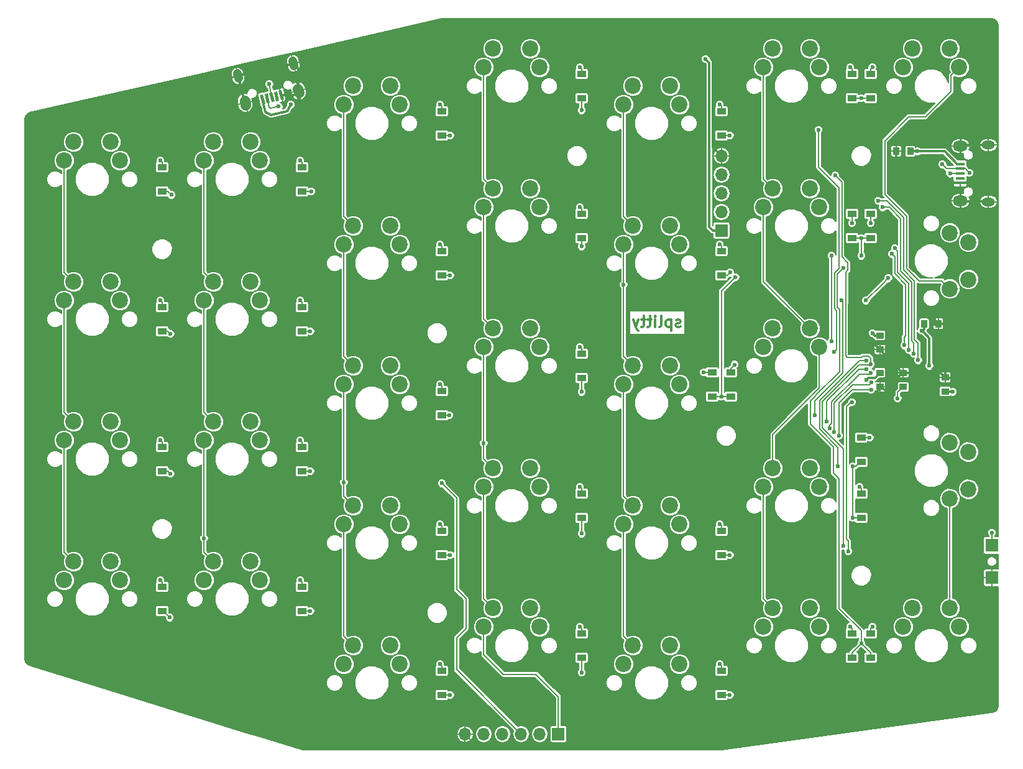
<source format=gbr>
G04 #@! TF.FileFunction,Copper,L2,Bot,Signal*
%FSLAX46Y46*%
G04 Gerber Fmt 4.6, Leading zero omitted, Abs format (unit mm)*
G04 Created by KiCad (PCBNEW 4.0.7+dfsg1-1~bpo9+1) date Sat May 26 14:22:04 2018*
%MOMM*%
%LPD*%
G01*
G04 APERTURE LIST*
%ADD10C,0.100000*%
%ADD11C,0.300000*%
%ADD12C,2.200000*%
%ADD13R,1.700000X1.700000*%
%ADD14O,1.700000X1.700000*%
%ADD15C,1.450000*%
%ADD16C,1.150000*%
%ADD17R,1.000000X0.845000*%
%ADD18R,0.845000X1.000000*%
%ADD19O,2.000000X1.450000*%
%ADD20O,1.800000X1.150000*%
%ADD21R,1.300000X0.450000*%
%ADD22R,1.700000X1.800000*%
%ADD23R,1.200000X0.900000*%
%ADD24C,0.600000*%
%ADD25C,0.200000*%
G04 APERTURE END LIST*
D10*
D11*
X137290572Y-70838143D02*
X137147715Y-70909571D01*
X136862000Y-70909571D01*
X136719143Y-70838143D01*
X136647715Y-70695286D01*
X136647715Y-70623857D01*
X136719143Y-70481000D01*
X136862000Y-70409571D01*
X137076286Y-70409571D01*
X137219143Y-70338143D01*
X137290572Y-70195286D01*
X137290572Y-70123857D01*
X137219143Y-69981000D01*
X137076286Y-69909571D01*
X136862000Y-69909571D01*
X136719143Y-69981000D01*
X136004857Y-69909571D02*
X136004857Y-71409571D01*
X136004857Y-69981000D02*
X135862000Y-69909571D01*
X135576286Y-69909571D01*
X135433429Y-69981000D01*
X135362000Y-70052429D01*
X135290571Y-70195286D01*
X135290571Y-70623857D01*
X135362000Y-70766714D01*
X135433429Y-70838143D01*
X135576286Y-70909571D01*
X135862000Y-70909571D01*
X136004857Y-70838143D01*
X134433428Y-70909571D02*
X134576286Y-70838143D01*
X134647714Y-70695286D01*
X134647714Y-69409571D01*
X133862000Y-70909571D02*
X133862000Y-69909571D01*
X133862000Y-69409571D02*
X133933429Y-69481000D01*
X133862000Y-69552429D01*
X133790572Y-69481000D01*
X133862000Y-69409571D01*
X133862000Y-69552429D01*
X133362000Y-69909571D02*
X132790571Y-69909571D01*
X133147714Y-69409571D02*
X133147714Y-70695286D01*
X133076286Y-70838143D01*
X132933428Y-70909571D01*
X132790571Y-70909571D01*
X132504857Y-69909571D02*
X131933428Y-69909571D01*
X132290571Y-69409571D02*
X132290571Y-70695286D01*
X132219143Y-70838143D01*
X132076285Y-70909571D01*
X131933428Y-70909571D01*
X131576285Y-69909571D02*
X131219142Y-70909571D01*
X130862000Y-69909571D02*
X131219142Y-70909571D01*
X131362000Y-71266714D01*
X131433428Y-71338143D01*
X131576285Y-71409571D01*
D12*
X154940000Y-52070000D03*
X148590000Y-54610000D03*
X149860000Y-52070000D03*
X156210000Y-54610000D03*
D13*
X142875000Y-57785000D03*
D14*
X142875000Y-55245000D03*
X142875000Y-52705000D03*
X142875000Y-50165000D03*
X142875000Y-47625000D03*
D13*
X120650000Y-126365000D03*
D14*
X118110000Y-126365000D03*
X115570000Y-126365000D03*
X113030000Y-126365000D03*
X110490000Y-126365000D03*
X107950000Y-126365000D03*
D12*
X154940000Y-71120000D03*
X148590000Y-73660000D03*
X149860000Y-71120000D03*
X156210000Y-73660000D03*
X97790000Y-38100000D03*
X91440000Y-40640000D03*
X92710000Y-38100000D03*
X99060000Y-40640000D03*
D15*
X85308110Y-39018140D02*
X85186258Y-38481808D01*
X78043247Y-40668676D02*
X77921395Y-40132344D01*
D16*
X84623575Y-35328098D02*
X84479569Y-34694250D01*
X77066168Y-37045099D02*
X76922162Y-36411251D01*
D10*
G36*
X80433538Y-39228318D02*
X80721551Y-40496012D01*
X80282734Y-40595708D01*
X79994721Y-39328014D01*
X80433538Y-39228318D01*
X80433538Y-39228318D01*
G37*
G36*
X81067385Y-39084311D02*
X81355398Y-40352005D01*
X80916581Y-40451701D01*
X80628568Y-39184007D01*
X81067385Y-39084311D01*
X81067385Y-39084311D01*
G37*
G36*
X81701232Y-38940305D02*
X81989245Y-40207999D01*
X81550428Y-40307695D01*
X81262415Y-39040001D01*
X81701232Y-38940305D01*
X81701232Y-38940305D01*
G37*
G36*
X82335079Y-38796298D02*
X82623092Y-40063992D01*
X82184275Y-40163688D01*
X81896262Y-38895994D01*
X82335079Y-38796298D01*
X82335079Y-38796298D01*
G37*
G36*
X82968926Y-38652292D02*
X83256939Y-39919986D01*
X82818122Y-40019682D01*
X82530109Y-38751988D01*
X82968926Y-38652292D01*
X82968926Y-38652292D01*
G37*
D12*
X78740000Y-45720000D03*
X72390000Y-48260000D03*
X73660000Y-45720000D03*
X80010000Y-48260000D03*
X135890000Y-38100000D03*
X129540000Y-40640000D03*
X130810000Y-38100000D03*
X137160000Y-40640000D03*
X154940000Y-33020000D03*
X148590000Y-35560000D03*
X149860000Y-33020000D03*
X156210000Y-35560000D03*
X173990000Y-33020000D03*
X167640000Y-35560000D03*
X168910000Y-33020000D03*
X175260000Y-35560000D03*
X78740000Y-64770000D03*
X72390000Y-67310000D03*
X73660000Y-64770000D03*
X80010000Y-67310000D03*
X97790000Y-57150000D03*
X91440000Y-59690000D03*
X92710000Y-57150000D03*
X99060000Y-59690000D03*
X116840000Y-52070000D03*
X110490000Y-54610000D03*
X111760000Y-52070000D03*
X118110000Y-54610000D03*
X135890000Y-57150000D03*
X129540000Y-59690000D03*
X130810000Y-57150000D03*
X137160000Y-59690000D03*
X78740000Y-83820000D03*
X72390000Y-86360000D03*
X73660000Y-83820000D03*
X80010000Y-86360000D03*
X97790000Y-76200000D03*
X91440000Y-78740000D03*
X92710000Y-76200000D03*
X99060000Y-78740000D03*
X116840000Y-71120000D03*
X110490000Y-73660000D03*
X111760000Y-71120000D03*
X118110000Y-73660000D03*
X135890000Y-76200000D03*
X129540000Y-78740000D03*
X130810000Y-76200000D03*
X137160000Y-78740000D03*
X78740000Y-102870000D03*
X72390000Y-105410000D03*
X73660000Y-102870000D03*
X80010000Y-105410000D03*
X97790000Y-95250000D03*
X91440000Y-97790000D03*
X92710000Y-95250000D03*
X99060000Y-97790000D03*
X116840000Y-90170000D03*
X110490000Y-92710000D03*
X111760000Y-90170000D03*
X118110000Y-92710000D03*
X135890000Y-95250000D03*
X129540000Y-97790000D03*
X130810000Y-95250000D03*
X137160000Y-97790000D03*
X154940000Y-90170000D03*
X148590000Y-92710000D03*
X149860000Y-90170000D03*
X156210000Y-92710000D03*
X97790000Y-114300000D03*
X91440000Y-116840000D03*
X92710000Y-114300000D03*
X99060000Y-116840000D03*
X116840000Y-109220000D03*
X110490000Y-111760000D03*
X111760000Y-109220000D03*
X118110000Y-111760000D03*
X135890000Y-114300000D03*
X129540000Y-116840000D03*
X130810000Y-114300000D03*
X137160000Y-116840000D03*
X154940000Y-109220000D03*
X148590000Y-111760000D03*
X149860000Y-109220000D03*
X156210000Y-111760000D03*
X173990000Y-109220000D03*
X167640000Y-111760000D03*
X168910000Y-109220000D03*
X175260000Y-111760000D03*
X59690000Y-45720000D03*
X53340000Y-48260000D03*
X54610000Y-45720000D03*
X60960000Y-48260000D03*
X59690000Y-64770000D03*
X53340000Y-67310000D03*
X54610000Y-64770000D03*
X60960000Y-67310000D03*
X59690000Y-83820000D03*
X53340000Y-86360000D03*
X54610000Y-83820000D03*
X60960000Y-86360000D03*
X59690000Y-102870000D03*
X53340000Y-105410000D03*
X54610000Y-102870000D03*
X60960000Y-105410000D03*
X116840000Y-33020000D03*
X110490000Y-35560000D03*
X111760000Y-33020000D03*
X118110000Y-35560000D03*
D17*
X164465000Y-72062500D03*
X164465000Y-73987500D03*
D18*
X170487500Y-70485000D03*
X172412500Y-70485000D03*
D17*
X164465000Y-77142500D03*
X164465000Y-79067500D03*
X167640000Y-79067500D03*
X167640000Y-77142500D03*
D19*
X175442000Y-53725000D03*
X175442000Y-46275000D03*
D20*
X179242000Y-53875000D03*
X179242000Y-46125000D03*
D21*
X175392000Y-48700000D03*
X175392000Y-49350000D03*
X175392000Y-50000000D03*
X175392000Y-50650000D03*
X175392000Y-51300000D03*
D17*
X173355000Y-79702500D03*
X173355000Y-77777500D03*
D18*
X168602500Y-46990000D03*
X166677500Y-46990000D03*
D22*
X179705000Y-100670000D03*
X179705000Y-105070000D03*
D12*
X176530000Y-64452500D03*
X173990000Y-58102500D03*
X176530000Y-59372500D03*
X173990000Y-65722500D03*
X176530000Y-93027500D03*
X173990000Y-86677500D03*
X176530000Y-87947500D03*
X173990000Y-94297500D03*
D23*
X66675000Y-52450000D03*
X66675000Y-49150000D03*
X85725000Y-52450000D03*
X85725000Y-49150000D03*
X104775000Y-44830000D03*
X104775000Y-41530000D03*
X123825000Y-39750000D03*
X123825000Y-36450000D03*
X142875000Y-44830000D03*
X142875000Y-41530000D03*
X160655000Y-39750000D03*
X160655000Y-36450000D03*
X163195000Y-39750000D03*
X163195000Y-36450000D03*
X66675000Y-71500000D03*
X66675000Y-68200000D03*
X85725000Y-71500000D03*
X85725000Y-68200000D03*
X104775000Y-63880000D03*
X104775000Y-60580000D03*
X123825000Y-58800000D03*
X123825000Y-55500000D03*
X142875000Y-63880000D03*
X142875000Y-60580000D03*
X160655000Y-58800000D03*
X160655000Y-55500000D03*
X163195000Y-58800000D03*
X163195000Y-55500000D03*
X66675000Y-90550000D03*
X66675000Y-87250000D03*
X85725000Y-90550000D03*
X85725000Y-87250000D03*
X104775000Y-82930000D03*
X104775000Y-79630000D03*
X123825000Y-77850000D03*
X123825000Y-74550000D03*
X141605000Y-80390000D03*
X141605000Y-77090000D03*
X144145000Y-80390000D03*
X144145000Y-77090000D03*
X66675000Y-109600000D03*
X66675000Y-106300000D03*
X85725000Y-109600000D03*
X85725000Y-106300000D03*
X104775000Y-101980000D03*
X104775000Y-98680000D03*
X123825000Y-96900000D03*
X123825000Y-93600000D03*
X142875000Y-101980000D03*
X142875000Y-98680000D03*
X161925000Y-96900000D03*
X161925000Y-93600000D03*
X161925000Y-89280000D03*
X161925000Y-85980000D03*
X104775000Y-121030000D03*
X104775000Y-117730000D03*
X123825000Y-115950000D03*
X123825000Y-112650000D03*
X142875000Y-121030000D03*
X142875000Y-117730000D03*
X160655000Y-115950000D03*
X160655000Y-112650000D03*
X163195000Y-115950000D03*
X163195000Y-112650000D03*
D24*
X144018000Y-44830000D03*
X123825000Y-41402000D03*
X105918000Y-44830000D03*
X86995000Y-52450000D03*
X67945000Y-52920000D03*
X156110000Y-44055000D03*
X161925000Y-39750000D03*
X158242000Y-74295000D03*
X157857979Y-61217021D03*
X144055000Y-63500000D03*
X123825000Y-59944000D03*
X105918000Y-63880000D03*
X86868000Y-71500000D03*
X67818000Y-71843000D03*
X161925000Y-61214000D03*
X161925000Y-58800000D03*
X157861000Y-72898000D03*
X142875000Y-80390000D03*
X123825000Y-79756000D03*
X105791000Y-82930000D03*
X86868000Y-90550000D03*
X67818000Y-90893000D03*
X144780000Y-64135000D03*
X123825000Y-99060000D03*
X67715000Y-110490000D03*
X86868000Y-109600000D03*
X105918000Y-101980000D03*
X144018000Y-101980000D03*
X160782000Y-96900000D03*
X160782000Y-89916000D03*
X162614557Y-75461329D03*
X158750000Y-89916000D03*
X144018000Y-121030000D03*
X105918000Y-121030000D03*
X123825000Y-117983000D03*
X161925000Y-114030000D03*
X159512000Y-62865000D03*
X170434000Y-77142500D03*
X165350000Y-74930000D03*
X163990783Y-79789783D03*
X86614000Y-42037000D03*
X178054000Y-105029000D03*
X160655000Y-65405000D03*
X166667265Y-52113265D03*
X166751000Y-48006000D03*
X163322000Y-73025000D03*
X174625000Y-75565000D03*
X174625000Y-77851000D03*
X165742379Y-80159875D03*
X173228000Y-50165000D03*
X171958000Y-70485000D03*
X102870000Y-32893000D03*
X162610785Y-78119678D03*
X140716000Y-34417000D03*
X160655000Y-81153000D03*
X160147000Y-101473000D03*
X170151303Y-71416979D03*
X171196000Y-76200000D03*
X163449000Y-71755000D03*
X174371000Y-79756000D03*
X84201000Y-40640000D03*
X169545000Y-46990000D03*
X163258390Y-79467885D03*
X158877000Y-85725000D03*
X163322000Y-78486000D03*
X104775000Y-92202000D03*
X158242000Y-85217000D03*
X72390000Y-99695000D03*
X163212315Y-77185989D03*
X157607000Y-84709000D03*
X91440000Y-92075000D03*
X162583966Y-76690817D03*
X157224603Y-83818603D03*
X110490000Y-86741000D03*
X129540000Y-65151000D03*
X165608000Y-64262000D03*
X162560000Y-67310000D03*
X159258000Y-67310000D03*
X155575000Y-82931000D03*
X66435000Y-48260000D03*
X85485000Y-48260000D03*
X104535000Y-40640000D03*
X123585000Y-35560000D03*
X142635000Y-40640000D03*
X160415000Y-35560000D03*
X163435000Y-35560000D03*
X66435000Y-67310000D03*
X85485000Y-67310000D03*
X104535000Y-59690000D03*
X123585000Y-54610000D03*
X142635000Y-59690000D03*
X160655000Y-56769000D03*
X163195000Y-56769000D03*
X66435000Y-86360000D03*
X85485000Y-86360000D03*
X104535000Y-78740000D03*
X123585000Y-73660000D03*
X140462000Y-77090000D03*
X144653000Y-76041366D03*
X66435000Y-105410000D03*
X85485000Y-105410000D03*
X104535000Y-97790000D03*
X123585000Y-92710000D03*
X142635000Y-97790000D03*
X161685000Y-92710000D03*
X163068000Y-85980000D03*
X104535000Y-116840000D03*
X123585000Y-111760000D03*
X142635000Y-116840000D03*
X160415000Y-111760000D03*
X163435000Y-111760000D03*
X166878000Y-80645000D03*
X169037000Y-74549000D03*
X164846000Y-54610000D03*
X169671996Y-75438000D03*
X164211000Y-53721000D03*
X158369000Y-50292000D03*
X163218514Y-75985978D03*
X179705000Y-98933000D03*
X159512000Y-100711000D03*
X82550000Y-40894000D03*
X81280000Y-37846000D03*
X176657000Y-49911000D03*
X172974000Y-48768000D03*
X174017117Y-50033481D03*
X166497000Y-60198000D03*
X168402000Y-74041000D03*
X166116000Y-60960000D03*
X167767000Y-73406000D03*
D25*
X142875000Y-44830000D02*
X144018000Y-44830000D01*
X123825000Y-39750000D02*
X123825000Y-41402000D01*
X104775000Y-44830000D02*
X105918000Y-44830000D01*
X85725000Y-52450000D02*
X86995000Y-52450000D01*
X66675000Y-52450000D02*
X67475000Y-52450000D01*
X67475000Y-52450000D02*
X67945000Y-52920000D01*
X160655000Y-39750000D02*
X161925000Y-39750000D01*
X163195000Y-39750000D02*
X161925000Y-39750000D01*
X158242000Y-74295000D02*
X158584980Y-73952020D01*
X158584980Y-73952020D02*
X158584980Y-68726678D01*
X158584980Y-68726678D02*
X158257989Y-68399688D01*
X158257989Y-68399688D02*
X158257989Y-63553312D01*
X158257989Y-63553312D02*
X158877000Y-62934302D01*
X156110000Y-49176000D02*
X156110000Y-44055000D01*
X158877000Y-62934302D02*
X158877000Y-51943000D01*
X158877000Y-51943000D02*
X156110000Y-49176000D01*
X142875000Y-63880000D02*
X143675000Y-63880000D01*
X143675000Y-63880000D02*
X144055000Y-63500000D01*
X123825000Y-58800000D02*
X123825000Y-59944000D01*
X104775000Y-63880000D02*
X105918000Y-63880000D01*
X85725000Y-71500000D02*
X86868000Y-71500000D01*
X66675000Y-71500000D02*
X67475000Y-71500000D01*
X67475000Y-71500000D02*
X67818000Y-71843000D01*
X161925000Y-58800000D02*
X161925000Y-61214000D01*
X163195000Y-58800000D02*
X161925000Y-58800000D01*
X161925000Y-58800000D02*
X160655000Y-58800000D01*
X157857979Y-68565377D02*
X157857979Y-61217021D01*
X157857979Y-61217021D02*
X157861000Y-61214000D01*
X157861000Y-72898000D02*
X157861000Y-68568398D01*
X157861000Y-68568398D02*
X157857979Y-68565377D01*
X142875000Y-80390000D02*
X141605000Y-80390000D01*
X142875000Y-80390000D02*
X142875000Y-66040000D01*
X144145000Y-80390000D02*
X142875000Y-80390000D01*
X123825000Y-79756000D02*
X123825000Y-77850000D01*
X104775000Y-82930000D02*
X105791000Y-82930000D01*
X85725000Y-90550000D02*
X86868000Y-90550000D01*
X67475000Y-90550000D02*
X67818000Y-90893000D01*
X66675000Y-90550000D02*
X67475000Y-90550000D01*
X142875000Y-66040000D02*
X144780000Y-64135000D01*
X123825000Y-96900000D02*
X123825000Y-99060000D01*
X66801000Y-109600000D02*
X67691000Y-110490000D01*
X67691000Y-110490000D02*
X67715000Y-110490000D01*
X66675000Y-109600000D02*
X66801000Y-109600000D01*
X85725000Y-109600000D02*
X86868000Y-109600000D01*
X104775000Y-101980000D02*
X105918000Y-101980000D01*
X142875000Y-101980000D02*
X144018000Y-101980000D01*
X161925000Y-96900000D02*
X160782000Y-96900000D01*
X160782000Y-89916000D02*
X160782000Y-96900000D01*
X161799000Y-89280000D02*
X161163000Y-89916000D01*
X161163000Y-89916000D02*
X160782000Y-89916000D01*
X161925000Y-89280000D02*
X161799000Y-89280000D01*
X156224594Y-80896009D02*
X161659274Y-75461329D01*
X162190293Y-75461329D02*
X162614557Y-75461329D01*
X156224594Y-84780294D02*
X156224594Y-80896009D01*
X158750000Y-87305700D02*
X156224594Y-84780294D01*
X158750000Y-89916000D02*
X158750000Y-87305700D01*
X161659274Y-75461329D02*
X162190293Y-75461329D01*
X142875000Y-121030000D02*
X144018000Y-121030000D01*
X104775000Y-121030000D02*
X105918000Y-121030000D01*
X123825000Y-115950000D02*
X123825000Y-117983000D01*
X161925000Y-114030000D02*
X163195000Y-115300000D01*
X163195000Y-115300000D02*
X163195000Y-115950000D01*
X161925000Y-114030000D02*
X160655000Y-115300000D01*
X160655000Y-115300000D02*
X160655000Y-115950000D01*
X161925000Y-112268000D02*
X161925000Y-114030000D01*
X161925000Y-112268000D02*
X158911999Y-109254999D01*
X155702000Y-80264000D02*
X158984990Y-76981010D01*
X158911999Y-109254999D02*
X158911999Y-91601999D01*
X158911999Y-91601999D02*
X158115000Y-90805000D01*
X158115000Y-90805000D02*
X158115000Y-87236398D01*
X158115000Y-87236398D02*
X154974999Y-84096397D01*
X154974999Y-84096397D02*
X154974999Y-81014208D01*
X158984990Y-76981010D02*
X158984990Y-68560990D01*
X158657999Y-68233999D02*
X158657999Y-63719001D01*
X154974999Y-81014208D02*
X155702000Y-80287207D01*
X155702000Y-80287207D02*
X155702000Y-80264000D01*
X158984990Y-68560990D02*
X158657999Y-68233999D01*
X158657999Y-63719001D02*
X159512000Y-62865000D01*
D11*
X167640000Y-77142500D02*
X170434000Y-77142500D01*
X170434000Y-77142500D02*
X172720000Y-77142500D01*
X165350000Y-74930000D02*
X164465000Y-74045000D01*
X167562500Y-77142500D02*
X165350000Y-74930000D01*
X164465000Y-79315566D02*
X164290782Y-79489784D01*
X164290782Y-79489784D02*
X163990783Y-79789783D01*
X164465000Y-79067500D02*
X164465000Y-79315566D01*
X137922000Y-33020000D02*
X141732000Y-33020000D01*
X141732000Y-33020000D02*
X144907000Y-33020000D01*
X142875000Y-47625000D02*
X141716999Y-46466999D01*
X141716999Y-46466999D02*
X141716999Y-33035001D01*
X141716999Y-33035001D02*
X141732000Y-33020000D01*
X144907000Y-33020000D02*
X146050000Y-33020000D01*
D25*
X140208000Y-127889000D02*
X109474000Y-127889000D01*
X109474000Y-127889000D02*
X107950000Y-126365000D01*
X146939000Y-121158000D02*
X140208000Y-127889000D01*
X177546000Y-121158000D02*
X146939000Y-121158000D01*
X179705000Y-118999000D02*
X177546000Y-121158000D01*
X179705000Y-105070000D02*
X179705000Y-118999000D01*
X178054000Y-105029000D02*
X179664000Y-105029000D01*
X179664000Y-105029000D02*
X179705000Y-105070000D01*
D11*
X86614000Y-42037000D02*
X85247184Y-40670184D01*
X85247184Y-40670184D02*
X85247184Y-38749974D01*
D25*
X178054000Y-105029000D02*
X178054000Y-92479498D01*
X178054000Y-92479498D02*
X178435000Y-92098498D01*
X178435000Y-92098498D02*
X178435000Y-84836000D01*
X160655000Y-65405000D02*
X160655000Y-70358000D01*
X160655000Y-70358000D02*
X163322000Y-73025000D01*
D11*
X166677500Y-46990000D02*
X166677500Y-47932500D01*
X166677500Y-47932500D02*
X166751000Y-48006000D01*
X166667265Y-52113265D02*
X166967264Y-51813266D01*
X166967264Y-51813266D02*
X167261734Y-51813266D01*
X167261734Y-51813266D02*
X168910000Y-50165000D01*
X166751000Y-48006000D02*
X168910000Y-50165000D01*
X168910000Y-50165000D02*
X173228000Y-50165000D01*
X163322000Y-73025000D02*
X163502500Y-73025000D01*
X163502500Y-73025000D02*
X164465000Y-73987500D01*
D25*
X174625000Y-75565000D02*
X174625000Y-77851000D01*
D11*
X174625000Y-77851000D02*
X173428500Y-77851000D01*
X173428500Y-77851000D02*
X173355000Y-77777500D01*
X172412500Y-70485000D02*
X173135000Y-70485000D01*
X173135000Y-70485000D02*
X173355000Y-70705000D01*
X173355000Y-70705000D02*
X173355000Y-77055000D01*
X173355000Y-77055000D02*
X173355000Y-77777500D01*
X172720000Y-77142500D02*
X173355000Y-77777500D01*
X167640000Y-77142500D02*
X167562500Y-77142500D01*
X164465000Y-74045000D02*
X164465000Y-73987500D01*
X165742379Y-80159875D02*
X166042378Y-79859876D01*
X166042378Y-79859876D02*
X166042378Y-78662622D01*
X166042378Y-78662622D02*
X167562500Y-77142500D01*
X164465000Y-79067500D02*
X164650004Y-79067500D01*
X164650004Y-79067500D02*
X165742379Y-80159875D01*
X165608000Y-83693000D02*
X165442380Y-83527380D01*
X178943000Y-65278000D02*
X179324000Y-65659000D01*
X173228000Y-83693000D02*
X165608000Y-83693000D01*
X165442380Y-80459874D02*
X165742379Y-80159875D01*
X174371000Y-84836000D02*
X173228000Y-83693000D01*
X179324000Y-83947000D02*
X178435000Y-84836000D01*
X179324000Y-65659000D02*
X179324000Y-83947000D01*
X178435000Y-84836000D02*
X174371000Y-84836000D01*
X165442380Y-83527380D02*
X165442380Y-80459874D01*
X177546000Y-46101000D02*
X177546000Y-51308000D01*
X177546000Y-51308000D02*
X177546000Y-53848000D01*
X175392000Y-51300000D02*
X176342000Y-51300000D01*
X176342000Y-51300000D02*
X176350000Y-51308000D01*
X176350000Y-51308000D02*
X177546000Y-51308000D01*
X173946736Y-51308000D02*
X173954736Y-51300000D01*
X173954736Y-51300000D02*
X175392000Y-51300000D01*
X173228000Y-50165000D02*
X173228000Y-50589264D01*
X173228000Y-50589264D02*
X173946736Y-51308000D01*
X178943000Y-65278000D02*
X178562000Y-65278000D01*
X178562000Y-65278000D02*
X176149000Y-67691000D01*
X176149000Y-67691000D02*
X173609000Y-67691000D01*
X173609000Y-67691000D02*
X171958000Y-69342000D01*
X171958000Y-69342000D02*
X171958000Y-70485000D01*
X177546000Y-53848000D02*
X175565000Y-53848000D01*
X175565000Y-53848000D02*
X175442000Y-53725000D01*
X177546000Y-53848000D02*
X179215000Y-53848000D01*
X179215000Y-53848000D02*
X179242000Y-53875000D01*
X177546000Y-46101000D02*
X175616000Y-46101000D01*
X175616000Y-46101000D02*
X175442000Y-46275000D01*
X177546000Y-46101000D02*
X179242000Y-46125000D01*
X76994165Y-36728175D02*
X84551572Y-35011174D01*
X76994165Y-36728175D02*
X77982321Y-40400510D01*
X178943000Y-58166000D02*
X178943000Y-65278000D01*
X177546000Y-56769000D02*
X178943000Y-58166000D01*
X177546000Y-45466000D02*
X177546000Y-46101000D01*
X177546000Y-53848000D02*
X177546000Y-56769000D01*
X178816000Y-44196000D02*
X177546000Y-45466000D01*
X178816000Y-34163000D02*
X178816000Y-44196000D01*
X175260000Y-30607000D02*
X178816000Y-34163000D01*
X148463000Y-30607000D02*
X175260000Y-30607000D01*
X146050000Y-33020000D02*
X148463000Y-30607000D01*
X136398000Y-34544000D02*
X137922000Y-33020000D01*
X136271000Y-34544000D02*
X136398000Y-34544000D01*
X125222000Y-34544000D02*
X136271000Y-34544000D01*
X121412000Y-30734000D02*
X125222000Y-34544000D01*
X110998000Y-30734000D02*
X121412000Y-30734000D01*
X108077000Y-33655000D02*
X110998000Y-30734000D01*
X103632000Y-33655000D02*
X108077000Y-33655000D01*
X103169999Y-33192999D02*
X103632000Y-33655000D01*
X102870000Y-32893000D02*
X103169999Y-33192999D01*
X101854000Y-33655000D02*
X102108000Y-33655000D01*
X102108000Y-33655000D02*
X102870000Y-32893000D01*
X92837000Y-33655000D02*
X101854000Y-33655000D01*
X89789000Y-36703000D02*
X92837000Y-33655000D01*
X85247184Y-36703000D02*
X85247184Y-35706786D01*
X85247184Y-35706786D02*
X84551572Y-35011174D01*
X85247184Y-38749974D02*
X85247184Y-36703000D01*
X85247184Y-36703000D02*
X89789000Y-36703000D01*
X82893524Y-39335987D02*
X84661171Y-39335987D01*
X84661171Y-39335987D02*
X85247184Y-38749974D01*
X162894464Y-77835999D02*
X162610785Y-78119678D01*
X164465000Y-77142500D02*
X163771501Y-77835999D01*
X163771501Y-77835999D02*
X162894464Y-77835999D01*
X141216989Y-46674109D02*
X141216989Y-34917989D01*
X141216989Y-34917989D02*
X140716000Y-34417000D01*
X142875000Y-57785000D02*
X141725000Y-57785000D01*
X141725000Y-57785000D02*
X141216989Y-57276989D01*
X141216989Y-57276989D02*
X141216989Y-46674109D01*
D25*
X159912010Y-81768990D02*
X160528000Y-81153000D01*
X160528000Y-81153000D02*
X160655000Y-81153000D01*
X159912010Y-99822000D02*
X159912010Y-81768990D01*
X160147000Y-100056990D02*
X159912010Y-99822000D01*
X160147000Y-101473000D02*
X160147000Y-100056990D01*
D11*
X175392000Y-48700000D02*
X174967000Y-48700000D01*
X174967000Y-48700000D02*
X173257000Y-46990000D01*
X173257000Y-46990000D02*
X169969264Y-46990000D01*
X169969264Y-46990000D02*
X169545000Y-46990000D01*
X171196000Y-76200000D02*
X171196000Y-72461676D01*
X170451302Y-71716978D02*
X170151303Y-71416979D01*
X170355521Y-71416979D02*
X170151303Y-71416979D01*
X171196000Y-72461676D02*
X170451302Y-71716978D01*
X170487500Y-70485000D02*
X170487500Y-71285000D01*
X170487500Y-71285000D02*
X170355521Y-71416979D01*
X164465000Y-72062500D02*
X163756500Y-72062500D01*
X163756500Y-72062500D02*
X163449000Y-71755000D01*
X173355000Y-79702500D02*
X174317500Y-79702500D01*
X174317500Y-79702500D02*
X174371000Y-79756000D01*
X168602500Y-46990000D02*
X169545000Y-46990000D01*
X80358136Y-39912013D02*
X80772000Y-41656000D01*
X80772000Y-41656000D02*
X81534000Y-42037000D01*
X81534000Y-42037000D02*
X83693000Y-41529000D01*
X83693000Y-41529000D02*
X84201000Y-40640000D01*
D25*
X160689115Y-79467885D02*
X162467115Y-79467885D01*
X162467115Y-79467885D02*
X163258390Y-79467885D01*
X158877000Y-85725000D02*
X158877000Y-81280000D01*
X158877000Y-81280000D02*
X160689115Y-79467885D01*
X53510001Y-105239999D02*
X53340000Y-105410000D01*
X53340000Y-86360000D02*
X53340000Y-101600000D01*
X53340000Y-101600000D02*
X54610000Y-102870000D01*
X53510001Y-86189999D02*
X53340000Y-86360000D01*
X53340000Y-67310000D02*
X53340000Y-82550000D01*
X53340000Y-82550000D02*
X54610000Y-83820000D01*
X53510001Y-67139999D02*
X53340000Y-67310000D01*
X53340000Y-48260000D02*
X53340000Y-63500000D01*
X53340000Y-63500000D02*
X54610000Y-64770000D01*
X53510001Y-48089999D02*
X53340000Y-48260000D01*
X104775000Y-92202000D02*
X106807000Y-94234000D01*
X106807000Y-94234000D02*
X106807000Y-106680000D01*
X106807000Y-106680000D02*
X108077000Y-107950000D01*
X108077000Y-107950000D02*
X108077000Y-112014000D01*
X108077000Y-112014000D02*
X106807000Y-113284000D01*
X106807000Y-113284000D02*
X106807000Y-117602000D01*
X106807000Y-117602000D02*
X115570000Y-126365000D01*
X163322000Y-78486000D02*
X163022001Y-78785999D01*
X163022001Y-78785999D02*
X160736001Y-78785999D01*
X160736001Y-78785999D02*
X158242000Y-81280000D01*
X158242000Y-81280000D02*
X158242000Y-85217000D01*
X72390000Y-99695000D02*
X72390000Y-101600000D01*
X72390000Y-86360000D02*
X72390000Y-99695000D01*
X72390000Y-101600000D02*
X73660000Y-102870000D01*
X72560001Y-86189999D02*
X72390000Y-86360000D01*
X72390000Y-67310000D02*
X72390000Y-82550000D01*
X72390000Y-82550000D02*
X73660000Y-83820000D01*
X72390000Y-48260000D02*
X72390000Y-63500000D01*
X72390000Y-63500000D02*
X73660000Y-64770000D01*
X157607000Y-84709000D02*
X157607000Y-84284736D01*
X163085315Y-77312989D02*
X163212315Y-77185989D01*
X161643312Y-77312989D02*
X163085315Y-77312989D01*
X157841990Y-81114311D02*
X161643312Y-77312989D01*
X157841990Y-84049746D02*
X157841990Y-81114311D01*
X157607000Y-84284736D02*
X157841990Y-84049746D01*
X91440000Y-92075000D02*
X91440000Y-93980000D01*
X91440000Y-78740000D02*
X91440000Y-92075000D01*
X91440000Y-97790000D02*
X91440000Y-113030000D01*
X91440000Y-113030000D02*
X92710000Y-114300000D01*
X91610001Y-97619999D02*
X91440000Y-97790000D01*
X91440000Y-93980000D02*
X92710000Y-95250000D01*
X91610001Y-78569999D02*
X91440000Y-78740000D01*
X91440000Y-59690000D02*
X91440000Y-74930000D01*
X91440000Y-74930000D02*
X92710000Y-76200000D01*
X91440000Y-40640000D02*
X91440000Y-55880000D01*
X91440000Y-55880000D02*
X92710000Y-57150000D01*
X91610001Y-40469999D02*
X91440000Y-40640000D01*
X157224603Y-81027397D02*
X161561183Y-76690817D01*
X157224603Y-83818603D02*
X157224603Y-81027397D01*
X161561183Y-76690817D02*
X162159702Y-76690817D01*
X162159702Y-76690817D02*
X162583966Y-76690817D01*
X113157000Y-118237000D02*
X110490000Y-115570000D01*
X110490000Y-115570000D02*
X110490000Y-111760000D01*
X117602000Y-118237000D02*
X113157000Y-118237000D01*
X120650000Y-121285000D02*
X117602000Y-118237000D01*
X120650000Y-126365000D02*
X120650000Y-121285000D01*
X110490000Y-86741000D02*
X110490000Y-88900000D01*
X110490000Y-73660000D02*
X110490000Y-86741000D01*
X110490000Y-92710000D02*
X110490000Y-107950000D01*
X110490000Y-107950000D02*
X111760000Y-109220000D01*
X110660001Y-92539999D02*
X110490000Y-92710000D01*
X110490000Y-88900000D02*
X111760000Y-90170000D01*
X110490000Y-54610000D02*
X110490000Y-69850000D01*
X110490000Y-69850000D02*
X111760000Y-71120000D01*
X110660001Y-54439999D02*
X110490000Y-54610000D01*
X110490000Y-35560000D02*
X110490000Y-50800000D01*
X110490000Y-50800000D02*
X111760000Y-52070000D01*
X129540000Y-59690000D02*
X129540000Y-65151000D01*
X129540000Y-65151000D02*
X129540000Y-74930000D01*
X129540000Y-97790000D02*
X129540000Y-113030000D01*
X129540000Y-113030000D02*
X130810000Y-114300000D01*
X129540000Y-78740000D02*
X129540000Y-93980000D01*
X129540000Y-93980000D02*
X130810000Y-95250000D01*
X129540000Y-74930000D02*
X130810000Y-76200000D01*
X129540000Y-40640000D02*
X129540000Y-55880000D01*
X129540000Y-55880000D02*
X130810000Y-57150000D01*
X129710001Y-40469999D02*
X129540000Y-40640000D01*
X149860000Y-90170000D02*
X149860000Y-85563509D01*
X149860000Y-85563509D02*
X155110001Y-80313508D01*
X155110001Y-80313508D02*
X155110001Y-80290301D01*
X155110001Y-80290301D02*
X156210000Y-79190302D01*
X156210000Y-79190302D02*
X156210000Y-73660000D01*
X156039999Y-73489999D02*
X156210000Y-73660000D01*
X148590000Y-54610000D02*
X148590000Y-64770000D01*
X148590000Y-64770000D02*
X154940000Y-71120000D01*
X148760001Y-111589999D02*
X148590000Y-111760000D01*
X148590000Y-92710000D02*
X148590000Y-107950000D01*
X148590000Y-107950000D02*
X149860000Y-109220000D01*
X148590000Y-35560000D02*
X148590000Y-50800000D01*
X148590000Y-50800000D02*
X149860000Y-52070000D01*
X164719000Y-65151000D02*
X165608000Y-64262000D01*
X162560000Y-67310000D02*
X164719000Y-65151000D01*
X155575000Y-82931000D02*
X155575000Y-80979905D01*
X155575000Y-80979905D02*
X159385000Y-77169905D01*
X159385000Y-77169905D02*
X159385000Y-67437000D01*
X159385000Y-67437000D02*
X159258000Y-67310000D01*
X171704000Y-64643000D02*
X171724499Y-64622501D01*
X171724499Y-64622501D02*
X172890001Y-64622501D01*
X172890001Y-64622501D02*
X173990000Y-65722500D01*
X169799000Y-64643000D02*
X171704000Y-64643000D01*
X168078030Y-62922030D02*
X169799000Y-64643000D01*
X168078030Y-55822630D02*
X168078030Y-62922030D01*
X165119010Y-45573990D02*
X165119010Y-52863611D01*
X165119010Y-52863611D02*
X168078030Y-55822630D01*
X170663002Y-42291000D02*
X168402000Y-42291000D01*
X168402000Y-42291000D02*
X165119010Y-45573990D01*
X175260000Y-35560000D02*
X174160001Y-36659999D01*
X174160001Y-36659999D02*
X174160001Y-38794001D01*
X174160001Y-38794001D02*
X170663002Y-42291000D01*
X176359999Y-93197501D02*
X176530000Y-93027500D01*
X173990000Y-109220000D02*
X173990000Y-94297500D01*
X174160001Y-109390001D02*
X173990000Y-109220000D01*
X175089999Y-35389999D02*
X175260000Y-35560000D01*
X66675000Y-49150000D02*
X66675000Y-48500000D01*
X66675000Y-48500000D02*
X66435000Y-48260000D01*
X85725000Y-49150000D02*
X85725000Y-48500000D01*
X85725000Y-48500000D02*
X85485000Y-48260000D01*
X104775000Y-41530000D02*
X104775000Y-40880000D01*
X104775000Y-40880000D02*
X104535000Y-40640000D01*
X123825000Y-36450000D02*
X123825000Y-35800000D01*
X123825000Y-35800000D02*
X123585000Y-35560000D01*
X142875000Y-41530000D02*
X142875000Y-40880000D01*
X142875000Y-40880000D02*
X142635000Y-40640000D01*
X160655000Y-36450000D02*
X160655000Y-35800000D01*
X160655000Y-35800000D02*
X160415000Y-35560000D01*
X163195000Y-36450000D02*
X163195000Y-35800000D01*
X163195000Y-35800000D02*
X163435000Y-35560000D01*
X66675000Y-68200000D02*
X66675000Y-67550000D01*
X66675000Y-67550000D02*
X66435000Y-67310000D01*
X85725000Y-68200000D02*
X85725000Y-67550000D01*
X85725000Y-67550000D02*
X85485000Y-67310000D01*
X104775000Y-60580000D02*
X104775000Y-59930000D01*
X104775000Y-59930000D02*
X104535000Y-59690000D01*
X123825000Y-55500000D02*
X123825000Y-54850000D01*
X123825000Y-54850000D02*
X123585000Y-54610000D01*
X142875000Y-60580000D02*
X142875000Y-59930000D01*
X142875000Y-59930000D02*
X142635000Y-59690000D01*
X160655000Y-56769000D02*
X160655000Y-55500000D01*
X163195000Y-56769000D02*
X163195000Y-55500000D01*
X66675000Y-87250000D02*
X66675000Y-86600000D01*
X66675000Y-86600000D02*
X66435000Y-86360000D01*
X85725000Y-87250000D02*
X85725000Y-86600000D01*
X85725000Y-86600000D02*
X85485000Y-86360000D01*
X104775000Y-79630000D02*
X104775000Y-78980000D01*
X104775000Y-78980000D02*
X104535000Y-78740000D01*
X123825000Y-74550000D02*
X123825000Y-73900000D01*
X123825000Y-73900000D02*
X123585000Y-73660000D01*
X141605000Y-77090000D02*
X140462000Y-77090000D01*
X144145000Y-77090000D02*
X144145000Y-76549366D01*
X144145000Y-76549366D02*
X144653000Y-76041366D01*
X66675000Y-106300000D02*
X66675000Y-105650000D01*
X66675000Y-105650000D02*
X66435000Y-105410000D01*
X85725000Y-106300000D02*
X85725000Y-105650000D01*
X85725000Y-105650000D02*
X85485000Y-105410000D01*
X104775000Y-98680000D02*
X104775000Y-98030000D01*
X104775000Y-98030000D02*
X104535000Y-97790000D01*
X123825000Y-93600000D02*
X123825000Y-92950000D01*
X123825000Y-92950000D02*
X123585000Y-92710000D01*
X142875000Y-98680000D02*
X142875000Y-98030000D01*
X142875000Y-98030000D02*
X142635000Y-97790000D01*
X161925000Y-93600000D02*
X161925000Y-92950000D01*
X161925000Y-92950000D02*
X161685000Y-92710000D01*
X161925000Y-85980000D02*
X163068000Y-85980000D01*
X104775000Y-117730000D02*
X104775000Y-117080000D01*
X104775000Y-117080000D02*
X104535000Y-116840000D01*
X123825000Y-112650000D02*
X123825000Y-112000000D01*
X123825000Y-112000000D02*
X123585000Y-111760000D01*
X142875000Y-117730000D02*
X142875000Y-117080000D01*
X142875000Y-117080000D02*
X142635000Y-116840000D01*
X160655000Y-112650000D02*
X160655000Y-112000000D01*
X160655000Y-112000000D02*
X160415000Y-111760000D01*
X163195000Y-112650000D02*
X163195000Y-112000000D01*
X163195000Y-112000000D02*
X163435000Y-111760000D01*
X166878000Y-80645000D02*
X166878000Y-79829500D01*
X166878000Y-79829500D02*
X167640000Y-79067500D01*
X169037000Y-74549000D02*
X169037000Y-73082698D01*
X169037000Y-73082698D02*
X168763990Y-72809689D01*
X168763990Y-72809689D02*
X168763990Y-64808688D01*
X168763990Y-64808688D02*
X167278010Y-63322709D01*
X167278010Y-63322709D02*
X167278010Y-56154006D01*
X167278010Y-56154006D02*
X165734004Y-54610000D01*
X165734004Y-54610000D02*
X164846000Y-54610000D01*
X164211000Y-53721000D02*
X165410702Y-53721000D01*
X165410702Y-53721000D02*
X167678020Y-55988318D01*
X167678020Y-55988318D02*
X167678020Y-63157020D01*
X167678020Y-63157020D02*
X169164000Y-64643000D01*
X169671996Y-75013736D02*
X169671996Y-75438000D01*
X169164000Y-64643000D02*
X169164000Y-72644000D01*
X169164000Y-72644000D02*
X169671996Y-73151996D01*
X169671996Y-73151996D02*
X169671996Y-75013736D01*
X163218514Y-75985978D02*
X163218514Y-75177284D01*
X159785010Y-74822010D02*
X159785010Y-67670992D01*
X159785010Y-67670992D02*
X159858001Y-67598001D01*
X163218514Y-75177284D02*
X162902558Y-74861328D01*
X162120672Y-74861328D02*
X161920681Y-75061319D01*
X162902558Y-74861328D02*
X162120672Y-74861328D01*
X160112001Y-62195001D02*
X159277010Y-61360010D01*
X161920681Y-75061319D02*
X160024319Y-75061319D01*
X160024319Y-75061319D02*
X159785010Y-74822010D01*
X159858001Y-67598001D02*
X159858001Y-67021001D01*
X159858001Y-67021001D02*
X159800001Y-66963001D01*
X159800001Y-66963001D02*
X159800001Y-63465001D01*
X159800001Y-63465001D02*
X160112001Y-63153001D01*
X160112001Y-63153001D02*
X160112001Y-62195001D01*
X159277010Y-51200010D02*
X158369000Y-50292000D01*
X159277010Y-61360010D02*
X159277010Y-51200010D01*
X163113677Y-76090815D02*
X163218514Y-75985978D01*
X161595486Y-76090815D02*
X163113677Y-76090815D01*
X159512000Y-87502002D02*
X156624602Y-84614604D01*
X156624602Y-81061699D02*
X161595486Y-76090815D01*
X159512000Y-100711000D02*
X159512000Y-87502002D01*
X156624602Y-84614604D02*
X156624602Y-81061699D01*
X179705000Y-100670000D02*
X179705000Y-98933000D01*
X80991983Y-39768006D02*
X81280000Y-41021000D01*
X81534000Y-41148000D02*
X82550000Y-40894000D01*
X81280000Y-41021000D02*
X81534000Y-41148000D01*
X81625830Y-39624000D02*
X81280000Y-37846000D01*
X176657000Y-49911000D02*
X176096000Y-49350000D01*
X176096000Y-49350000D02*
X175392000Y-49350000D01*
X175392000Y-49350000D02*
X173556000Y-49350000D01*
X173556000Y-49350000D02*
X172974000Y-48768000D01*
X174017117Y-50033481D02*
X175358519Y-50033481D01*
X175358519Y-50033481D02*
X175392000Y-50000000D01*
X166878000Y-63500000D02*
X166878000Y-60579000D01*
X166878000Y-60579000D02*
X166497000Y-60198000D01*
X167824699Y-64446699D02*
X166878000Y-63500000D01*
X166878000Y-63500000D02*
X166878000Y-63488398D01*
X167836303Y-64446699D02*
X167824699Y-64446699D01*
X168363980Y-72975378D02*
X168363980Y-64974377D01*
X168363980Y-64974377D02*
X167836303Y-64446699D01*
X168402000Y-74041000D02*
X168402000Y-73013399D01*
X168402000Y-73013399D02*
X168363980Y-72975378D01*
X166477990Y-63665689D02*
X166477990Y-61321990D01*
X166477990Y-61321990D02*
X166116000Y-60960000D01*
X167963970Y-72136000D02*
X167963970Y-65151668D01*
X167963970Y-65151668D02*
X166477990Y-63665689D01*
X167767000Y-72332970D02*
X167963970Y-72136000D01*
X167767000Y-73406000D02*
X167767000Y-72332970D01*
G36*
X180040788Y-29034335D02*
X180325457Y-29224545D01*
X180515665Y-29509212D01*
X180590000Y-29882917D01*
X180590000Y-99461015D01*
X180555000Y-99453927D01*
X180115000Y-99453927D01*
X180115000Y-99385634D01*
X180221832Y-99278989D01*
X180314894Y-99054869D01*
X180315106Y-98812196D01*
X180222435Y-98587914D01*
X180050989Y-98416168D01*
X179826869Y-98323106D01*
X179584196Y-98322894D01*
X179359914Y-98415565D01*
X179188168Y-98587011D01*
X179095106Y-98811131D01*
X179094894Y-99053804D01*
X179187565Y-99278086D01*
X179295000Y-99385709D01*
X179295000Y-99453927D01*
X178855000Y-99453927D01*
X178740121Y-99475543D01*
X178634612Y-99543436D01*
X178563829Y-99647030D01*
X178538927Y-99770000D01*
X178538927Y-101570000D01*
X178560543Y-101684879D01*
X178628436Y-101790388D01*
X178732030Y-101861171D01*
X178855000Y-101886073D01*
X180555000Y-101886073D01*
X180590000Y-101879487D01*
X180590000Y-103860000D01*
X179787500Y-103860000D01*
X179710000Y-103937500D01*
X179710000Y-105065000D01*
X179730000Y-105065000D01*
X179730000Y-105075000D01*
X179710000Y-105075000D01*
X179710000Y-106202500D01*
X179787500Y-106280000D01*
X180590000Y-106280000D01*
X180590000Y-122517083D01*
X180515665Y-122890788D01*
X180325457Y-123175455D01*
X180040788Y-123365665D01*
X179641090Y-123445170D01*
X142848575Y-128520000D01*
X85783370Y-128520000D01*
X79440107Y-126551401D01*
X106805074Y-126551401D01*
X106963559Y-126975356D01*
X107272220Y-127306390D01*
X107684067Y-127494106D01*
X107763599Y-127509925D01*
X107945000Y-127447488D01*
X107945000Y-126370000D01*
X107955000Y-126370000D01*
X107955000Y-127447488D01*
X108136401Y-127509925D01*
X108215933Y-127494106D01*
X108627780Y-127306390D01*
X108936441Y-126975356D01*
X109094926Y-126551401D01*
X109032490Y-126370000D01*
X107955000Y-126370000D01*
X107945000Y-126370000D01*
X106867510Y-126370000D01*
X106805074Y-126551401D01*
X79440107Y-126551401D01*
X78238857Y-126178599D01*
X106805074Y-126178599D01*
X106867510Y-126360000D01*
X107945000Y-126360000D01*
X107945000Y-125282512D01*
X107955000Y-125282512D01*
X107955000Y-126360000D01*
X109032490Y-126360000D01*
X109038591Y-126342274D01*
X109330000Y-126342274D01*
X109330000Y-126387726D01*
X109418300Y-126831639D01*
X109669756Y-127207970D01*
X110046087Y-127459426D01*
X110490000Y-127547726D01*
X110933913Y-127459426D01*
X111310244Y-127207970D01*
X111561700Y-126831639D01*
X111650000Y-126387726D01*
X111650000Y-126342274D01*
X111870000Y-126342274D01*
X111870000Y-126387726D01*
X111958300Y-126831639D01*
X112209756Y-127207970D01*
X112586087Y-127459426D01*
X113030000Y-127547726D01*
X113473913Y-127459426D01*
X113850244Y-127207970D01*
X114101700Y-126831639D01*
X114190000Y-126387726D01*
X114190000Y-126342274D01*
X114101700Y-125898361D01*
X113850244Y-125522030D01*
X113473913Y-125270574D01*
X113030000Y-125182274D01*
X112586087Y-125270574D01*
X112209756Y-125522030D01*
X111958300Y-125898361D01*
X111870000Y-126342274D01*
X111650000Y-126342274D01*
X111561700Y-125898361D01*
X111310244Y-125522030D01*
X110933913Y-125270574D01*
X110490000Y-125182274D01*
X110046087Y-125270574D01*
X109669756Y-125522030D01*
X109418300Y-125898361D01*
X109330000Y-126342274D01*
X109038591Y-126342274D01*
X109094926Y-126178599D01*
X108936441Y-125754644D01*
X108627780Y-125423610D01*
X108215933Y-125235894D01*
X108136401Y-125220075D01*
X107955000Y-125282512D01*
X107945000Y-125282512D01*
X107763599Y-125220075D01*
X107684067Y-125235894D01*
X107272220Y-125423610D01*
X106963559Y-125754644D01*
X106805074Y-126178599D01*
X78238857Y-126178599D01*
X57072487Y-119609726D01*
X89009799Y-119609726D01*
X89186026Y-120036229D01*
X89512055Y-120362827D01*
X89938249Y-120539798D01*
X90399726Y-120540201D01*
X90826229Y-120363974D01*
X91152827Y-120037945D01*
X91236070Y-119837472D01*
X92939599Y-119837472D01*
X93290535Y-120686801D01*
X93939781Y-121337181D01*
X94788497Y-121689599D01*
X95707472Y-121690401D01*
X96556801Y-121339465D01*
X97207181Y-120690219D01*
X97252947Y-120580000D01*
X103858927Y-120580000D01*
X103858927Y-121480000D01*
X103880543Y-121594879D01*
X103948436Y-121700388D01*
X104052030Y-121771171D01*
X104175000Y-121796073D01*
X105375000Y-121796073D01*
X105489879Y-121774457D01*
X105595388Y-121706564D01*
X105666171Y-121602970D01*
X105669354Y-121587252D01*
X105796131Y-121639894D01*
X106038804Y-121640106D01*
X106263086Y-121547435D01*
X106434832Y-121375989D01*
X106527894Y-121151869D01*
X106528106Y-120909196D01*
X106435435Y-120684914D01*
X106263989Y-120513168D01*
X106039869Y-120420106D01*
X105797196Y-120419894D01*
X105670776Y-120472130D01*
X105669457Y-120465121D01*
X105601564Y-120359612D01*
X105497970Y-120288829D01*
X105375000Y-120263927D01*
X104175000Y-120263927D01*
X104060121Y-120285543D01*
X103954612Y-120353436D01*
X103883829Y-120457030D01*
X103858927Y-120580000D01*
X97252947Y-120580000D01*
X97559599Y-119841503D01*
X97559801Y-119609726D01*
X99169799Y-119609726D01*
X99346026Y-120036229D01*
X99672055Y-120362827D01*
X100098249Y-120539798D01*
X100559726Y-120540201D01*
X100986229Y-120363974D01*
X101312827Y-120037945D01*
X101489798Y-119611751D01*
X101490201Y-119150274D01*
X101313974Y-118723771D01*
X100987945Y-118397173D01*
X100561751Y-118220202D01*
X100100274Y-118219799D01*
X99673771Y-118396026D01*
X99347173Y-118722055D01*
X99170202Y-119148249D01*
X99169799Y-119609726D01*
X97559801Y-119609726D01*
X97560401Y-118922528D01*
X97209465Y-118073199D01*
X96560219Y-117422819D01*
X95829111Y-117119236D01*
X97649755Y-117119236D01*
X97863963Y-117637658D01*
X98260256Y-118034643D01*
X98778303Y-118249755D01*
X99339236Y-118250245D01*
X99857658Y-118036037D01*
X100254643Y-117639744D01*
X100404021Y-117280000D01*
X103858927Y-117280000D01*
X103858927Y-118180000D01*
X103880543Y-118294879D01*
X103948436Y-118400388D01*
X104052030Y-118471171D01*
X104175000Y-118496073D01*
X105375000Y-118496073D01*
X105489879Y-118474457D01*
X105595388Y-118406564D01*
X105666171Y-118302970D01*
X105691073Y-118180000D01*
X105691073Y-117280000D01*
X105669457Y-117165121D01*
X105601564Y-117059612D01*
X105497970Y-116988829D01*
X105375000Y-116963927D01*
X105161912Y-116963927D01*
X105153791Y-116923100D01*
X105153791Y-116923099D01*
X105144939Y-116909852D01*
X105145106Y-116719196D01*
X105052435Y-116494914D01*
X104880989Y-116323168D01*
X104656869Y-116230106D01*
X104414196Y-116229894D01*
X104189914Y-116322565D01*
X104018168Y-116494011D01*
X103925106Y-116718131D01*
X103924894Y-116960804D01*
X103961371Y-117049086D01*
X103954612Y-117053436D01*
X103883829Y-117157030D01*
X103858927Y-117280000D01*
X100404021Y-117280000D01*
X100469755Y-117121697D01*
X100470245Y-116560764D01*
X100256037Y-116042342D01*
X99859744Y-115645357D01*
X99341697Y-115430245D01*
X98780764Y-115429755D01*
X98262342Y-115643963D01*
X97865357Y-116040256D01*
X97650245Y-116558303D01*
X97649755Y-117119236D01*
X95829111Y-117119236D01*
X95711503Y-117070401D01*
X94792528Y-117069599D01*
X93943199Y-117420535D01*
X93292819Y-118069781D01*
X92940401Y-118918497D01*
X92939599Y-119837472D01*
X91236070Y-119837472D01*
X91329798Y-119611751D01*
X91330201Y-119150274D01*
X91153974Y-118723771D01*
X90827945Y-118397173D01*
X90401751Y-118220202D01*
X89940274Y-118219799D01*
X89513771Y-118396026D01*
X89187173Y-118722055D01*
X89010202Y-119148249D01*
X89009799Y-119609726D01*
X57072487Y-119609726D01*
X49047575Y-117119236D01*
X90029755Y-117119236D01*
X90243963Y-117637658D01*
X90640256Y-118034643D01*
X91158303Y-118249755D01*
X91719236Y-118250245D01*
X92237658Y-118036037D01*
X92634643Y-117639744D01*
X92849755Y-117121697D01*
X92850245Y-116560764D01*
X92636037Y-116042342D01*
X92239744Y-115645357D01*
X91721697Y-115430245D01*
X91160764Y-115429755D01*
X90642342Y-115643963D01*
X90245357Y-116040256D01*
X90030245Y-116558303D01*
X90029755Y-117119236D01*
X49047575Y-117119236D01*
X49009114Y-117107300D01*
X48988890Y-117105177D01*
X48970109Y-117097398D01*
X48559212Y-117015665D01*
X48274545Y-116825457D01*
X48084335Y-116540788D01*
X48010000Y-116167082D01*
X48010000Y-108179726D01*
X50909799Y-108179726D01*
X51086026Y-108606229D01*
X51412055Y-108932827D01*
X51838249Y-109109798D01*
X52299726Y-109110201D01*
X52726229Y-108933974D01*
X53052827Y-108607945D01*
X53136070Y-108407472D01*
X54839599Y-108407472D01*
X55190535Y-109256801D01*
X55839781Y-109907181D01*
X56688497Y-110259599D01*
X57607472Y-110260401D01*
X58456801Y-109909465D01*
X59107181Y-109260219D01*
X59152947Y-109150000D01*
X65758927Y-109150000D01*
X65758927Y-110050000D01*
X65780543Y-110164879D01*
X65848436Y-110270388D01*
X65952030Y-110341171D01*
X66075000Y-110366073D01*
X66987245Y-110366073D01*
X67105005Y-110483833D01*
X67104894Y-110610804D01*
X67197565Y-110835086D01*
X67369011Y-111006832D01*
X67593131Y-111099894D01*
X67835804Y-111100106D01*
X68060086Y-111007435D01*
X68231832Y-110835989D01*
X68324894Y-110611869D01*
X68325106Y-110369196D01*
X68232435Y-110144914D01*
X68060989Y-109973168D01*
X67836869Y-109880106D01*
X67660780Y-109879952D01*
X67591073Y-109810245D01*
X67591073Y-109150000D01*
X67569457Y-109035121D01*
X67501564Y-108929612D01*
X67397970Y-108858829D01*
X67275000Y-108833927D01*
X66075000Y-108833927D01*
X65960121Y-108855543D01*
X65854612Y-108923436D01*
X65783829Y-109027030D01*
X65758927Y-109150000D01*
X59152947Y-109150000D01*
X59459599Y-108411503D01*
X59459801Y-108179726D01*
X61069799Y-108179726D01*
X61246026Y-108606229D01*
X61572055Y-108932827D01*
X61998249Y-109109798D01*
X62459726Y-109110201D01*
X62886229Y-108933974D01*
X63212827Y-108607945D01*
X63389798Y-108181751D01*
X63389799Y-108179726D01*
X69959799Y-108179726D01*
X70136026Y-108606229D01*
X70462055Y-108932827D01*
X70888249Y-109109798D01*
X71349726Y-109110201D01*
X71776229Y-108933974D01*
X72102827Y-108607945D01*
X72186070Y-108407472D01*
X73889599Y-108407472D01*
X74240535Y-109256801D01*
X74889781Y-109907181D01*
X75738497Y-110259599D01*
X76657472Y-110260401D01*
X77506801Y-109909465D01*
X78157181Y-109260219D01*
X78202947Y-109150000D01*
X84808927Y-109150000D01*
X84808927Y-110050000D01*
X84830543Y-110164879D01*
X84898436Y-110270388D01*
X85002030Y-110341171D01*
X85125000Y-110366073D01*
X86325000Y-110366073D01*
X86439879Y-110344457D01*
X86545388Y-110276564D01*
X86616171Y-110172970D01*
X86619354Y-110157252D01*
X86746131Y-110209894D01*
X86988804Y-110210106D01*
X87213086Y-110117435D01*
X87384832Y-109945989D01*
X87477894Y-109721869D01*
X87478106Y-109479196D01*
X87385435Y-109254914D01*
X87213989Y-109083168D01*
X86989869Y-108990106D01*
X86747196Y-108989894D01*
X86620776Y-109042130D01*
X86619457Y-109035121D01*
X86551564Y-108929612D01*
X86447970Y-108858829D01*
X86325000Y-108833927D01*
X85125000Y-108833927D01*
X85010121Y-108855543D01*
X84904612Y-108923436D01*
X84833829Y-109027030D01*
X84808927Y-109150000D01*
X78202947Y-109150000D01*
X78509599Y-108411503D01*
X78509801Y-108179726D01*
X80119799Y-108179726D01*
X80296026Y-108606229D01*
X80622055Y-108932827D01*
X81048249Y-109109798D01*
X81509726Y-109110201D01*
X81936229Y-108933974D01*
X82262827Y-108607945D01*
X82439798Y-108181751D01*
X82440201Y-107720274D01*
X82263974Y-107293771D01*
X81937945Y-106967173D01*
X81511751Y-106790202D01*
X81050274Y-106789799D01*
X80623771Y-106966026D01*
X80297173Y-107292055D01*
X80120202Y-107718249D01*
X80119799Y-108179726D01*
X78509801Y-108179726D01*
X78510401Y-107492528D01*
X78159465Y-106643199D01*
X77510219Y-105992819D01*
X76779111Y-105689236D01*
X78599755Y-105689236D01*
X78813963Y-106207658D01*
X79210256Y-106604643D01*
X79728303Y-106819755D01*
X80289236Y-106820245D01*
X80807658Y-106606037D01*
X81204643Y-106209744D01*
X81354021Y-105850000D01*
X84808927Y-105850000D01*
X84808927Y-106750000D01*
X84830543Y-106864879D01*
X84898436Y-106970388D01*
X85002030Y-107041171D01*
X85125000Y-107066073D01*
X86325000Y-107066073D01*
X86439879Y-107044457D01*
X86545388Y-106976564D01*
X86616171Y-106872970D01*
X86641073Y-106750000D01*
X86641073Y-105850000D01*
X86619457Y-105735121D01*
X86551564Y-105629612D01*
X86447970Y-105558829D01*
X86325000Y-105533927D01*
X86111912Y-105533927D01*
X86111291Y-105530804D01*
X86103791Y-105493099D01*
X86094939Y-105479852D01*
X86095106Y-105289196D01*
X86002435Y-105064914D01*
X85830989Y-104893168D01*
X85606869Y-104800106D01*
X85364196Y-104799894D01*
X85139914Y-104892565D01*
X84968168Y-105064011D01*
X84875106Y-105288131D01*
X84874894Y-105530804D01*
X84911371Y-105619086D01*
X84904612Y-105623436D01*
X84833829Y-105727030D01*
X84808927Y-105850000D01*
X81354021Y-105850000D01*
X81419755Y-105691697D01*
X81420245Y-105130764D01*
X81206037Y-104612342D01*
X80809744Y-104215357D01*
X80291697Y-104000245D01*
X79730764Y-103999755D01*
X79212342Y-104213963D01*
X78815357Y-104610256D01*
X78600245Y-105128303D01*
X78599755Y-105689236D01*
X76779111Y-105689236D01*
X76661503Y-105640401D01*
X75742528Y-105639599D01*
X74893199Y-105990535D01*
X74242819Y-106639781D01*
X73890401Y-107488497D01*
X73889599Y-108407472D01*
X72186070Y-108407472D01*
X72279798Y-108181751D01*
X72280201Y-107720274D01*
X72103974Y-107293771D01*
X71777945Y-106967173D01*
X71351751Y-106790202D01*
X70890274Y-106789799D01*
X70463771Y-106966026D01*
X70137173Y-107292055D01*
X69960202Y-107718249D01*
X69959799Y-108179726D01*
X63389799Y-108179726D01*
X63390201Y-107720274D01*
X63213974Y-107293771D01*
X62887945Y-106967173D01*
X62461751Y-106790202D01*
X62000274Y-106789799D01*
X61573771Y-106966026D01*
X61247173Y-107292055D01*
X61070202Y-107718249D01*
X61069799Y-108179726D01*
X59459801Y-108179726D01*
X59460401Y-107492528D01*
X59109465Y-106643199D01*
X58460219Y-105992819D01*
X57729111Y-105689236D01*
X59549755Y-105689236D01*
X59763963Y-106207658D01*
X60160256Y-106604643D01*
X60678303Y-106819755D01*
X61239236Y-106820245D01*
X61757658Y-106606037D01*
X62154643Y-106209744D01*
X62304021Y-105850000D01*
X65758927Y-105850000D01*
X65758927Y-106750000D01*
X65780543Y-106864879D01*
X65848436Y-106970388D01*
X65952030Y-107041171D01*
X66075000Y-107066073D01*
X67275000Y-107066073D01*
X67389879Y-107044457D01*
X67495388Y-106976564D01*
X67566171Y-106872970D01*
X67591073Y-106750000D01*
X67591073Y-105850000D01*
X67569457Y-105735121D01*
X67539931Y-105689236D01*
X70979755Y-105689236D01*
X71193963Y-106207658D01*
X71590256Y-106604643D01*
X72108303Y-106819755D01*
X72669236Y-106820245D01*
X73187658Y-106606037D01*
X73584643Y-106209744D01*
X73799755Y-105691697D01*
X73800245Y-105130764D01*
X73586037Y-104612342D01*
X73189744Y-104215357D01*
X72671697Y-104000245D01*
X72110764Y-103999755D01*
X71592342Y-104213963D01*
X71195357Y-104610256D01*
X70980245Y-105128303D01*
X70979755Y-105689236D01*
X67539931Y-105689236D01*
X67501564Y-105629612D01*
X67397970Y-105558829D01*
X67275000Y-105533927D01*
X67061912Y-105533927D01*
X67061291Y-105530804D01*
X67053791Y-105493099D01*
X67044939Y-105479852D01*
X67045106Y-105289196D01*
X66952435Y-105064914D01*
X66780989Y-104893168D01*
X66556869Y-104800106D01*
X66314196Y-104799894D01*
X66089914Y-104892565D01*
X65918168Y-105064011D01*
X65825106Y-105288131D01*
X65824894Y-105530804D01*
X65861371Y-105619086D01*
X65854612Y-105623436D01*
X65783829Y-105727030D01*
X65758927Y-105850000D01*
X62304021Y-105850000D01*
X62369755Y-105691697D01*
X62370245Y-105130764D01*
X62156037Y-104612342D01*
X61759744Y-104215357D01*
X61241697Y-104000245D01*
X60680764Y-103999755D01*
X60162342Y-104213963D01*
X59765357Y-104610256D01*
X59550245Y-105128303D01*
X59549755Y-105689236D01*
X57729111Y-105689236D01*
X57611503Y-105640401D01*
X56692528Y-105639599D01*
X55843199Y-105990535D01*
X55192819Y-106639781D01*
X54840401Y-107488497D01*
X54839599Y-108407472D01*
X53136070Y-108407472D01*
X53229798Y-108181751D01*
X53230201Y-107720274D01*
X53053974Y-107293771D01*
X52727945Y-106967173D01*
X52301751Y-106790202D01*
X51840274Y-106789799D01*
X51413771Y-106966026D01*
X51087173Y-107292055D01*
X50910202Y-107718249D01*
X50909799Y-108179726D01*
X48010000Y-108179726D01*
X48010000Y-105689236D01*
X51929755Y-105689236D01*
X52143963Y-106207658D01*
X52540256Y-106604643D01*
X53058303Y-106819755D01*
X53619236Y-106820245D01*
X54137658Y-106606037D01*
X54534643Y-106209744D01*
X54749755Y-105691697D01*
X54750245Y-105130764D01*
X54536037Y-104612342D01*
X54139744Y-104215357D01*
X53621697Y-104000245D01*
X53060764Y-103999755D01*
X52542342Y-104213963D01*
X52145357Y-104610256D01*
X51930245Y-105128303D01*
X51929755Y-105689236D01*
X48010000Y-105689236D01*
X48010000Y-89129726D01*
X50909799Y-89129726D01*
X51086026Y-89556229D01*
X51412055Y-89882827D01*
X51838249Y-90059798D01*
X52299726Y-90060201D01*
X52726229Y-89883974D01*
X52930000Y-89680558D01*
X52930000Y-101600000D01*
X52961209Y-101756901D01*
X53050086Y-101889914D01*
X53361098Y-102200926D01*
X53200245Y-102588303D01*
X53199755Y-103149236D01*
X53413963Y-103667658D01*
X53810256Y-104064643D01*
X54328303Y-104279755D01*
X54889236Y-104280245D01*
X55407658Y-104066037D01*
X55804643Y-103669744D01*
X56019755Y-103151697D01*
X56019757Y-103149236D01*
X58279755Y-103149236D01*
X58493963Y-103667658D01*
X58890256Y-104064643D01*
X59408303Y-104279755D01*
X59969236Y-104280245D01*
X60487658Y-104066037D01*
X60884643Y-103669744D01*
X61099755Y-103151697D01*
X61100245Y-102590764D01*
X60886037Y-102072342D01*
X60489744Y-101675357D01*
X59971697Y-101460245D01*
X59410764Y-101459755D01*
X58892342Y-101673963D01*
X58495357Y-102070256D01*
X58280245Y-102588303D01*
X58279755Y-103149236D01*
X56019757Y-103149236D01*
X56020245Y-102590764D01*
X55806037Y-102072342D01*
X55409744Y-101675357D01*
X54891697Y-101460245D01*
X54330764Y-101459755D01*
X53940739Y-101620911D01*
X53750000Y-101430172D01*
X53750000Y-98704236D01*
X65264755Y-98704236D01*
X65478963Y-99222658D01*
X65875256Y-99619643D01*
X66393303Y-99834755D01*
X66954236Y-99835245D01*
X67472658Y-99621037D01*
X67869643Y-99224744D01*
X68084755Y-98706697D01*
X68085245Y-98145764D01*
X67871037Y-97627342D01*
X67474744Y-97230357D01*
X66956697Y-97015245D01*
X66395764Y-97014755D01*
X65877342Y-97228963D01*
X65480357Y-97625256D01*
X65265245Y-98143303D01*
X65264755Y-98704236D01*
X53750000Y-98704236D01*
X53750000Y-89357472D01*
X54839599Y-89357472D01*
X55190535Y-90206801D01*
X55839781Y-90857181D01*
X56688497Y-91209599D01*
X57607472Y-91210401D01*
X58456801Y-90859465D01*
X59107181Y-90210219D01*
X59152947Y-90100000D01*
X65758927Y-90100000D01*
X65758927Y-91000000D01*
X65780543Y-91114879D01*
X65848436Y-91220388D01*
X65952030Y-91291171D01*
X66075000Y-91316073D01*
X67275000Y-91316073D01*
X67362062Y-91299691D01*
X67472011Y-91409832D01*
X67696131Y-91502894D01*
X67938804Y-91503106D01*
X68163086Y-91410435D01*
X68334832Y-91238989D01*
X68427894Y-91014869D01*
X68428106Y-90772196D01*
X68335435Y-90547914D01*
X68163989Y-90376168D01*
X67939869Y-90283106D01*
X67787801Y-90282973D01*
X67764914Y-90260086D01*
X67631901Y-90171209D01*
X67591073Y-90163088D01*
X67591073Y-90100000D01*
X67569457Y-89985121D01*
X67501564Y-89879612D01*
X67397970Y-89808829D01*
X67275000Y-89783927D01*
X66075000Y-89783927D01*
X65960121Y-89805543D01*
X65854612Y-89873436D01*
X65783829Y-89977030D01*
X65758927Y-90100000D01*
X59152947Y-90100000D01*
X59459599Y-89361503D01*
X59459801Y-89129726D01*
X61069799Y-89129726D01*
X61246026Y-89556229D01*
X61572055Y-89882827D01*
X61998249Y-90059798D01*
X62459726Y-90060201D01*
X62886229Y-89883974D01*
X63212827Y-89557945D01*
X63389798Y-89131751D01*
X63389799Y-89129726D01*
X69959799Y-89129726D01*
X70136026Y-89556229D01*
X70462055Y-89882827D01*
X70888249Y-90059798D01*
X71349726Y-90060201D01*
X71776229Y-89883974D01*
X71980000Y-89680558D01*
X71980000Y-99242366D01*
X71873168Y-99349011D01*
X71780106Y-99573131D01*
X71779894Y-99815804D01*
X71872565Y-100040086D01*
X71980000Y-100147709D01*
X71980000Y-101600000D01*
X72011209Y-101756901D01*
X72100086Y-101889914D01*
X72411098Y-102200926D01*
X72250245Y-102588303D01*
X72249755Y-103149236D01*
X72463963Y-103667658D01*
X72860256Y-104064643D01*
X73378303Y-104279755D01*
X73939236Y-104280245D01*
X74457658Y-104066037D01*
X74854643Y-103669744D01*
X75069755Y-103151697D01*
X75069757Y-103149236D01*
X77329755Y-103149236D01*
X77543963Y-103667658D01*
X77940256Y-104064643D01*
X78458303Y-104279755D01*
X79019236Y-104280245D01*
X79537658Y-104066037D01*
X79934643Y-103669744D01*
X80149755Y-103151697D01*
X80150245Y-102590764D01*
X79936037Y-102072342D01*
X79539744Y-101675357D01*
X79021697Y-101460245D01*
X78460764Y-101459755D01*
X77942342Y-101673963D01*
X77545357Y-102070256D01*
X77330245Y-102588303D01*
X77329755Y-103149236D01*
X75069757Y-103149236D01*
X75070245Y-102590764D01*
X74856037Y-102072342D01*
X74459744Y-101675357D01*
X73941697Y-101460245D01*
X73380764Y-101459755D01*
X72990739Y-101620911D01*
X72800000Y-101430172D01*
X72800000Y-100559726D01*
X89009799Y-100559726D01*
X89186026Y-100986229D01*
X89512055Y-101312827D01*
X89938249Y-101489798D01*
X90399726Y-101490201D01*
X90826229Y-101313974D01*
X91030000Y-101110558D01*
X91030000Y-113030000D01*
X91061209Y-113186901D01*
X91150086Y-113319914D01*
X91461098Y-113630926D01*
X91300245Y-114018303D01*
X91299755Y-114579236D01*
X91513963Y-115097658D01*
X91910256Y-115494643D01*
X92428303Y-115709755D01*
X92989236Y-115710245D01*
X93507658Y-115496037D01*
X93904643Y-115099744D01*
X94119755Y-114581697D01*
X94119757Y-114579236D01*
X96379755Y-114579236D01*
X96593963Y-115097658D01*
X96990256Y-115494643D01*
X97508303Y-115709755D01*
X98069236Y-115710245D01*
X98587658Y-115496037D01*
X98984643Y-115099744D01*
X99199755Y-114581697D01*
X99200245Y-114020764D01*
X98986037Y-113502342D01*
X98589744Y-113105357D01*
X98071697Y-112890245D01*
X97510764Y-112889755D01*
X96992342Y-113103963D01*
X96595357Y-113500256D01*
X96380245Y-114018303D01*
X96379755Y-114579236D01*
X94119757Y-114579236D01*
X94120245Y-114020764D01*
X93906037Y-113502342D01*
X93509744Y-113105357D01*
X92991697Y-112890245D01*
X92430764Y-112889755D01*
X92040739Y-113050911D01*
X91850000Y-112860172D01*
X91850000Y-110134236D01*
X102729755Y-110134236D01*
X102943963Y-110652658D01*
X103340256Y-111049643D01*
X103858303Y-111264755D01*
X104419236Y-111265245D01*
X104937658Y-111051037D01*
X105334643Y-110654744D01*
X105549755Y-110136697D01*
X105550245Y-109575764D01*
X105336037Y-109057342D01*
X104939744Y-108660357D01*
X104421697Y-108445245D01*
X103860764Y-108444755D01*
X103342342Y-108658963D01*
X102945357Y-109055256D01*
X102730245Y-109573303D01*
X102729755Y-110134236D01*
X91850000Y-110134236D01*
X91850000Y-100787472D01*
X92939599Y-100787472D01*
X93290535Y-101636801D01*
X93939781Y-102287181D01*
X94788497Y-102639599D01*
X95707472Y-102640401D01*
X96556801Y-102289465D01*
X97207181Y-101640219D01*
X97252947Y-101530000D01*
X103858927Y-101530000D01*
X103858927Y-102430000D01*
X103880543Y-102544879D01*
X103948436Y-102650388D01*
X104052030Y-102721171D01*
X104175000Y-102746073D01*
X105375000Y-102746073D01*
X105489879Y-102724457D01*
X105595388Y-102656564D01*
X105666171Y-102552970D01*
X105669354Y-102537252D01*
X105796131Y-102589894D01*
X106038804Y-102590106D01*
X106263086Y-102497435D01*
X106397000Y-102363755D01*
X106397000Y-106680000D01*
X106428209Y-106836901D01*
X106517086Y-106969914D01*
X107667000Y-108119828D01*
X107667000Y-111844172D01*
X106517086Y-112994086D01*
X106428209Y-113127099D01*
X106428209Y-113127100D01*
X106397000Y-113284000D01*
X106397000Y-117602000D01*
X106428209Y-117758901D01*
X106517086Y-117891914D01*
X114508407Y-125883234D01*
X114498300Y-125898361D01*
X114410000Y-126342274D01*
X114410000Y-126387726D01*
X114498300Y-126831639D01*
X114749756Y-127207970D01*
X115126087Y-127459426D01*
X115570000Y-127547726D01*
X116013913Y-127459426D01*
X116390244Y-127207970D01*
X116641700Y-126831639D01*
X116730000Y-126387726D01*
X116730000Y-126342274D01*
X116950000Y-126342274D01*
X116950000Y-126387726D01*
X117038300Y-126831639D01*
X117289756Y-127207970D01*
X117666087Y-127459426D01*
X118110000Y-127547726D01*
X118553913Y-127459426D01*
X118930244Y-127207970D01*
X119181700Y-126831639D01*
X119270000Y-126387726D01*
X119270000Y-126342274D01*
X119181700Y-125898361D01*
X118930244Y-125522030D01*
X118553913Y-125270574D01*
X118110000Y-125182274D01*
X117666087Y-125270574D01*
X117289756Y-125522030D01*
X117038300Y-125898361D01*
X116950000Y-126342274D01*
X116730000Y-126342274D01*
X116641700Y-125898361D01*
X116390244Y-125522030D01*
X116013913Y-125270574D01*
X115570000Y-125182274D01*
X115126087Y-125270574D01*
X115083714Y-125298887D01*
X107217000Y-117432172D01*
X107217000Y-114529726D01*
X108059799Y-114529726D01*
X108236026Y-114956229D01*
X108562055Y-115282827D01*
X108988249Y-115459798D01*
X109449726Y-115460201D01*
X109876229Y-115283974D01*
X110080000Y-115080558D01*
X110080000Y-115570000D01*
X110111209Y-115726901D01*
X110200086Y-115859914D01*
X112867084Y-118526911D01*
X112867086Y-118526914D01*
X113000100Y-118615791D01*
X113157000Y-118647001D01*
X113157005Y-118647000D01*
X117432172Y-118647000D01*
X120240000Y-121454828D01*
X120240000Y-125198927D01*
X119800000Y-125198927D01*
X119685121Y-125220543D01*
X119579612Y-125288436D01*
X119508829Y-125392030D01*
X119483927Y-125515000D01*
X119483927Y-127215000D01*
X119505543Y-127329879D01*
X119573436Y-127435388D01*
X119677030Y-127506171D01*
X119800000Y-127531073D01*
X121500000Y-127531073D01*
X121614879Y-127509457D01*
X121720388Y-127441564D01*
X121791171Y-127337970D01*
X121816073Y-127215000D01*
X121816073Y-125515000D01*
X121794457Y-125400121D01*
X121726564Y-125294612D01*
X121622970Y-125223829D01*
X121500000Y-125198927D01*
X121060000Y-125198927D01*
X121060000Y-121285000D01*
X121028791Y-121128100D01*
X121028791Y-121128099D01*
X120939914Y-120995086D01*
X119554554Y-119609726D01*
X127109799Y-119609726D01*
X127286026Y-120036229D01*
X127612055Y-120362827D01*
X128038249Y-120539798D01*
X128499726Y-120540201D01*
X128926229Y-120363974D01*
X129252827Y-120037945D01*
X129336070Y-119837472D01*
X131039599Y-119837472D01*
X131390535Y-120686801D01*
X132039781Y-121337181D01*
X132888497Y-121689599D01*
X133807472Y-121690401D01*
X134656801Y-121339465D01*
X135307181Y-120690219D01*
X135352947Y-120580000D01*
X141958927Y-120580000D01*
X141958927Y-121480000D01*
X141980543Y-121594879D01*
X142048436Y-121700388D01*
X142152030Y-121771171D01*
X142275000Y-121796073D01*
X143475000Y-121796073D01*
X143589879Y-121774457D01*
X143695388Y-121706564D01*
X143766171Y-121602970D01*
X143769354Y-121587252D01*
X143896131Y-121639894D01*
X144138804Y-121640106D01*
X144363086Y-121547435D01*
X144534832Y-121375989D01*
X144627894Y-121151869D01*
X144628106Y-120909196D01*
X144535435Y-120684914D01*
X144363989Y-120513168D01*
X144139869Y-120420106D01*
X143897196Y-120419894D01*
X143770776Y-120472130D01*
X143769457Y-120465121D01*
X143701564Y-120359612D01*
X143597970Y-120288829D01*
X143475000Y-120263927D01*
X142275000Y-120263927D01*
X142160121Y-120285543D01*
X142054612Y-120353436D01*
X141983829Y-120457030D01*
X141958927Y-120580000D01*
X135352947Y-120580000D01*
X135659599Y-119841503D01*
X135659801Y-119609726D01*
X137269799Y-119609726D01*
X137446026Y-120036229D01*
X137772055Y-120362827D01*
X138198249Y-120539798D01*
X138659726Y-120540201D01*
X139086229Y-120363974D01*
X139412827Y-120037945D01*
X139589798Y-119611751D01*
X139590201Y-119150274D01*
X139413974Y-118723771D01*
X139087945Y-118397173D01*
X138661751Y-118220202D01*
X138200274Y-118219799D01*
X137773771Y-118396026D01*
X137447173Y-118722055D01*
X137270202Y-119148249D01*
X137269799Y-119609726D01*
X135659801Y-119609726D01*
X135660401Y-118922528D01*
X135309465Y-118073199D01*
X134660219Y-117422819D01*
X133929111Y-117119236D01*
X135749755Y-117119236D01*
X135963963Y-117637658D01*
X136360256Y-118034643D01*
X136878303Y-118249755D01*
X137439236Y-118250245D01*
X137957658Y-118036037D01*
X138354643Y-117639744D01*
X138504021Y-117280000D01*
X141958927Y-117280000D01*
X141958927Y-118180000D01*
X141980543Y-118294879D01*
X142048436Y-118400388D01*
X142152030Y-118471171D01*
X142275000Y-118496073D01*
X143475000Y-118496073D01*
X143589879Y-118474457D01*
X143695388Y-118406564D01*
X143766171Y-118302970D01*
X143791073Y-118180000D01*
X143791073Y-117280000D01*
X143769457Y-117165121D01*
X143701564Y-117059612D01*
X143597970Y-116988829D01*
X143475000Y-116963927D01*
X143261912Y-116963927D01*
X143253791Y-116923100D01*
X143253791Y-116923099D01*
X143244939Y-116909852D01*
X143245106Y-116719196D01*
X143152435Y-116494914D01*
X142980989Y-116323168D01*
X142756869Y-116230106D01*
X142514196Y-116229894D01*
X142289914Y-116322565D01*
X142118168Y-116494011D01*
X142025106Y-116718131D01*
X142024894Y-116960804D01*
X142061371Y-117049086D01*
X142054612Y-117053436D01*
X141983829Y-117157030D01*
X141958927Y-117280000D01*
X138504021Y-117280000D01*
X138569755Y-117121697D01*
X138570245Y-116560764D01*
X138356037Y-116042342D01*
X137959744Y-115645357D01*
X137441697Y-115430245D01*
X136880764Y-115429755D01*
X136362342Y-115643963D01*
X135965357Y-116040256D01*
X135750245Y-116558303D01*
X135749755Y-117119236D01*
X133929111Y-117119236D01*
X133811503Y-117070401D01*
X132892528Y-117069599D01*
X132043199Y-117420535D01*
X131392819Y-118069781D01*
X131040401Y-118918497D01*
X131039599Y-119837472D01*
X129336070Y-119837472D01*
X129429798Y-119611751D01*
X129430201Y-119150274D01*
X129253974Y-118723771D01*
X128927945Y-118397173D01*
X128501751Y-118220202D01*
X128040274Y-118219799D01*
X127613771Y-118396026D01*
X127287173Y-118722055D01*
X127110202Y-119148249D01*
X127109799Y-119609726D01*
X119554554Y-119609726D01*
X117891914Y-117947086D01*
X117758901Y-117858209D01*
X117602000Y-117827000D01*
X113326827Y-117827000D01*
X110900000Y-115400172D01*
X110900000Y-114757472D01*
X111989599Y-114757472D01*
X112340535Y-115606801D01*
X112989781Y-116257181D01*
X113838497Y-116609599D01*
X114757472Y-116610401D01*
X115606801Y-116259465D01*
X116257181Y-115610219D01*
X116302947Y-115500000D01*
X122908927Y-115500000D01*
X122908927Y-116400000D01*
X122930543Y-116514879D01*
X122998436Y-116620388D01*
X123102030Y-116691171D01*
X123225000Y-116716073D01*
X123415000Y-116716073D01*
X123415000Y-117530366D01*
X123308168Y-117637011D01*
X123215106Y-117861131D01*
X123214894Y-118103804D01*
X123307565Y-118328086D01*
X123479011Y-118499832D01*
X123703131Y-118592894D01*
X123945804Y-118593106D01*
X124170086Y-118500435D01*
X124341832Y-118328989D01*
X124434894Y-118104869D01*
X124435106Y-117862196D01*
X124342435Y-117637914D01*
X124235000Y-117530291D01*
X124235000Y-117119236D01*
X128129755Y-117119236D01*
X128343963Y-117637658D01*
X128740256Y-118034643D01*
X129258303Y-118249755D01*
X129819236Y-118250245D01*
X130337658Y-118036037D01*
X130734643Y-117639744D01*
X130949755Y-117121697D01*
X130950245Y-116560764D01*
X130736037Y-116042342D01*
X130339744Y-115645357D01*
X129821697Y-115430245D01*
X129260764Y-115429755D01*
X128742342Y-115643963D01*
X128345357Y-116040256D01*
X128130245Y-116558303D01*
X128129755Y-117119236D01*
X124235000Y-117119236D01*
X124235000Y-116716073D01*
X124425000Y-116716073D01*
X124539879Y-116694457D01*
X124645388Y-116626564D01*
X124716171Y-116522970D01*
X124741073Y-116400000D01*
X124741073Y-115500000D01*
X124719457Y-115385121D01*
X124651564Y-115279612D01*
X124547970Y-115208829D01*
X124425000Y-115183927D01*
X123225000Y-115183927D01*
X123110121Y-115205543D01*
X123004612Y-115273436D01*
X122933829Y-115377030D01*
X122908927Y-115500000D01*
X116302947Y-115500000D01*
X116609599Y-114761503D01*
X116609801Y-114529726D01*
X118219799Y-114529726D01*
X118396026Y-114956229D01*
X118722055Y-115282827D01*
X119148249Y-115459798D01*
X119609726Y-115460201D01*
X120036229Y-115283974D01*
X120362827Y-114957945D01*
X120539798Y-114531751D01*
X120540201Y-114070274D01*
X120363974Y-113643771D01*
X120037945Y-113317173D01*
X119611751Y-113140202D01*
X119150274Y-113139799D01*
X118723771Y-113316026D01*
X118397173Y-113642055D01*
X118220202Y-114068249D01*
X118219799Y-114529726D01*
X116609801Y-114529726D01*
X116610401Y-113842528D01*
X116259465Y-112993199D01*
X115610219Y-112342819D01*
X114879111Y-112039236D01*
X116699755Y-112039236D01*
X116913963Y-112557658D01*
X117310256Y-112954643D01*
X117828303Y-113169755D01*
X118389236Y-113170245D01*
X118907658Y-112956037D01*
X119304643Y-112559744D01*
X119454021Y-112200000D01*
X122908927Y-112200000D01*
X122908927Y-113100000D01*
X122930543Y-113214879D01*
X122998436Y-113320388D01*
X123102030Y-113391171D01*
X123225000Y-113416073D01*
X124425000Y-113416073D01*
X124539879Y-113394457D01*
X124645388Y-113326564D01*
X124716171Y-113222970D01*
X124741073Y-113100000D01*
X124741073Y-112200000D01*
X124719457Y-112085121D01*
X124651564Y-111979612D01*
X124547970Y-111908829D01*
X124425000Y-111883927D01*
X124211912Y-111883927D01*
X124211291Y-111880804D01*
X124203791Y-111843099D01*
X124194939Y-111829852D01*
X124195106Y-111639196D01*
X124102435Y-111414914D01*
X123930989Y-111243168D01*
X123706869Y-111150106D01*
X123464196Y-111149894D01*
X123239914Y-111242565D01*
X123068168Y-111414011D01*
X122975106Y-111638131D01*
X122974894Y-111880804D01*
X123011371Y-111969086D01*
X123004612Y-111973436D01*
X122933829Y-112077030D01*
X122908927Y-112200000D01*
X119454021Y-112200000D01*
X119519755Y-112041697D01*
X119520245Y-111480764D01*
X119306037Y-110962342D01*
X118909744Y-110565357D01*
X118391697Y-110350245D01*
X117830764Y-110349755D01*
X117312342Y-110563963D01*
X116915357Y-110960256D01*
X116700245Y-111478303D01*
X116699755Y-112039236D01*
X114879111Y-112039236D01*
X114761503Y-111990401D01*
X113842528Y-111989599D01*
X112993199Y-112340535D01*
X112342819Y-112989781D01*
X111990401Y-113838497D01*
X111989599Y-114757472D01*
X110900000Y-114757472D01*
X110900000Y-113116214D01*
X111287658Y-112956037D01*
X111684643Y-112559744D01*
X111899755Y-112041697D01*
X111900245Y-111480764D01*
X111686037Y-110962342D01*
X111289744Y-110565357D01*
X110771697Y-110350245D01*
X110210764Y-110349755D01*
X109692342Y-110563963D01*
X109295357Y-110960256D01*
X109080245Y-111478303D01*
X109079755Y-112039236D01*
X109293963Y-112557658D01*
X109690256Y-112954643D01*
X110080000Y-113116479D01*
X110080000Y-113519581D01*
X109877945Y-113317173D01*
X109451751Y-113140202D01*
X108990274Y-113139799D01*
X108563771Y-113316026D01*
X108237173Y-113642055D01*
X108060202Y-114068249D01*
X108059799Y-114529726D01*
X107217000Y-114529726D01*
X107217000Y-113453828D01*
X108366914Y-112303914D01*
X108455791Y-112170901D01*
X108487000Y-112014000D01*
X108487000Y-107950000D01*
X108455791Y-107793100D01*
X108455791Y-107793099D01*
X108366914Y-107660086D01*
X107217000Y-106510172D01*
X107217000Y-95479726D01*
X108059799Y-95479726D01*
X108236026Y-95906229D01*
X108562055Y-96232827D01*
X108988249Y-96409798D01*
X109449726Y-96410201D01*
X109876229Y-96233974D01*
X110080000Y-96030558D01*
X110080000Y-107950000D01*
X110111209Y-108106901D01*
X110200086Y-108239914D01*
X110511098Y-108550926D01*
X110350245Y-108938303D01*
X110349755Y-109499236D01*
X110563963Y-110017658D01*
X110960256Y-110414643D01*
X111478303Y-110629755D01*
X112039236Y-110630245D01*
X112557658Y-110416037D01*
X112954643Y-110019744D01*
X113169755Y-109501697D01*
X113169757Y-109499236D01*
X115429755Y-109499236D01*
X115643963Y-110017658D01*
X116040256Y-110414643D01*
X116558303Y-110629755D01*
X117119236Y-110630245D01*
X117637658Y-110416037D01*
X118034643Y-110019744D01*
X118249755Y-109501697D01*
X118250245Y-108940764D01*
X118036037Y-108422342D01*
X117639744Y-108025357D01*
X117121697Y-107810245D01*
X116560764Y-107809755D01*
X116042342Y-108023963D01*
X115645357Y-108420256D01*
X115430245Y-108938303D01*
X115429755Y-109499236D01*
X113169757Y-109499236D01*
X113170245Y-108940764D01*
X112956037Y-108422342D01*
X112559744Y-108025357D01*
X112041697Y-107810245D01*
X111480764Y-107809755D01*
X111090739Y-107970911D01*
X110900000Y-107780172D01*
X110900000Y-100559726D01*
X127109799Y-100559726D01*
X127286026Y-100986229D01*
X127612055Y-101312827D01*
X128038249Y-101489798D01*
X128499726Y-101490201D01*
X128926229Y-101313974D01*
X129130000Y-101110558D01*
X129130000Y-113030000D01*
X129161209Y-113186901D01*
X129250086Y-113319914D01*
X129561098Y-113630926D01*
X129400245Y-114018303D01*
X129399755Y-114579236D01*
X129613963Y-115097658D01*
X130010256Y-115494643D01*
X130528303Y-115709755D01*
X131089236Y-115710245D01*
X131607658Y-115496037D01*
X132004643Y-115099744D01*
X132219755Y-114581697D01*
X132219757Y-114579236D01*
X134479755Y-114579236D01*
X134693963Y-115097658D01*
X135090256Y-115494643D01*
X135608303Y-115709755D01*
X136169236Y-115710245D01*
X136687658Y-115496037D01*
X137084643Y-115099744D01*
X137299755Y-114581697D01*
X137299800Y-114529726D01*
X146159799Y-114529726D01*
X146336026Y-114956229D01*
X146662055Y-115282827D01*
X147088249Y-115459798D01*
X147549726Y-115460201D01*
X147976229Y-115283974D01*
X148302827Y-114957945D01*
X148386070Y-114757472D01*
X150089599Y-114757472D01*
X150440535Y-115606801D01*
X151089781Y-116257181D01*
X151938497Y-116609599D01*
X152857472Y-116610401D01*
X153706801Y-116259465D01*
X154357181Y-115610219D01*
X154709599Y-114761503D01*
X154709801Y-114529726D01*
X156319799Y-114529726D01*
X156496026Y-114956229D01*
X156822055Y-115282827D01*
X157248249Y-115459798D01*
X157709726Y-115460201D01*
X158136229Y-115283974D01*
X158462827Y-114957945D01*
X158639798Y-114531751D01*
X158640201Y-114070274D01*
X158463974Y-113643771D01*
X158137945Y-113317173D01*
X157711751Y-113140202D01*
X157250274Y-113139799D01*
X156823771Y-113316026D01*
X156497173Y-113642055D01*
X156320202Y-114068249D01*
X156319799Y-114529726D01*
X154709801Y-114529726D01*
X154710401Y-113842528D01*
X154359465Y-112993199D01*
X153710219Y-112342819D01*
X152979111Y-112039236D01*
X154799755Y-112039236D01*
X155013963Y-112557658D01*
X155410256Y-112954643D01*
X155928303Y-113169755D01*
X156489236Y-113170245D01*
X157007658Y-112956037D01*
X157404643Y-112559744D01*
X157619755Y-112041697D01*
X157620245Y-111480764D01*
X157406037Y-110962342D01*
X157009744Y-110565357D01*
X156491697Y-110350245D01*
X155930764Y-110349755D01*
X155412342Y-110563963D01*
X155015357Y-110960256D01*
X154800245Y-111478303D01*
X154799755Y-112039236D01*
X152979111Y-112039236D01*
X152861503Y-111990401D01*
X151942528Y-111989599D01*
X151093199Y-112340535D01*
X150442819Y-112989781D01*
X150090401Y-113838497D01*
X150089599Y-114757472D01*
X148386070Y-114757472D01*
X148479798Y-114531751D01*
X148480201Y-114070274D01*
X148303974Y-113643771D01*
X147977945Y-113317173D01*
X147551751Y-113140202D01*
X147090274Y-113139799D01*
X146663771Y-113316026D01*
X146337173Y-113642055D01*
X146160202Y-114068249D01*
X146159799Y-114529726D01*
X137299800Y-114529726D01*
X137300245Y-114020764D01*
X137086037Y-113502342D01*
X136689744Y-113105357D01*
X136171697Y-112890245D01*
X135610764Y-112889755D01*
X135092342Y-113103963D01*
X134695357Y-113500256D01*
X134480245Y-114018303D01*
X134479755Y-114579236D01*
X132219757Y-114579236D01*
X132220245Y-114020764D01*
X132006037Y-113502342D01*
X131609744Y-113105357D01*
X131091697Y-112890245D01*
X130530764Y-112889755D01*
X130140739Y-113050911D01*
X129950000Y-112860172D01*
X129950000Y-112039236D01*
X147179755Y-112039236D01*
X147393963Y-112557658D01*
X147790256Y-112954643D01*
X148308303Y-113169755D01*
X148869236Y-113170245D01*
X149387658Y-112956037D01*
X149784643Y-112559744D01*
X149999755Y-112041697D01*
X150000245Y-111480764D01*
X149786037Y-110962342D01*
X149389744Y-110565357D01*
X148871697Y-110350245D01*
X148310764Y-110349755D01*
X147792342Y-110563963D01*
X147395357Y-110960256D01*
X147180245Y-111478303D01*
X147179755Y-112039236D01*
X129950000Y-112039236D01*
X129950000Y-100787472D01*
X131039599Y-100787472D01*
X131390535Y-101636801D01*
X132039781Y-102287181D01*
X132888497Y-102639599D01*
X133807472Y-102640401D01*
X134656801Y-102289465D01*
X135307181Y-101640219D01*
X135352947Y-101530000D01*
X141958927Y-101530000D01*
X141958927Y-102430000D01*
X141980543Y-102544879D01*
X142048436Y-102650388D01*
X142152030Y-102721171D01*
X142275000Y-102746073D01*
X143475000Y-102746073D01*
X143589879Y-102724457D01*
X143695388Y-102656564D01*
X143766171Y-102552970D01*
X143769354Y-102537252D01*
X143896131Y-102589894D01*
X144138804Y-102590106D01*
X144363086Y-102497435D01*
X144534832Y-102325989D01*
X144627894Y-102101869D01*
X144628106Y-101859196D01*
X144535435Y-101634914D01*
X144363989Y-101463168D01*
X144139869Y-101370106D01*
X143897196Y-101369894D01*
X143770776Y-101422130D01*
X143769457Y-101415121D01*
X143701564Y-101309612D01*
X143597970Y-101238829D01*
X143475000Y-101213927D01*
X142275000Y-101213927D01*
X142160121Y-101235543D01*
X142054612Y-101303436D01*
X141983829Y-101407030D01*
X141958927Y-101530000D01*
X135352947Y-101530000D01*
X135659599Y-100791503D01*
X135659801Y-100559726D01*
X137269799Y-100559726D01*
X137446026Y-100986229D01*
X137772055Y-101312827D01*
X138198249Y-101489798D01*
X138659726Y-101490201D01*
X139086229Y-101313974D01*
X139412827Y-100987945D01*
X139589798Y-100561751D01*
X139590201Y-100100274D01*
X139413974Y-99673771D01*
X139087945Y-99347173D01*
X138661751Y-99170202D01*
X138200274Y-99169799D01*
X137773771Y-99346026D01*
X137447173Y-99672055D01*
X137270202Y-100098249D01*
X137269799Y-100559726D01*
X135659801Y-100559726D01*
X135660401Y-99872528D01*
X135309465Y-99023199D01*
X134660219Y-98372819D01*
X133929111Y-98069236D01*
X135749755Y-98069236D01*
X135963963Y-98587658D01*
X136360256Y-98984643D01*
X136878303Y-99199755D01*
X137439236Y-99200245D01*
X137957658Y-98986037D01*
X138354643Y-98589744D01*
X138504021Y-98230000D01*
X141958927Y-98230000D01*
X141958927Y-99130000D01*
X141980543Y-99244879D01*
X142048436Y-99350388D01*
X142152030Y-99421171D01*
X142275000Y-99446073D01*
X143475000Y-99446073D01*
X143589879Y-99424457D01*
X143695388Y-99356564D01*
X143766171Y-99252970D01*
X143791073Y-99130000D01*
X143791073Y-98230000D01*
X143769457Y-98115121D01*
X143701564Y-98009612D01*
X143597970Y-97938829D01*
X143475000Y-97913927D01*
X143261912Y-97913927D01*
X143261291Y-97910804D01*
X143253791Y-97873099D01*
X143244939Y-97859852D01*
X143245106Y-97669196D01*
X143152435Y-97444914D01*
X142980989Y-97273168D01*
X142756869Y-97180106D01*
X142514196Y-97179894D01*
X142289914Y-97272565D01*
X142118168Y-97444011D01*
X142025106Y-97668131D01*
X142024894Y-97910804D01*
X142061371Y-97999086D01*
X142054612Y-98003436D01*
X141983829Y-98107030D01*
X141958927Y-98230000D01*
X138504021Y-98230000D01*
X138569755Y-98071697D01*
X138570245Y-97510764D01*
X138356037Y-96992342D01*
X137959744Y-96595357D01*
X137441697Y-96380245D01*
X136880764Y-96379755D01*
X136362342Y-96593963D01*
X135965357Y-96990256D01*
X135750245Y-97508303D01*
X135749755Y-98069236D01*
X133929111Y-98069236D01*
X133811503Y-98020401D01*
X132892528Y-98019599D01*
X132043199Y-98370535D01*
X131392819Y-99019781D01*
X131040401Y-99868497D01*
X131039599Y-100787472D01*
X129950000Y-100787472D01*
X129950000Y-99146214D01*
X130337658Y-98986037D01*
X130734643Y-98589744D01*
X130949755Y-98071697D01*
X130950245Y-97510764D01*
X130736037Y-96992342D01*
X130339744Y-96595357D01*
X129821697Y-96380245D01*
X129260764Y-96379755D01*
X128742342Y-96593963D01*
X128345357Y-96990256D01*
X128130245Y-97508303D01*
X128129755Y-98069236D01*
X128343963Y-98587658D01*
X128740256Y-98984643D01*
X129130000Y-99146479D01*
X129130000Y-99549581D01*
X128927945Y-99347173D01*
X128501751Y-99170202D01*
X128040274Y-99169799D01*
X127613771Y-99346026D01*
X127287173Y-99672055D01*
X127110202Y-100098249D01*
X127109799Y-100559726D01*
X110900000Y-100559726D01*
X110900000Y-95707472D01*
X111989599Y-95707472D01*
X112340535Y-96556801D01*
X112989781Y-97207181D01*
X113838497Y-97559599D01*
X114757472Y-97560401D01*
X115606801Y-97209465D01*
X116257181Y-96560219D01*
X116302947Y-96450000D01*
X122908927Y-96450000D01*
X122908927Y-97350000D01*
X122930543Y-97464879D01*
X122998436Y-97570388D01*
X123102030Y-97641171D01*
X123225000Y-97666073D01*
X123415000Y-97666073D01*
X123415000Y-98607366D01*
X123308168Y-98714011D01*
X123215106Y-98938131D01*
X123214894Y-99180804D01*
X123307565Y-99405086D01*
X123479011Y-99576832D01*
X123703131Y-99669894D01*
X123945804Y-99670106D01*
X124170086Y-99577435D01*
X124341832Y-99405989D01*
X124434894Y-99181869D01*
X124435106Y-98939196D01*
X124342435Y-98714914D01*
X124235000Y-98607291D01*
X124235000Y-97666073D01*
X124425000Y-97666073D01*
X124539879Y-97644457D01*
X124645388Y-97576564D01*
X124716171Y-97472970D01*
X124741073Y-97350000D01*
X124741073Y-96450000D01*
X124719457Y-96335121D01*
X124651564Y-96229612D01*
X124547970Y-96158829D01*
X124425000Y-96133927D01*
X123225000Y-96133927D01*
X123110121Y-96155543D01*
X123004612Y-96223436D01*
X122933829Y-96327030D01*
X122908927Y-96450000D01*
X116302947Y-96450000D01*
X116609599Y-95711503D01*
X116609801Y-95479726D01*
X118219799Y-95479726D01*
X118396026Y-95906229D01*
X118722055Y-96232827D01*
X119148249Y-96409798D01*
X119609726Y-96410201D01*
X120036229Y-96233974D01*
X120362827Y-95907945D01*
X120539798Y-95481751D01*
X120540201Y-95020274D01*
X120363974Y-94593771D01*
X120037945Y-94267173D01*
X119611751Y-94090202D01*
X119150274Y-94089799D01*
X118723771Y-94266026D01*
X118397173Y-94592055D01*
X118220202Y-95018249D01*
X118219799Y-95479726D01*
X116609801Y-95479726D01*
X116610401Y-94792528D01*
X116259465Y-93943199D01*
X115610219Y-93292819D01*
X114879111Y-92989236D01*
X116699755Y-92989236D01*
X116913963Y-93507658D01*
X117310256Y-93904643D01*
X117828303Y-94119755D01*
X118389236Y-94120245D01*
X118907658Y-93906037D01*
X119304643Y-93509744D01*
X119454021Y-93150000D01*
X122908927Y-93150000D01*
X122908927Y-94050000D01*
X122930543Y-94164879D01*
X122998436Y-94270388D01*
X123102030Y-94341171D01*
X123225000Y-94366073D01*
X124425000Y-94366073D01*
X124539879Y-94344457D01*
X124645388Y-94276564D01*
X124716171Y-94172970D01*
X124741073Y-94050000D01*
X124741073Y-93150000D01*
X124719457Y-93035121D01*
X124651564Y-92929612D01*
X124547970Y-92858829D01*
X124425000Y-92833927D01*
X124211912Y-92833927D01*
X124211291Y-92830804D01*
X124203791Y-92793099D01*
X124194939Y-92779852D01*
X124195106Y-92589196D01*
X124102435Y-92364914D01*
X123930989Y-92193168D01*
X123706869Y-92100106D01*
X123464196Y-92099894D01*
X123239914Y-92192565D01*
X123068168Y-92364011D01*
X122975106Y-92588131D01*
X122974894Y-92830804D01*
X123011371Y-92919086D01*
X123004612Y-92923436D01*
X122933829Y-93027030D01*
X122908927Y-93150000D01*
X119454021Y-93150000D01*
X119519755Y-92991697D01*
X119520245Y-92430764D01*
X119306037Y-91912342D01*
X118909744Y-91515357D01*
X118391697Y-91300245D01*
X117830764Y-91299755D01*
X117312342Y-91513963D01*
X116915357Y-91910256D01*
X116700245Y-92428303D01*
X116699755Y-92989236D01*
X114879111Y-92989236D01*
X114761503Y-92940401D01*
X113842528Y-92939599D01*
X112993199Y-93290535D01*
X112342819Y-93939781D01*
X111990401Y-94788497D01*
X111989599Y-95707472D01*
X110900000Y-95707472D01*
X110900000Y-94066214D01*
X111287658Y-93906037D01*
X111684643Y-93509744D01*
X111899755Y-92991697D01*
X111900245Y-92430764D01*
X111686037Y-91912342D01*
X111289744Y-91515357D01*
X110771697Y-91300245D01*
X110210764Y-91299755D01*
X109692342Y-91513963D01*
X109295357Y-91910256D01*
X109080245Y-92428303D01*
X109079755Y-92989236D01*
X109293963Y-93507658D01*
X109690256Y-93904643D01*
X110080000Y-94066479D01*
X110080000Y-94469581D01*
X109877945Y-94267173D01*
X109451751Y-94090202D01*
X108990274Y-94089799D01*
X108563771Y-94266026D01*
X108237173Y-94592055D01*
X108060202Y-95018249D01*
X108059799Y-95479726D01*
X107217000Y-95479726D01*
X107217000Y-94234000D01*
X107185791Y-94077100D01*
X107185791Y-94077099D01*
X107096914Y-93944086D01*
X105384974Y-92232146D01*
X105385106Y-92081196D01*
X105292435Y-91856914D01*
X105120989Y-91685168D01*
X104896869Y-91592106D01*
X104654196Y-91591894D01*
X104429914Y-91684565D01*
X104258168Y-91856011D01*
X104165106Y-92080131D01*
X104164894Y-92322804D01*
X104257565Y-92547086D01*
X104429011Y-92718832D01*
X104653131Y-92811894D01*
X104805199Y-92812027D01*
X106397000Y-94403828D01*
X106397000Y-101596412D01*
X106263989Y-101463168D01*
X106039869Y-101370106D01*
X105797196Y-101369894D01*
X105670776Y-101422130D01*
X105669457Y-101415121D01*
X105601564Y-101309612D01*
X105497970Y-101238829D01*
X105375000Y-101213927D01*
X104175000Y-101213927D01*
X104060121Y-101235543D01*
X103954612Y-101303436D01*
X103883829Y-101407030D01*
X103858927Y-101530000D01*
X97252947Y-101530000D01*
X97559599Y-100791503D01*
X97559801Y-100559726D01*
X99169799Y-100559726D01*
X99346026Y-100986229D01*
X99672055Y-101312827D01*
X100098249Y-101489798D01*
X100559726Y-101490201D01*
X100986229Y-101313974D01*
X101312827Y-100987945D01*
X101489798Y-100561751D01*
X101490201Y-100100274D01*
X101313974Y-99673771D01*
X100987945Y-99347173D01*
X100561751Y-99170202D01*
X100100274Y-99169799D01*
X99673771Y-99346026D01*
X99347173Y-99672055D01*
X99170202Y-100098249D01*
X99169799Y-100559726D01*
X97559801Y-100559726D01*
X97560401Y-99872528D01*
X97209465Y-99023199D01*
X96560219Y-98372819D01*
X95829111Y-98069236D01*
X97649755Y-98069236D01*
X97863963Y-98587658D01*
X98260256Y-98984643D01*
X98778303Y-99199755D01*
X99339236Y-99200245D01*
X99857658Y-98986037D01*
X100254643Y-98589744D01*
X100404021Y-98230000D01*
X103858927Y-98230000D01*
X103858927Y-99130000D01*
X103880543Y-99244879D01*
X103948436Y-99350388D01*
X104052030Y-99421171D01*
X104175000Y-99446073D01*
X105375000Y-99446073D01*
X105489879Y-99424457D01*
X105595388Y-99356564D01*
X105666171Y-99252970D01*
X105691073Y-99130000D01*
X105691073Y-98230000D01*
X105669457Y-98115121D01*
X105601564Y-98009612D01*
X105497970Y-97938829D01*
X105375000Y-97913927D01*
X105161912Y-97913927D01*
X105161291Y-97910804D01*
X105153791Y-97873099D01*
X105144939Y-97859852D01*
X105145106Y-97669196D01*
X105052435Y-97444914D01*
X104880989Y-97273168D01*
X104656869Y-97180106D01*
X104414196Y-97179894D01*
X104189914Y-97272565D01*
X104018168Y-97444011D01*
X103925106Y-97668131D01*
X103924894Y-97910804D01*
X103961371Y-97999086D01*
X103954612Y-98003436D01*
X103883829Y-98107030D01*
X103858927Y-98230000D01*
X100404021Y-98230000D01*
X100469755Y-98071697D01*
X100470245Y-97510764D01*
X100256037Y-96992342D01*
X99859744Y-96595357D01*
X99341697Y-96380245D01*
X98780764Y-96379755D01*
X98262342Y-96593963D01*
X97865357Y-96990256D01*
X97650245Y-97508303D01*
X97649755Y-98069236D01*
X95829111Y-98069236D01*
X95711503Y-98020401D01*
X94792528Y-98019599D01*
X93943199Y-98370535D01*
X93292819Y-99019781D01*
X92940401Y-99868497D01*
X92939599Y-100787472D01*
X91850000Y-100787472D01*
X91850000Y-99146214D01*
X92237658Y-98986037D01*
X92634643Y-98589744D01*
X92849755Y-98071697D01*
X92850245Y-97510764D01*
X92636037Y-96992342D01*
X92239744Y-96595357D01*
X91721697Y-96380245D01*
X91160764Y-96379755D01*
X90642342Y-96593963D01*
X90245357Y-96990256D01*
X90030245Y-97508303D01*
X90029755Y-98069236D01*
X90243963Y-98587658D01*
X90640256Y-98984643D01*
X91030000Y-99146479D01*
X91030000Y-99549581D01*
X90827945Y-99347173D01*
X90401751Y-99170202D01*
X89940274Y-99169799D01*
X89513771Y-99346026D01*
X89187173Y-99672055D01*
X89010202Y-100098249D01*
X89009799Y-100559726D01*
X72800000Y-100559726D01*
X72800000Y-100147634D01*
X72906832Y-100040989D01*
X72999894Y-99816869D01*
X73000106Y-99574196D01*
X72907435Y-99349914D01*
X72800000Y-99242291D01*
X72800000Y-89357472D01*
X73889599Y-89357472D01*
X74240535Y-90206801D01*
X74889781Y-90857181D01*
X75738497Y-91209599D01*
X76657472Y-91210401D01*
X77506801Y-90859465D01*
X78157181Y-90210219D01*
X78202947Y-90100000D01*
X84808927Y-90100000D01*
X84808927Y-91000000D01*
X84830543Y-91114879D01*
X84898436Y-91220388D01*
X85002030Y-91291171D01*
X85125000Y-91316073D01*
X86325000Y-91316073D01*
X86439879Y-91294457D01*
X86545388Y-91226564D01*
X86616171Y-91122970D01*
X86619354Y-91107252D01*
X86746131Y-91159894D01*
X86988804Y-91160106D01*
X87213086Y-91067435D01*
X87384832Y-90895989D01*
X87477894Y-90671869D01*
X87478106Y-90429196D01*
X87385435Y-90204914D01*
X87213989Y-90033168D01*
X86989869Y-89940106D01*
X86747196Y-89939894D01*
X86620776Y-89992130D01*
X86619457Y-89985121D01*
X86551564Y-89879612D01*
X86447970Y-89808829D01*
X86325000Y-89783927D01*
X85125000Y-89783927D01*
X85010121Y-89805543D01*
X84904612Y-89873436D01*
X84833829Y-89977030D01*
X84808927Y-90100000D01*
X78202947Y-90100000D01*
X78509599Y-89361503D01*
X78509801Y-89129726D01*
X80119799Y-89129726D01*
X80296026Y-89556229D01*
X80622055Y-89882827D01*
X81048249Y-90059798D01*
X81509726Y-90060201D01*
X81936229Y-89883974D01*
X82262827Y-89557945D01*
X82439798Y-89131751D01*
X82440201Y-88670274D01*
X82263974Y-88243771D01*
X81937945Y-87917173D01*
X81511751Y-87740202D01*
X81050274Y-87739799D01*
X80623771Y-87916026D01*
X80297173Y-88242055D01*
X80120202Y-88668249D01*
X80119799Y-89129726D01*
X78509801Y-89129726D01*
X78510401Y-88442528D01*
X78159465Y-87593199D01*
X77510219Y-86942819D01*
X76779111Y-86639236D01*
X78599755Y-86639236D01*
X78813963Y-87157658D01*
X79210256Y-87554643D01*
X79728303Y-87769755D01*
X80289236Y-87770245D01*
X80807658Y-87556037D01*
X81204643Y-87159744D01*
X81354021Y-86800000D01*
X84808927Y-86800000D01*
X84808927Y-87700000D01*
X84830543Y-87814879D01*
X84898436Y-87920388D01*
X85002030Y-87991171D01*
X85125000Y-88016073D01*
X86325000Y-88016073D01*
X86439879Y-87994457D01*
X86545388Y-87926564D01*
X86616171Y-87822970D01*
X86641073Y-87700000D01*
X86641073Y-86800000D01*
X86619457Y-86685121D01*
X86551564Y-86579612D01*
X86447970Y-86508829D01*
X86325000Y-86483927D01*
X86111912Y-86483927D01*
X86111291Y-86480804D01*
X86103791Y-86443099D01*
X86094939Y-86429852D01*
X86095106Y-86239196D01*
X86002435Y-86014914D01*
X85830989Y-85843168D01*
X85606869Y-85750106D01*
X85364196Y-85749894D01*
X85139914Y-85842565D01*
X84968168Y-86014011D01*
X84875106Y-86238131D01*
X84874894Y-86480804D01*
X84911371Y-86569086D01*
X84904612Y-86573436D01*
X84833829Y-86677030D01*
X84808927Y-86800000D01*
X81354021Y-86800000D01*
X81419755Y-86641697D01*
X81420245Y-86080764D01*
X81206037Y-85562342D01*
X80809744Y-85165357D01*
X80291697Y-84950245D01*
X79730764Y-84949755D01*
X79212342Y-85163963D01*
X78815357Y-85560256D01*
X78600245Y-86078303D01*
X78599755Y-86639236D01*
X76779111Y-86639236D01*
X76661503Y-86590401D01*
X75742528Y-86589599D01*
X74893199Y-86940535D01*
X74242819Y-87589781D01*
X73890401Y-88438497D01*
X73889599Y-89357472D01*
X72800000Y-89357472D01*
X72800000Y-87716214D01*
X73187658Y-87556037D01*
X73584643Y-87159744D01*
X73799755Y-86641697D01*
X73800245Y-86080764D01*
X73586037Y-85562342D01*
X73189744Y-85165357D01*
X72671697Y-84950245D01*
X72110764Y-84949755D01*
X71592342Y-85163963D01*
X71195357Y-85560256D01*
X70980245Y-86078303D01*
X70979755Y-86639236D01*
X71193963Y-87157658D01*
X71590256Y-87554643D01*
X71980000Y-87716479D01*
X71980000Y-88119581D01*
X71777945Y-87917173D01*
X71351751Y-87740202D01*
X70890274Y-87739799D01*
X70463771Y-87916026D01*
X70137173Y-88242055D01*
X69960202Y-88668249D01*
X69959799Y-89129726D01*
X63389799Y-89129726D01*
X63390201Y-88670274D01*
X63213974Y-88243771D01*
X62887945Y-87917173D01*
X62461751Y-87740202D01*
X62000274Y-87739799D01*
X61573771Y-87916026D01*
X61247173Y-88242055D01*
X61070202Y-88668249D01*
X61069799Y-89129726D01*
X59459801Y-89129726D01*
X59460401Y-88442528D01*
X59109465Y-87593199D01*
X58460219Y-86942819D01*
X57729111Y-86639236D01*
X59549755Y-86639236D01*
X59763963Y-87157658D01*
X60160256Y-87554643D01*
X60678303Y-87769755D01*
X61239236Y-87770245D01*
X61757658Y-87556037D01*
X62154643Y-87159744D01*
X62304021Y-86800000D01*
X65758927Y-86800000D01*
X65758927Y-87700000D01*
X65780543Y-87814879D01*
X65848436Y-87920388D01*
X65952030Y-87991171D01*
X66075000Y-88016073D01*
X67275000Y-88016073D01*
X67389879Y-87994457D01*
X67495388Y-87926564D01*
X67566171Y-87822970D01*
X67591073Y-87700000D01*
X67591073Y-86800000D01*
X67569457Y-86685121D01*
X67501564Y-86579612D01*
X67397970Y-86508829D01*
X67275000Y-86483927D01*
X67061912Y-86483927D01*
X67061291Y-86480804D01*
X67053791Y-86443099D01*
X67044939Y-86429852D01*
X67045106Y-86239196D01*
X66952435Y-86014914D01*
X66780989Y-85843168D01*
X66556869Y-85750106D01*
X66314196Y-85749894D01*
X66089914Y-85842565D01*
X65918168Y-86014011D01*
X65825106Y-86238131D01*
X65824894Y-86480804D01*
X65861371Y-86569086D01*
X65854612Y-86573436D01*
X65783829Y-86677030D01*
X65758927Y-86800000D01*
X62304021Y-86800000D01*
X62369755Y-86641697D01*
X62370245Y-86080764D01*
X62156037Y-85562342D01*
X61759744Y-85165357D01*
X61241697Y-84950245D01*
X60680764Y-84949755D01*
X60162342Y-85163963D01*
X59765357Y-85560256D01*
X59550245Y-86078303D01*
X59549755Y-86639236D01*
X57729111Y-86639236D01*
X57611503Y-86590401D01*
X56692528Y-86589599D01*
X55843199Y-86940535D01*
X55192819Y-87589781D01*
X54840401Y-88438497D01*
X54839599Y-89357472D01*
X53750000Y-89357472D01*
X53750000Y-87716214D01*
X54137658Y-87556037D01*
X54534643Y-87159744D01*
X54749755Y-86641697D01*
X54750245Y-86080764D01*
X54536037Y-85562342D01*
X54139744Y-85165357D01*
X53621697Y-84950245D01*
X53060764Y-84949755D01*
X52542342Y-85163963D01*
X52145357Y-85560256D01*
X51930245Y-86078303D01*
X51929755Y-86639236D01*
X52143963Y-87157658D01*
X52540256Y-87554643D01*
X52930000Y-87716479D01*
X52930000Y-88119581D01*
X52727945Y-87917173D01*
X52301751Y-87740202D01*
X51840274Y-87739799D01*
X51413771Y-87916026D01*
X51087173Y-88242055D01*
X50910202Y-88668249D01*
X50909799Y-89129726D01*
X48010000Y-89129726D01*
X48010000Y-70079726D01*
X50909799Y-70079726D01*
X51086026Y-70506229D01*
X51412055Y-70832827D01*
X51838249Y-71009798D01*
X52299726Y-71010201D01*
X52726229Y-70833974D01*
X52930000Y-70630558D01*
X52930000Y-82550000D01*
X52961209Y-82706901D01*
X53050086Y-82839914D01*
X53361098Y-83150926D01*
X53200245Y-83538303D01*
X53199755Y-84099236D01*
X53413963Y-84617658D01*
X53810256Y-85014643D01*
X54328303Y-85229755D01*
X54889236Y-85230245D01*
X55407658Y-85016037D01*
X55804643Y-84619744D01*
X56019755Y-84101697D01*
X56019757Y-84099236D01*
X58279755Y-84099236D01*
X58493963Y-84617658D01*
X58890256Y-85014643D01*
X59408303Y-85229755D01*
X59969236Y-85230245D01*
X60487658Y-85016037D01*
X60884643Y-84619744D01*
X61099755Y-84101697D01*
X61100245Y-83540764D01*
X60886037Y-83022342D01*
X60489744Y-82625357D01*
X59971697Y-82410245D01*
X59410764Y-82409755D01*
X58892342Y-82623963D01*
X58495357Y-83020256D01*
X58280245Y-83538303D01*
X58279755Y-84099236D01*
X56019757Y-84099236D01*
X56020245Y-83540764D01*
X55806037Y-83022342D01*
X55409744Y-82625357D01*
X54891697Y-82410245D01*
X54330764Y-82409755D01*
X53940739Y-82570911D01*
X53750000Y-82380172D01*
X53750000Y-70307472D01*
X54839599Y-70307472D01*
X55190535Y-71156801D01*
X55839781Y-71807181D01*
X56688497Y-72159599D01*
X57607472Y-72160401D01*
X58456801Y-71809465D01*
X59107181Y-71160219D01*
X59152947Y-71050000D01*
X65758927Y-71050000D01*
X65758927Y-71950000D01*
X65780543Y-72064879D01*
X65848436Y-72170388D01*
X65952030Y-72241171D01*
X66075000Y-72266073D01*
X67275000Y-72266073D01*
X67362062Y-72249691D01*
X67472011Y-72359832D01*
X67696131Y-72452894D01*
X67938804Y-72453106D01*
X68163086Y-72360435D01*
X68334832Y-72188989D01*
X68427894Y-71964869D01*
X68428106Y-71722196D01*
X68335435Y-71497914D01*
X68163989Y-71326168D01*
X67939869Y-71233106D01*
X67787801Y-71232973D01*
X67764914Y-71210086D01*
X67631901Y-71121209D01*
X67591073Y-71113088D01*
X67591073Y-71050000D01*
X67569457Y-70935121D01*
X67501564Y-70829612D01*
X67397970Y-70758829D01*
X67275000Y-70733927D01*
X66075000Y-70733927D01*
X65960121Y-70755543D01*
X65854612Y-70823436D01*
X65783829Y-70927030D01*
X65758927Y-71050000D01*
X59152947Y-71050000D01*
X59459599Y-70311503D01*
X59459801Y-70079726D01*
X61069799Y-70079726D01*
X61246026Y-70506229D01*
X61572055Y-70832827D01*
X61998249Y-71009798D01*
X62459726Y-71010201D01*
X62886229Y-70833974D01*
X63212827Y-70507945D01*
X63389798Y-70081751D01*
X63389799Y-70079726D01*
X69959799Y-70079726D01*
X70136026Y-70506229D01*
X70462055Y-70832827D01*
X70888249Y-71009798D01*
X71349726Y-71010201D01*
X71776229Y-70833974D01*
X71980000Y-70630558D01*
X71980000Y-82550000D01*
X72011209Y-82706901D01*
X72100086Y-82839914D01*
X72411098Y-83150926D01*
X72250245Y-83538303D01*
X72249755Y-84099236D01*
X72463963Y-84617658D01*
X72860256Y-85014643D01*
X73378303Y-85229755D01*
X73939236Y-85230245D01*
X74457658Y-85016037D01*
X74854643Y-84619744D01*
X75069755Y-84101697D01*
X75069757Y-84099236D01*
X77329755Y-84099236D01*
X77543963Y-84617658D01*
X77940256Y-85014643D01*
X78458303Y-85229755D01*
X79019236Y-85230245D01*
X79537658Y-85016037D01*
X79934643Y-84619744D01*
X80149755Y-84101697D01*
X80150245Y-83540764D01*
X79936037Y-83022342D01*
X79539744Y-82625357D01*
X79021697Y-82410245D01*
X78460764Y-82409755D01*
X77942342Y-82623963D01*
X77545357Y-83020256D01*
X77330245Y-83538303D01*
X77329755Y-84099236D01*
X75069757Y-84099236D01*
X75070245Y-83540764D01*
X74856037Y-83022342D01*
X74459744Y-82625357D01*
X73941697Y-82410245D01*
X73380764Y-82409755D01*
X72990739Y-82570911D01*
X72800000Y-82380172D01*
X72800000Y-81509726D01*
X89009799Y-81509726D01*
X89186026Y-81936229D01*
X89512055Y-82262827D01*
X89938249Y-82439798D01*
X90399726Y-82440201D01*
X90826229Y-82263974D01*
X91030000Y-82060558D01*
X91030000Y-91622366D01*
X90923168Y-91729011D01*
X90830106Y-91953131D01*
X90829894Y-92195804D01*
X90922565Y-92420086D01*
X91030000Y-92527709D01*
X91030000Y-93980000D01*
X91061209Y-94136901D01*
X91150086Y-94269914D01*
X91461098Y-94580926D01*
X91300245Y-94968303D01*
X91299755Y-95529236D01*
X91513963Y-96047658D01*
X91910256Y-96444643D01*
X92428303Y-96659755D01*
X92989236Y-96660245D01*
X93507658Y-96446037D01*
X93904643Y-96049744D01*
X94119755Y-95531697D01*
X94119757Y-95529236D01*
X96379755Y-95529236D01*
X96593963Y-96047658D01*
X96990256Y-96444643D01*
X97508303Y-96659755D01*
X98069236Y-96660245D01*
X98587658Y-96446037D01*
X98984643Y-96049744D01*
X99199755Y-95531697D01*
X99200245Y-94970764D01*
X98986037Y-94452342D01*
X98589744Y-94055357D01*
X98071697Y-93840245D01*
X97510764Y-93839755D01*
X96992342Y-94053963D01*
X96595357Y-94450256D01*
X96380245Y-94968303D01*
X96379755Y-95529236D01*
X94119757Y-95529236D01*
X94120245Y-94970764D01*
X93906037Y-94452342D01*
X93509744Y-94055357D01*
X92991697Y-93840245D01*
X92430764Y-93839755D01*
X92040739Y-94000911D01*
X91850000Y-93810172D01*
X91850000Y-92527634D01*
X91956832Y-92420989D01*
X92049894Y-92196869D01*
X92050106Y-91954196D01*
X91957435Y-91729914D01*
X91850000Y-91622291D01*
X91850000Y-81737472D01*
X92939599Y-81737472D01*
X93290535Y-82586801D01*
X93939781Y-83237181D01*
X94788497Y-83589599D01*
X95707472Y-83590401D01*
X96556801Y-83239465D01*
X97207181Y-82590219D01*
X97252947Y-82480000D01*
X103858927Y-82480000D01*
X103858927Y-83380000D01*
X103880543Y-83494879D01*
X103948436Y-83600388D01*
X104052030Y-83671171D01*
X104175000Y-83696073D01*
X105375000Y-83696073D01*
X105489879Y-83674457D01*
X105595388Y-83606564D01*
X105647172Y-83530776D01*
X105669131Y-83539894D01*
X105911804Y-83540106D01*
X106136086Y-83447435D01*
X106307832Y-83275989D01*
X106400894Y-83051869D01*
X106401106Y-82809196D01*
X106308435Y-82584914D01*
X106136989Y-82413168D01*
X105912869Y-82320106D01*
X105670196Y-82319894D01*
X105646622Y-82329634D01*
X105601564Y-82259612D01*
X105497970Y-82188829D01*
X105375000Y-82163927D01*
X104175000Y-82163927D01*
X104060121Y-82185543D01*
X103954612Y-82253436D01*
X103883829Y-82357030D01*
X103858927Y-82480000D01*
X97252947Y-82480000D01*
X97559599Y-81741503D01*
X97559801Y-81509726D01*
X99169799Y-81509726D01*
X99346026Y-81936229D01*
X99672055Y-82262827D01*
X100098249Y-82439798D01*
X100559726Y-82440201D01*
X100986229Y-82263974D01*
X101312827Y-81937945D01*
X101489798Y-81511751D01*
X101490201Y-81050274D01*
X101313974Y-80623771D01*
X100987945Y-80297173D01*
X100561751Y-80120202D01*
X100100274Y-80119799D01*
X99673771Y-80296026D01*
X99347173Y-80622055D01*
X99170202Y-81048249D01*
X99169799Y-81509726D01*
X97559801Y-81509726D01*
X97560401Y-80822528D01*
X97209465Y-79973199D01*
X96560219Y-79322819D01*
X95829111Y-79019236D01*
X97649755Y-79019236D01*
X97863963Y-79537658D01*
X98260256Y-79934643D01*
X98778303Y-80149755D01*
X99339236Y-80150245D01*
X99857658Y-79936037D01*
X100254643Y-79539744D01*
X100404021Y-79180000D01*
X103858927Y-79180000D01*
X103858927Y-80080000D01*
X103880543Y-80194879D01*
X103948436Y-80300388D01*
X104052030Y-80371171D01*
X104175000Y-80396073D01*
X105375000Y-80396073D01*
X105489879Y-80374457D01*
X105595388Y-80306564D01*
X105666171Y-80202970D01*
X105691073Y-80080000D01*
X105691073Y-79180000D01*
X105669457Y-79065121D01*
X105601564Y-78959612D01*
X105497970Y-78888829D01*
X105375000Y-78863927D01*
X105161912Y-78863927D01*
X105153791Y-78823099D01*
X105144939Y-78809852D01*
X105145106Y-78619196D01*
X105052435Y-78394914D01*
X104880989Y-78223168D01*
X104656869Y-78130106D01*
X104414196Y-78129894D01*
X104189914Y-78222565D01*
X104018168Y-78394011D01*
X103925106Y-78618131D01*
X103924894Y-78860804D01*
X103961371Y-78949086D01*
X103954612Y-78953436D01*
X103883829Y-79057030D01*
X103858927Y-79180000D01*
X100404021Y-79180000D01*
X100469755Y-79021697D01*
X100470245Y-78460764D01*
X100256037Y-77942342D01*
X99859744Y-77545357D01*
X99341697Y-77330245D01*
X98780764Y-77329755D01*
X98262342Y-77543963D01*
X97865357Y-77940256D01*
X97650245Y-78458303D01*
X97649755Y-79019236D01*
X95829111Y-79019236D01*
X95711503Y-78970401D01*
X94792528Y-78969599D01*
X93943199Y-79320535D01*
X93292819Y-79969781D01*
X92940401Y-80818497D01*
X92939599Y-81737472D01*
X91850000Y-81737472D01*
X91850000Y-80096214D01*
X92237658Y-79936037D01*
X92634643Y-79539744D01*
X92849755Y-79021697D01*
X92850245Y-78460764D01*
X92636037Y-77942342D01*
X92239744Y-77545357D01*
X91721697Y-77330245D01*
X91160764Y-77329755D01*
X90642342Y-77543963D01*
X90245357Y-77940256D01*
X90030245Y-78458303D01*
X90029755Y-79019236D01*
X90243963Y-79537658D01*
X90640256Y-79934643D01*
X91030000Y-80096479D01*
X91030000Y-80499581D01*
X90827945Y-80297173D01*
X90401751Y-80120202D01*
X89940274Y-80119799D01*
X89513771Y-80296026D01*
X89187173Y-80622055D01*
X89010202Y-81048249D01*
X89009799Y-81509726D01*
X72800000Y-81509726D01*
X72800000Y-70307472D01*
X73889599Y-70307472D01*
X74240535Y-71156801D01*
X74889781Y-71807181D01*
X75738497Y-72159599D01*
X76657472Y-72160401D01*
X77506801Y-71809465D01*
X78157181Y-71160219D01*
X78202947Y-71050000D01*
X84808927Y-71050000D01*
X84808927Y-71950000D01*
X84830543Y-72064879D01*
X84898436Y-72170388D01*
X85002030Y-72241171D01*
X85125000Y-72266073D01*
X86325000Y-72266073D01*
X86439879Y-72244457D01*
X86545388Y-72176564D01*
X86616171Y-72072970D01*
X86619354Y-72057252D01*
X86746131Y-72109894D01*
X86988804Y-72110106D01*
X87213086Y-72017435D01*
X87384832Y-71845989D01*
X87477894Y-71621869D01*
X87478106Y-71379196D01*
X87385435Y-71154914D01*
X87213989Y-70983168D01*
X86989869Y-70890106D01*
X86747196Y-70889894D01*
X86620776Y-70942130D01*
X86619457Y-70935121D01*
X86551564Y-70829612D01*
X86447970Y-70758829D01*
X86325000Y-70733927D01*
X85125000Y-70733927D01*
X85010121Y-70755543D01*
X84904612Y-70823436D01*
X84833829Y-70927030D01*
X84808927Y-71050000D01*
X78202947Y-71050000D01*
X78509599Y-70311503D01*
X78509801Y-70079726D01*
X80119799Y-70079726D01*
X80296026Y-70506229D01*
X80622055Y-70832827D01*
X81048249Y-71009798D01*
X81509726Y-71010201D01*
X81936229Y-70833974D01*
X82262827Y-70507945D01*
X82439798Y-70081751D01*
X82440201Y-69620274D01*
X82263974Y-69193771D01*
X81937945Y-68867173D01*
X81511751Y-68690202D01*
X81050274Y-68689799D01*
X80623771Y-68866026D01*
X80297173Y-69192055D01*
X80120202Y-69618249D01*
X80119799Y-70079726D01*
X78509801Y-70079726D01*
X78510401Y-69392528D01*
X78159465Y-68543199D01*
X77510219Y-67892819D01*
X76779111Y-67589236D01*
X78599755Y-67589236D01*
X78813963Y-68107658D01*
X79210256Y-68504643D01*
X79728303Y-68719755D01*
X80289236Y-68720245D01*
X80807658Y-68506037D01*
X81204643Y-68109744D01*
X81354021Y-67750000D01*
X84808927Y-67750000D01*
X84808927Y-68650000D01*
X84830543Y-68764879D01*
X84898436Y-68870388D01*
X85002030Y-68941171D01*
X85125000Y-68966073D01*
X86325000Y-68966073D01*
X86439879Y-68944457D01*
X86545388Y-68876564D01*
X86616171Y-68772970D01*
X86641073Y-68650000D01*
X86641073Y-67750000D01*
X86619457Y-67635121D01*
X86551564Y-67529612D01*
X86447970Y-67458829D01*
X86325000Y-67433927D01*
X86111912Y-67433927D01*
X86111291Y-67430804D01*
X86103791Y-67393099D01*
X86094939Y-67379852D01*
X86095106Y-67189196D01*
X86002435Y-66964914D01*
X85830989Y-66793168D01*
X85606869Y-66700106D01*
X85364196Y-66699894D01*
X85139914Y-66792565D01*
X84968168Y-66964011D01*
X84875106Y-67188131D01*
X84874894Y-67430804D01*
X84911371Y-67519086D01*
X84904612Y-67523436D01*
X84833829Y-67627030D01*
X84808927Y-67750000D01*
X81354021Y-67750000D01*
X81419755Y-67591697D01*
X81420245Y-67030764D01*
X81206037Y-66512342D01*
X80809744Y-66115357D01*
X80291697Y-65900245D01*
X79730764Y-65899755D01*
X79212342Y-66113963D01*
X78815357Y-66510256D01*
X78600245Y-67028303D01*
X78599755Y-67589236D01*
X76779111Y-67589236D01*
X76661503Y-67540401D01*
X75742528Y-67539599D01*
X74893199Y-67890535D01*
X74242819Y-68539781D01*
X73890401Y-69388497D01*
X73889599Y-70307472D01*
X72800000Y-70307472D01*
X72800000Y-68666214D01*
X73187658Y-68506037D01*
X73584643Y-68109744D01*
X73799755Y-67591697D01*
X73800245Y-67030764D01*
X73586037Y-66512342D01*
X73189744Y-66115357D01*
X72671697Y-65900245D01*
X72110764Y-65899755D01*
X71592342Y-66113963D01*
X71195357Y-66510256D01*
X70980245Y-67028303D01*
X70979755Y-67589236D01*
X71193963Y-68107658D01*
X71590256Y-68504643D01*
X71980000Y-68666479D01*
X71980000Y-69069581D01*
X71777945Y-68867173D01*
X71351751Y-68690202D01*
X70890274Y-68689799D01*
X70463771Y-68866026D01*
X70137173Y-69192055D01*
X69960202Y-69618249D01*
X69959799Y-70079726D01*
X63389799Y-70079726D01*
X63390201Y-69620274D01*
X63213974Y-69193771D01*
X62887945Y-68867173D01*
X62461751Y-68690202D01*
X62000274Y-68689799D01*
X61573771Y-68866026D01*
X61247173Y-69192055D01*
X61070202Y-69618249D01*
X61069799Y-70079726D01*
X59459801Y-70079726D01*
X59460401Y-69392528D01*
X59109465Y-68543199D01*
X58460219Y-67892819D01*
X57729111Y-67589236D01*
X59549755Y-67589236D01*
X59763963Y-68107658D01*
X60160256Y-68504643D01*
X60678303Y-68719755D01*
X61239236Y-68720245D01*
X61757658Y-68506037D01*
X62154643Y-68109744D01*
X62304021Y-67750000D01*
X65758927Y-67750000D01*
X65758927Y-68650000D01*
X65780543Y-68764879D01*
X65848436Y-68870388D01*
X65952030Y-68941171D01*
X66075000Y-68966073D01*
X67275000Y-68966073D01*
X67389879Y-68944457D01*
X67495388Y-68876564D01*
X67566171Y-68772970D01*
X67591073Y-68650000D01*
X67591073Y-67750000D01*
X67569457Y-67635121D01*
X67501564Y-67529612D01*
X67397970Y-67458829D01*
X67275000Y-67433927D01*
X67061912Y-67433927D01*
X67061291Y-67430804D01*
X67053791Y-67393099D01*
X67044939Y-67379852D01*
X67045106Y-67189196D01*
X66952435Y-66964914D01*
X66780989Y-66793168D01*
X66556869Y-66700106D01*
X66314196Y-66699894D01*
X66089914Y-66792565D01*
X65918168Y-66964011D01*
X65825106Y-67188131D01*
X65824894Y-67430804D01*
X65861371Y-67519086D01*
X65854612Y-67523436D01*
X65783829Y-67627030D01*
X65758927Y-67750000D01*
X62304021Y-67750000D01*
X62369755Y-67591697D01*
X62370245Y-67030764D01*
X62156037Y-66512342D01*
X61759744Y-66115357D01*
X61241697Y-65900245D01*
X60680764Y-65899755D01*
X60162342Y-66113963D01*
X59765357Y-66510256D01*
X59550245Y-67028303D01*
X59549755Y-67589236D01*
X57729111Y-67589236D01*
X57611503Y-67540401D01*
X56692528Y-67539599D01*
X55843199Y-67890535D01*
X55192819Y-68539781D01*
X54840401Y-69388497D01*
X54839599Y-70307472D01*
X53750000Y-70307472D01*
X53750000Y-68666214D01*
X54137658Y-68506037D01*
X54534643Y-68109744D01*
X54749755Y-67591697D01*
X54750245Y-67030764D01*
X54536037Y-66512342D01*
X54139744Y-66115357D01*
X53621697Y-65900245D01*
X53060764Y-65899755D01*
X52542342Y-66113963D01*
X52145357Y-66510256D01*
X51930245Y-67028303D01*
X51929755Y-67589236D01*
X52143963Y-68107658D01*
X52540256Y-68504643D01*
X52930000Y-68666479D01*
X52930000Y-69069581D01*
X52727945Y-68867173D01*
X52301751Y-68690202D01*
X51840274Y-68689799D01*
X51413771Y-68866026D01*
X51087173Y-69192055D01*
X50910202Y-69618249D01*
X50909799Y-70079726D01*
X48010000Y-70079726D01*
X48010000Y-51029726D01*
X50909799Y-51029726D01*
X51086026Y-51456229D01*
X51412055Y-51782827D01*
X51838249Y-51959798D01*
X52299726Y-51960201D01*
X52726229Y-51783974D01*
X52930000Y-51580558D01*
X52930000Y-63500000D01*
X52961209Y-63656901D01*
X53050086Y-63789914D01*
X53361098Y-64100926D01*
X53200245Y-64488303D01*
X53199755Y-65049236D01*
X53413963Y-65567658D01*
X53810256Y-65964643D01*
X54328303Y-66179755D01*
X54889236Y-66180245D01*
X55407658Y-65966037D01*
X55804643Y-65569744D01*
X56019755Y-65051697D01*
X56019757Y-65049236D01*
X58279755Y-65049236D01*
X58493963Y-65567658D01*
X58890256Y-65964643D01*
X59408303Y-66179755D01*
X59969236Y-66180245D01*
X60487658Y-65966037D01*
X60884643Y-65569744D01*
X61099755Y-65051697D01*
X61100245Y-64490764D01*
X60886037Y-63972342D01*
X60489744Y-63575357D01*
X59971697Y-63360245D01*
X59410764Y-63359755D01*
X58892342Y-63573963D01*
X58495357Y-63970256D01*
X58280245Y-64488303D01*
X58279755Y-65049236D01*
X56019757Y-65049236D01*
X56020245Y-64490764D01*
X55806037Y-63972342D01*
X55409744Y-63575357D01*
X54891697Y-63360245D01*
X54330764Y-63359755D01*
X53940739Y-63520911D01*
X53750000Y-63330172D01*
X53750000Y-60604236D01*
X65264755Y-60604236D01*
X65478963Y-61122658D01*
X65875256Y-61519643D01*
X66393303Y-61734755D01*
X66954236Y-61735245D01*
X67472658Y-61521037D01*
X67869643Y-61124744D01*
X68084755Y-60606697D01*
X68085245Y-60045764D01*
X67871037Y-59527342D01*
X67474744Y-59130357D01*
X66956697Y-58915245D01*
X66395764Y-58914755D01*
X65877342Y-59128963D01*
X65480357Y-59525256D01*
X65265245Y-60043303D01*
X65264755Y-60604236D01*
X53750000Y-60604236D01*
X53750000Y-51257472D01*
X54839599Y-51257472D01*
X55190535Y-52106801D01*
X55839781Y-52757181D01*
X56688497Y-53109599D01*
X57607472Y-53110401D01*
X58456801Y-52759465D01*
X59107181Y-52110219D01*
X59152947Y-52000000D01*
X65758927Y-52000000D01*
X65758927Y-52900000D01*
X65780543Y-53014879D01*
X65848436Y-53120388D01*
X65952030Y-53191171D01*
X66075000Y-53216073D01*
X67275000Y-53216073D01*
X67389879Y-53194457D01*
X67396596Y-53190135D01*
X67427565Y-53265086D01*
X67599011Y-53436832D01*
X67823131Y-53529894D01*
X68065804Y-53530106D01*
X68290086Y-53437435D01*
X68461832Y-53265989D01*
X68554894Y-53041869D01*
X68555106Y-52799196D01*
X68462435Y-52574914D01*
X68290989Y-52403168D01*
X68066869Y-52310106D01*
X67914801Y-52309973D01*
X67764914Y-52160086D01*
X67631901Y-52071209D01*
X67591073Y-52063088D01*
X67591073Y-52000000D01*
X67569457Y-51885121D01*
X67501564Y-51779612D01*
X67397970Y-51708829D01*
X67275000Y-51683927D01*
X66075000Y-51683927D01*
X65960121Y-51705543D01*
X65854612Y-51773436D01*
X65783829Y-51877030D01*
X65758927Y-52000000D01*
X59152947Y-52000000D01*
X59459599Y-51261503D01*
X59459801Y-51029726D01*
X61069799Y-51029726D01*
X61246026Y-51456229D01*
X61572055Y-51782827D01*
X61998249Y-51959798D01*
X62459726Y-51960201D01*
X62886229Y-51783974D01*
X63212827Y-51457945D01*
X63389798Y-51031751D01*
X63389799Y-51029726D01*
X69959799Y-51029726D01*
X70136026Y-51456229D01*
X70462055Y-51782827D01*
X70888249Y-51959798D01*
X71349726Y-51960201D01*
X71776229Y-51783974D01*
X71980000Y-51580558D01*
X71980000Y-63500000D01*
X72011209Y-63656901D01*
X72100086Y-63789914D01*
X72411098Y-64100926D01*
X72250245Y-64488303D01*
X72249755Y-65049236D01*
X72463963Y-65567658D01*
X72860256Y-65964643D01*
X73378303Y-66179755D01*
X73939236Y-66180245D01*
X74457658Y-65966037D01*
X74854643Y-65569744D01*
X75069755Y-65051697D01*
X75069757Y-65049236D01*
X77329755Y-65049236D01*
X77543963Y-65567658D01*
X77940256Y-65964643D01*
X78458303Y-66179755D01*
X79019236Y-66180245D01*
X79537658Y-65966037D01*
X79934643Y-65569744D01*
X80149755Y-65051697D01*
X80150245Y-64490764D01*
X79936037Y-63972342D01*
X79539744Y-63575357D01*
X79021697Y-63360245D01*
X78460764Y-63359755D01*
X77942342Y-63573963D01*
X77545357Y-63970256D01*
X77330245Y-64488303D01*
X77329755Y-65049236D01*
X75069757Y-65049236D01*
X75070245Y-64490764D01*
X74856037Y-63972342D01*
X74459744Y-63575357D01*
X73941697Y-63360245D01*
X73380764Y-63359755D01*
X72990739Y-63520911D01*
X72800000Y-63330172D01*
X72800000Y-62459726D01*
X89009799Y-62459726D01*
X89186026Y-62886229D01*
X89512055Y-63212827D01*
X89938249Y-63389798D01*
X90399726Y-63390201D01*
X90826229Y-63213974D01*
X91030000Y-63010558D01*
X91030000Y-74930000D01*
X91061209Y-75086901D01*
X91150086Y-75219914D01*
X91461098Y-75530926D01*
X91300245Y-75918303D01*
X91299755Y-76479236D01*
X91513963Y-76997658D01*
X91910256Y-77394643D01*
X92428303Y-77609755D01*
X92989236Y-77610245D01*
X93507658Y-77396037D01*
X93904643Y-76999744D01*
X94119755Y-76481697D01*
X94119757Y-76479236D01*
X96379755Y-76479236D01*
X96593963Y-76997658D01*
X96990256Y-77394643D01*
X97508303Y-77609755D01*
X98069236Y-77610245D01*
X98587658Y-77396037D01*
X98984643Y-76999744D01*
X99199755Y-76481697D01*
X99199800Y-76429726D01*
X108059799Y-76429726D01*
X108236026Y-76856229D01*
X108562055Y-77182827D01*
X108988249Y-77359798D01*
X109449726Y-77360201D01*
X109876229Y-77183974D01*
X110080000Y-76980558D01*
X110080000Y-86288366D01*
X109973168Y-86395011D01*
X109880106Y-86619131D01*
X109879894Y-86861804D01*
X109972565Y-87086086D01*
X110080000Y-87193709D01*
X110080000Y-88900000D01*
X110111209Y-89056901D01*
X110200086Y-89189914D01*
X110511098Y-89500926D01*
X110350245Y-89888303D01*
X110349755Y-90449236D01*
X110563963Y-90967658D01*
X110960256Y-91364643D01*
X111478303Y-91579755D01*
X112039236Y-91580245D01*
X112557658Y-91366037D01*
X112954643Y-90969744D01*
X113169755Y-90451697D01*
X113169757Y-90449236D01*
X115429755Y-90449236D01*
X115643963Y-90967658D01*
X116040256Y-91364643D01*
X116558303Y-91579755D01*
X117119236Y-91580245D01*
X117637658Y-91366037D01*
X118034643Y-90969744D01*
X118249755Y-90451697D01*
X118250245Y-89890764D01*
X118036037Y-89372342D01*
X117639744Y-88975357D01*
X117121697Y-88760245D01*
X116560764Y-88759755D01*
X116042342Y-88973963D01*
X115645357Y-89370256D01*
X115430245Y-89888303D01*
X115429755Y-90449236D01*
X113169757Y-90449236D01*
X113170245Y-89890764D01*
X112956037Y-89372342D01*
X112559744Y-88975357D01*
X112041697Y-88760245D01*
X111480764Y-88759755D01*
X111090739Y-88920911D01*
X110900000Y-88730172D01*
X110900000Y-87193634D01*
X111006832Y-87086989D01*
X111099894Y-86862869D01*
X111100106Y-86620196D01*
X111007435Y-86395914D01*
X110900000Y-86288291D01*
X110900000Y-81509726D01*
X127109799Y-81509726D01*
X127286026Y-81936229D01*
X127612055Y-82262827D01*
X128038249Y-82439798D01*
X128499726Y-82440201D01*
X128926229Y-82263974D01*
X129130000Y-82060558D01*
X129130000Y-93980000D01*
X129161209Y-94136901D01*
X129250086Y-94269914D01*
X129561098Y-94580926D01*
X129400245Y-94968303D01*
X129399755Y-95529236D01*
X129613963Y-96047658D01*
X130010256Y-96444643D01*
X130528303Y-96659755D01*
X131089236Y-96660245D01*
X131607658Y-96446037D01*
X132004643Y-96049744D01*
X132219755Y-95531697D01*
X132219757Y-95529236D01*
X134479755Y-95529236D01*
X134693963Y-96047658D01*
X135090256Y-96444643D01*
X135608303Y-96659755D01*
X136169236Y-96660245D01*
X136687658Y-96446037D01*
X137084643Y-96049744D01*
X137299755Y-95531697D01*
X137299800Y-95479726D01*
X146159799Y-95479726D01*
X146336026Y-95906229D01*
X146662055Y-96232827D01*
X147088249Y-96409798D01*
X147549726Y-96410201D01*
X147976229Y-96233974D01*
X148180000Y-96030558D01*
X148180000Y-107950000D01*
X148211209Y-108106901D01*
X148300086Y-108239914D01*
X148611098Y-108550926D01*
X148450245Y-108938303D01*
X148449755Y-109499236D01*
X148663963Y-110017658D01*
X149060256Y-110414643D01*
X149578303Y-110629755D01*
X150139236Y-110630245D01*
X150657658Y-110416037D01*
X151054643Y-110019744D01*
X151269755Y-109501697D01*
X151269757Y-109499236D01*
X153529755Y-109499236D01*
X153743963Y-110017658D01*
X154140256Y-110414643D01*
X154658303Y-110629755D01*
X155219236Y-110630245D01*
X155737658Y-110416037D01*
X156134643Y-110019744D01*
X156349755Y-109501697D01*
X156350245Y-108940764D01*
X156136037Y-108422342D01*
X155739744Y-108025357D01*
X155221697Y-107810245D01*
X154660764Y-107809755D01*
X154142342Y-108023963D01*
X153745357Y-108420256D01*
X153530245Y-108938303D01*
X153529755Y-109499236D01*
X151269757Y-109499236D01*
X151270245Y-108940764D01*
X151056037Y-108422342D01*
X150659744Y-108025357D01*
X150141697Y-107810245D01*
X149580764Y-107809755D01*
X149190739Y-107970911D01*
X149000000Y-107780172D01*
X149000000Y-95707472D01*
X150089599Y-95707472D01*
X150440535Y-96556801D01*
X151089781Y-97207181D01*
X151938497Y-97559599D01*
X152857472Y-97560401D01*
X153706801Y-97209465D01*
X154357181Y-96560219D01*
X154709599Y-95711503D01*
X154710401Y-94792528D01*
X154359465Y-93943199D01*
X153710219Y-93292819D01*
X152979111Y-92989236D01*
X154799755Y-92989236D01*
X155013963Y-93507658D01*
X155410256Y-93904643D01*
X155928303Y-94119755D01*
X156489236Y-94120245D01*
X157007658Y-93906037D01*
X157404643Y-93509744D01*
X157619755Y-92991697D01*
X157620245Y-92430764D01*
X157406037Y-91912342D01*
X157009744Y-91515357D01*
X156491697Y-91300245D01*
X155930764Y-91299755D01*
X155412342Y-91513963D01*
X155015357Y-91910256D01*
X154800245Y-92428303D01*
X154799755Y-92989236D01*
X152979111Y-92989236D01*
X152861503Y-92940401D01*
X151942528Y-92939599D01*
X151093199Y-93290535D01*
X150442819Y-93939781D01*
X150090401Y-94788497D01*
X150089599Y-95707472D01*
X149000000Y-95707472D01*
X149000000Y-94066214D01*
X149387658Y-93906037D01*
X149784643Y-93509744D01*
X149999755Y-92991697D01*
X150000245Y-92430764D01*
X149786037Y-91912342D01*
X149389744Y-91515357D01*
X148871697Y-91300245D01*
X148310764Y-91299755D01*
X147792342Y-91513963D01*
X147395357Y-91910256D01*
X147180245Y-92428303D01*
X147179755Y-92989236D01*
X147393963Y-93507658D01*
X147790256Y-93904643D01*
X148180000Y-94066479D01*
X148180000Y-94469581D01*
X147977945Y-94267173D01*
X147551751Y-94090202D01*
X147090274Y-94089799D01*
X146663771Y-94266026D01*
X146337173Y-94592055D01*
X146160202Y-95018249D01*
X146159799Y-95479726D01*
X137299800Y-95479726D01*
X137300245Y-94970764D01*
X137086037Y-94452342D01*
X136689744Y-94055357D01*
X136171697Y-93840245D01*
X135610764Y-93839755D01*
X135092342Y-94053963D01*
X134695357Y-94450256D01*
X134480245Y-94968303D01*
X134479755Y-95529236D01*
X132219757Y-95529236D01*
X132220245Y-94970764D01*
X132006037Y-94452342D01*
X131609744Y-94055357D01*
X131091697Y-93840245D01*
X130530764Y-93839755D01*
X130140739Y-94000911D01*
X129950000Y-93810172D01*
X129950000Y-90449236D01*
X148449755Y-90449236D01*
X148663963Y-90967658D01*
X149060256Y-91364643D01*
X149578303Y-91579755D01*
X150139236Y-91580245D01*
X150657658Y-91366037D01*
X151054643Y-90969744D01*
X151269755Y-90451697D01*
X151269757Y-90449236D01*
X153529755Y-90449236D01*
X153743963Y-90967658D01*
X154140256Y-91364643D01*
X154658303Y-91579755D01*
X155219236Y-91580245D01*
X155737658Y-91366037D01*
X156134643Y-90969744D01*
X156349755Y-90451697D01*
X156350245Y-89890764D01*
X156136037Y-89372342D01*
X155739744Y-88975357D01*
X155221697Y-88760245D01*
X154660764Y-88759755D01*
X154142342Y-88973963D01*
X153745357Y-89370256D01*
X153530245Y-89888303D01*
X153529755Y-90449236D01*
X151269757Y-90449236D01*
X151270245Y-89890764D01*
X151056037Y-89372342D01*
X150659744Y-88975357D01*
X150270000Y-88813521D01*
X150270000Y-85733337D01*
X154564999Y-81438338D01*
X154564999Y-84096397D01*
X154596208Y-84253298D01*
X154685085Y-84386311D01*
X157705000Y-87406226D01*
X157705000Y-90805000D01*
X157736209Y-90961901D01*
X157825086Y-91094914D01*
X158501999Y-91771827D01*
X158501999Y-94685799D01*
X158463974Y-94593771D01*
X158137945Y-94267173D01*
X157711751Y-94090202D01*
X157250274Y-94089799D01*
X156823771Y-94266026D01*
X156497173Y-94592055D01*
X156320202Y-95018249D01*
X156319799Y-95479726D01*
X156496026Y-95906229D01*
X156822055Y-96232827D01*
X157248249Y-96409798D01*
X157709726Y-96410201D01*
X158136229Y-96233974D01*
X158462827Y-95907945D01*
X158501999Y-95813608D01*
X158501999Y-109254999D01*
X158533208Y-109411900D01*
X158622085Y-109544913D01*
X160246694Y-111169522D01*
X160069914Y-111242565D01*
X159898168Y-111414011D01*
X159805106Y-111638131D01*
X159804894Y-111880804D01*
X159841371Y-111969086D01*
X159834612Y-111973436D01*
X159763829Y-112077030D01*
X159738927Y-112200000D01*
X159738927Y-113100000D01*
X159760543Y-113214879D01*
X159828436Y-113320388D01*
X159932030Y-113391171D01*
X160055000Y-113416073D01*
X161255000Y-113416073D01*
X161369879Y-113394457D01*
X161475388Y-113326564D01*
X161515000Y-113268590D01*
X161515000Y-113577366D01*
X161408168Y-113684011D01*
X161315106Y-113908131D01*
X161314973Y-114060199D01*
X160365086Y-115010086D01*
X160276209Y-115143099D01*
X160268088Y-115183927D01*
X160055000Y-115183927D01*
X159940121Y-115205543D01*
X159834612Y-115273436D01*
X159763829Y-115377030D01*
X159738927Y-115500000D01*
X159738927Y-116400000D01*
X159760543Y-116514879D01*
X159828436Y-116620388D01*
X159932030Y-116691171D01*
X160055000Y-116716073D01*
X161255000Y-116716073D01*
X161369879Y-116694457D01*
X161475388Y-116626564D01*
X161546171Y-116522970D01*
X161571073Y-116400000D01*
X161571073Y-115500000D01*
X161549457Y-115385121D01*
X161481564Y-115279612D01*
X161377970Y-115208829D01*
X161334751Y-115200077D01*
X161894854Y-114639974D01*
X161955199Y-114640027D01*
X162514286Y-115199114D01*
X162480121Y-115205543D01*
X162374612Y-115273436D01*
X162303829Y-115377030D01*
X162278927Y-115500000D01*
X162278927Y-116400000D01*
X162300543Y-116514879D01*
X162368436Y-116620388D01*
X162472030Y-116691171D01*
X162595000Y-116716073D01*
X163795000Y-116716073D01*
X163909879Y-116694457D01*
X164015388Y-116626564D01*
X164086171Y-116522970D01*
X164111073Y-116400000D01*
X164111073Y-115500000D01*
X164089457Y-115385121D01*
X164021564Y-115279612D01*
X163917970Y-115208829D01*
X163795000Y-115183927D01*
X163581912Y-115183927D01*
X163573791Y-115143099D01*
X163484914Y-115010086D01*
X163004554Y-114529726D01*
X165209799Y-114529726D01*
X165386026Y-114956229D01*
X165712055Y-115282827D01*
X166138249Y-115459798D01*
X166599726Y-115460201D01*
X167026229Y-115283974D01*
X167352827Y-114957945D01*
X167436070Y-114757472D01*
X169139599Y-114757472D01*
X169490535Y-115606801D01*
X170139781Y-116257181D01*
X170988497Y-116609599D01*
X171907472Y-116610401D01*
X172756801Y-116259465D01*
X173407181Y-115610219D01*
X173759599Y-114761503D01*
X173759801Y-114529726D01*
X175369799Y-114529726D01*
X175546026Y-114956229D01*
X175872055Y-115282827D01*
X176298249Y-115459798D01*
X176759726Y-115460201D01*
X177186229Y-115283974D01*
X177512827Y-114957945D01*
X177689798Y-114531751D01*
X177690201Y-114070274D01*
X177513974Y-113643771D01*
X177187945Y-113317173D01*
X176761751Y-113140202D01*
X176300274Y-113139799D01*
X175873771Y-113316026D01*
X175547173Y-113642055D01*
X175370202Y-114068249D01*
X175369799Y-114529726D01*
X173759801Y-114529726D01*
X173760401Y-113842528D01*
X173409465Y-112993199D01*
X172760219Y-112342819D01*
X172029111Y-112039236D01*
X173849755Y-112039236D01*
X174063963Y-112557658D01*
X174460256Y-112954643D01*
X174978303Y-113169755D01*
X175539236Y-113170245D01*
X176057658Y-112956037D01*
X176454643Y-112559744D01*
X176669755Y-112041697D01*
X176670245Y-111480764D01*
X176456037Y-110962342D01*
X176059744Y-110565357D01*
X175541697Y-110350245D01*
X174980764Y-110349755D01*
X174462342Y-110563963D01*
X174065357Y-110960256D01*
X173850245Y-111478303D01*
X173849755Y-112039236D01*
X172029111Y-112039236D01*
X171911503Y-111990401D01*
X170992528Y-111989599D01*
X170143199Y-112340535D01*
X169492819Y-112989781D01*
X169140401Y-113838497D01*
X169139599Y-114757472D01*
X167436070Y-114757472D01*
X167529798Y-114531751D01*
X167530201Y-114070274D01*
X167353974Y-113643771D01*
X167027945Y-113317173D01*
X166601751Y-113140202D01*
X166140274Y-113139799D01*
X165713771Y-113316026D01*
X165387173Y-113642055D01*
X165210202Y-114068249D01*
X165209799Y-114529726D01*
X163004554Y-114529726D01*
X162534974Y-114060146D01*
X162535106Y-113909196D01*
X162442435Y-113684914D01*
X162335000Y-113577291D01*
X162335000Y-113268427D01*
X162368436Y-113320388D01*
X162472030Y-113391171D01*
X162595000Y-113416073D01*
X163795000Y-113416073D01*
X163909879Y-113394457D01*
X164015388Y-113326564D01*
X164086171Y-113222970D01*
X164111073Y-113100000D01*
X164111073Y-112200000D01*
X164089457Y-112085121D01*
X164059931Y-112039236D01*
X166229755Y-112039236D01*
X166443963Y-112557658D01*
X166840256Y-112954643D01*
X167358303Y-113169755D01*
X167919236Y-113170245D01*
X168437658Y-112956037D01*
X168834643Y-112559744D01*
X169049755Y-112041697D01*
X169050245Y-111480764D01*
X168836037Y-110962342D01*
X168439744Y-110565357D01*
X167921697Y-110350245D01*
X167360764Y-110349755D01*
X166842342Y-110563963D01*
X166445357Y-110960256D01*
X166230245Y-111478303D01*
X166229755Y-112039236D01*
X164059931Y-112039236D01*
X164021564Y-111979612D01*
X164008122Y-111970427D01*
X164044894Y-111881869D01*
X164045106Y-111639196D01*
X163952435Y-111414914D01*
X163780989Y-111243168D01*
X163556869Y-111150106D01*
X163314196Y-111149894D01*
X163089914Y-111242565D01*
X162918168Y-111414011D01*
X162825106Y-111638131D01*
X162824938Y-111830035D01*
X162816209Y-111843099D01*
X162808709Y-111880804D01*
X162808088Y-111883927D01*
X162595000Y-111883927D01*
X162480121Y-111905543D01*
X162374612Y-111973436D01*
X162303829Y-112077030D01*
X162298526Y-112103219D01*
X162214914Y-111978086D01*
X159736064Y-109499236D01*
X167499755Y-109499236D01*
X167713963Y-110017658D01*
X168110256Y-110414643D01*
X168628303Y-110629755D01*
X169189236Y-110630245D01*
X169707658Y-110416037D01*
X170104643Y-110019744D01*
X170319755Y-109501697D01*
X170320245Y-108940764D01*
X170106037Y-108422342D01*
X169709744Y-108025357D01*
X169191697Y-107810245D01*
X168630764Y-107809755D01*
X168112342Y-108023963D01*
X167715357Y-108420256D01*
X167500245Y-108938303D01*
X167499755Y-109499236D01*
X159736064Y-109499236D01*
X159321999Y-109085171D01*
X159321999Y-105054236D01*
X160514755Y-105054236D01*
X160728963Y-105572658D01*
X161125256Y-105969643D01*
X161643303Y-106184755D01*
X162204236Y-106185245D01*
X162722658Y-105971037D01*
X163119643Y-105574744D01*
X163334755Y-105056697D01*
X163335245Y-104495764D01*
X163121037Y-103977342D01*
X162724744Y-103580357D01*
X162206697Y-103365245D01*
X161645764Y-103364755D01*
X161127342Y-103578963D01*
X160730357Y-103975256D01*
X160515245Y-104493303D01*
X160514755Y-105054236D01*
X159321999Y-105054236D01*
X159321999Y-101292603D01*
X159390131Y-101320894D01*
X159549604Y-101321033D01*
X159537106Y-101351131D01*
X159536894Y-101593804D01*
X159629565Y-101818086D01*
X159801011Y-101989832D01*
X160025131Y-102082894D01*
X160267804Y-102083106D01*
X160492086Y-101990435D01*
X160663832Y-101818989D01*
X160756894Y-101594869D01*
X160757106Y-101352196D01*
X160664435Y-101127914D01*
X160557000Y-101020291D01*
X160557000Y-100056990D01*
X160525791Y-99900090D01*
X160525791Y-99900089D01*
X160436914Y-99767076D01*
X160322010Y-99652172D01*
X160322010Y-97302632D01*
X160436011Y-97416832D01*
X160660131Y-97509894D01*
X160902804Y-97510106D01*
X161029224Y-97457870D01*
X161030543Y-97464879D01*
X161098436Y-97570388D01*
X161202030Y-97641171D01*
X161325000Y-97666073D01*
X162525000Y-97666073D01*
X162639879Y-97644457D01*
X162745388Y-97576564D01*
X162816171Y-97472970D01*
X162841073Y-97350000D01*
X162841073Y-96450000D01*
X162819457Y-96335121D01*
X162751564Y-96229612D01*
X162647970Y-96158829D01*
X162525000Y-96133927D01*
X161325000Y-96133927D01*
X161210121Y-96155543D01*
X161192000Y-96167204D01*
X161192000Y-95797226D01*
X170289799Y-95797226D01*
X170466026Y-96223729D01*
X170792055Y-96550327D01*
X171218249Y-96727298D01*
X171679726Y-96727701D01*
X172106229Y-96551474D01*
X172432827Y-96225445D01*
X172609798Y-95799251D01*
X172610201Y-95337774D01*
X172433974Y-94911271D01*
X172107945Y-94584673D01*
X172088831Y-94576736D01*
X172579755Y-94576736D01*
X172793963Y-95095158D01*
X173190256Y-95492143D01*
X173580000Y-95653979D01*
X173580000Y-107863786D01*
X173192342Y-108023963D01*
X172795357Y-108420256D01*
X172580245Y-108938303D01*
X172579755Y-109499236D01*
X172793963Y-110017658D01*
X173190256Y-110414643D01*
X173708303Y-110629755D01*
X174269236Y-110630245D01*
X174787658Y-110416037D01*
X175184643Y-110019744D01*
X175399755Y-109501697D01*
X175400245Y-108940764D01*
X175186037Y-108422342D01*
X174789744Y-108025357D01*
X174400000Y-107863521D01*
X174400000Y-105152500D01*
X178545000Y-105152500D01*
X178545000Y-106031663D01*
X178592195Y-106145601D01*
X178679399Y-106232805D01*
X178793337Y-106280000D01*
X179622500Y-106280000D01*
X179700000Y-106202500D01*
X179700000Y-105075000D01*
X178622500Y-105075000D01*
X178545000Y-105152500D01*
X174400000Y-105152500D01*
X174400000Y-104108337D01*
X178545000Y-104108337D01*
X178545000Y-104987500D01*
X178622500Y-105065000D01*
X179700000Y-105065000D01*
X179700000Y-103937500D01*
X179622500Y-103860000D01*
X178793337Y-103860000D01*
X178679399Y-103907195D01*
X178592195Y-103994399D01*
X178545000Y-104108337D01*
X174400000Y-104108337D01*
X174400000Y-103005657D01*
X179019881Y-103005657D01*
X179123947Y-103257514D01*
X179316472Y-103450376D01*
X179568147Y-103554881D01*
X179840657Y-103555119D01*
X180092514Y-103451053D01*
X180285376Y-103258528D01*
X180389881Y-103006853D01*
X180390119Y-102734343D01*
X180286053Y-102482486D01*
X180093528Y-102289624D01*
X179841853Y-102185119D01*
X179569343Y-102184881D01*
X179317486Y-102288947D01*
X179124624Y-102481472D01*
X179020119Y-102733147D01*
X179019881Y-103005657D01*
X174400000Y-103005657D01*
X174400000Y-95653714D01*
X174787658Y-95493537D01*
X175184643Y-95097244D01*
X175399755Y-94579197D01*
X175400245Y-94018264D01*
X175186037Y-93499842D01*
X174993268Y-93306736D01*
X175119755Y-93306736D01*
X175333963Y-93825158D01*
X175730256Y-94222143D01*
X176248303Y-94437255D01*
X176809236Y-94437745D01*
X177327658Y-94223537D01*
X177724643Y-93827244D01*
X177939755Y-93309197D01*
X177940245Y-92748264D01*
X177726037Y-92229842D01*
X177329744Y-91832857D01*
X176811697Y-91617745D01*
X176250764Y-91617255D01*
X175732342Y-91831463D01*
X175335357Y-92227756D01*
X175120245Y-92745803D01*
X175119755Y-93306736D01*
X174993268Y-93306736D01*
X174789744Y-93102857D01*
X174271697Y-92887745D01*
X173710764Y-92887255D01*
X173192342Y-93101463D01*
X172795357Y-93497756D01*
X172580245Y-94015803D01*
X172579755Y-94576736D01*
X172088831Y-94576736D01*
X171681751Y-94407702D01*
X171220274Y-94407299D01*
X170793771Y-94583526D01*
X170467173Y-94909555D01*
X170290202Y-95335749D01*
X170289799Y-95797226D01*
X161192000Y-95797226D01*
X161192000Y-94334318D01*
X161202030Y-94341171D01*
X161325000Y-94366073D01*
X162525000Y-94366073D01*
X162639879Y-94344457D01*
X162745388Y-94276564D01*
X162816171Y-94172970D01*
X162841073Y-94050000D01*
X162841073Y-93150000D01*
X162819457Y-93035121D01*
X162751564Y-92929612D01*
X162647970Y-92858829D01*
X162525000Y-92833927D01*
X162311912Y-92833927D01*
X162311291Y-92830804D01*
X162303791Y-92793099D01*
X162294939Y-92779852D01*
X162295106Y-92589196D01*
X162202435Y-92364914D01*
X162030989Y-92193168D01*
X161806869Y-92100106D01*
X161564196Y-92099894D01*
X161339914Y-92192565D01*
X161192000Y-92340221D01*
X161192000Y-90944972D01*
X169139599Y-90944972D01*
X169490535Y-91794301D01*
X170139781Y-92444681D01*
X170988497Y-92797099D01*
X171907472Y-92797901D01*
X172756801Y-92446965D01*
X173407181Y-91797719D01*
X173759599Y-90949003D01*
X173760401Y-90030028D01*
X173409465Y-89180699D01*
X172760219Y-88530319D01*
X172029111Y-88226736D01*
X175119755Y-88226736D01*
X175333963Y-88745158D01*
X175730256Y-89142143D01*
X176248303Y-89357255D01*
X176809236Y-89357745D01*
X177327658Y-89143537D01*
X177724643Y-88747244D01*
X177939755Y-88229197D01*
X177940245Y-87668264D01*
X177726037Y-87149842D01*
X177329744Y-86752857D01*
X176811697Y-86537745D01*
X176250764Y-86537255D01*
X175732342Y-86751463D01*
X175335357Y-87147756D01*
X175120245Y-87665803D01*
X175119755Y-88226736D01*
X172029111Y-88226736D01*
X171911503Y-88177901D01*
X170992528Y-88177099D01*
X170143199Y-88528035D01*
X169492819Y-89177281D01*
X169140401Y-90025997D01*
X169139599Y-90944972D01*
X161192000Y-90944972D01*
X161192000Y-90368634D01*
X161252553Y-90308187D01*
X161319901Y-90294791D01*
X161452914Y-90205914D01*
X161612755Y-90046073D01*
X162525000Y-90046073D01*
X162639879Y-90024457D01*
X162745388Y-89956564D01*
X162816171Y-89852970D01*
X162841073Y-89730000D01*
X162841073Y-88830000D01*
X162819457Y-88715121D01*
X162751564Y-88609612D01*
X162647970Y-88538829D01*
X162525000Y-88513927D01*
X161325000Y-88513927D01*
X161210121Y-88535543D01*
X161104612Y-88603436D01*
X161033829Y-88707030D01*
X161008927Y-88830000D01*
X161008927Y-89349730D01*
X160903869Y-89306106D01*
X160661196Y-89305894D01*
X160436914Y-89398565D01*
X160322010Y-89513268D01*
X160322010Y-86956736D01*
X172579755Y-86956736D01*
X172793963Y-87475158D01*
X173190256Y-87872143D01*
X173708303Y-88087255D01*
X174269236Y-88087745D01*
X174787658Y-87873537D01*
X175184643Y-87477244D01*
X175399755Y-86959197D01*
X175400245Y-86398264D01*
X175186037Y-85879842D01*
X174789744Y-85482857D01*
X174271697Y-85267745D01*
X173710764Y-85267255D01*
X173192342Y-85481463D01*
X172795357Y-85877756D01*
X172580245Y-86395803D01*
X172579755Y-86956736D01*
X160322010Y-86956736D01*
X160322010Y-85530000D01*
X161008927Y-85530000D01*
X161008927Y-86430000D01*
X161030543Y-86544879D01*
X161098436Y-86650388D01*
X161202030Y-86721171D01*
X161325000Y-86746073D01*
X162525000Y-86746073D01*
X162639879Y-86724457D01*
X162745388Y-86656564D01*
X162816171Y-86552970D01*
X162819354Y-86537252D01*
X162946131Y-86589894D01*
X163188804Y-86590106D01*
X163413086Y-86497435D01*
X163584832Y-86325989D01*
X163677894Y-86101869D01*
X163678106Y-85859196D01*
X163586391Y-85637226D01*
X170289799Y-85637226D01*
X170466026Y-86063729D01*
X170792055Y-86390327D01*
X171218249Y-86567298D01*
X171679726Y-86567701D01*
X172106229Y-86391474D01*
X172432827Y-86065445D01*
X172609798Y-85639251D01*
X172610201Y-85177774D01*
X172433974Y-84751271D01*
X172107945Y-84424673D01*
X171681751Y-84247702D01*
X171220274Y-84247299D01*
X170793771Y-84423526D01*
X170467173Y-84749555D01*
X170290202Y-85175749D01*
X170289799Y-85637226D01*
X163586391Y-85637226D01*
X163585435Y-85634914D01*
X163413989Y-85463168D01*
X163189869Y-85370106D01*
X162947196Y-85369894D01*
X162820776Y-85422130D01*
X162819457Y-85415121D01*
X162751564Y-85309612D01*
X162647970Y-85238829D01*
X162525000Y-85213927D01*
X161325000Y-85213927D01*
X161210121Y-85235543D01*
X161104612Y-85303436D01*
X161033829Y-85407030D01*
X161008927Y-85530000D01*
X160322010Y-85530000D01*
X160322010Y-81938818D01*
X160508261Y-81752567D01*
X160533131Y-81762894D01*
X160775804Y-81763106D01*
X161000086Y-81670435D01*
X161171832Y-81498989D01*
X161264894Y-81274869D01*
X161265106Y-81032196D01*
X161172435Y-80807914D01*
X161130399Y-80765804D01*
X166267894Y-80765804D01*
X166360565Y-80990086D01*
X166532011Y-81161832D01*
X166756131Y-81254894D01*
X166998804Y-81255106D01*
X167223086Y-81162435D01*
X167394832Y-80990989D01*
X167487894Y-80766869D01*
X167488106Y-80524196D01*
X167395435Y-80299914D01*
X167288000Y-80192291D01*
X167288000Y-79999328D01*
X167481255Y-79806073D01*
X168140000Y-79806073D01*
X168254879Y-79784457D01*
X168360388Y-79716564D01*
X168431171Y-79612970D01*
X168456073Y-79490000D01*
X168456073Y-79280000D01*
X172538927Y-79280000D01*
X172538927Y-80125000D01*
X172560543Y-80239879D01*
X172628436Y-80345388D01*
X172732030Y-80416171D01*
X172855000Y-80441073D01*
X173855000Y-80441073D01*
X173969879Y-80419457D01*
X174075388Y-80351564D01*
X174106160Y-80306528D01*
X174249131Y-80365894D01*
X174491804Y-80366106D01*
X174716086Y-80273435D01*
X174887832Y-80101989D01*
X174980894Y-79877869D01*
X174981106Y-79635196D01*
X174888435Y-79410914D01*
X174716989Y-79239168D01*
X174492869Y-79146106D01*
X174250196Y-79145894D01*
X174153367Y-79185903D01*
X174149457Y-79165121D01*
X174081564Y-79059612D01*
X173977970Y-78988829D01*
X173855000Y-78963927D01*
X172855000Y-78963927D01*
X172740121Y-78985543D01*
X172634612Y-79053436D01*
X172563829Y-79157030D01*
X172538927Y-79280000D01*
X168456073Y-79280000D01*
X168456073Y-78645000D01*
X168434457Y-78530121D01*
X168366564Y-78424612D01*
X168262970Y-78353829D01*
X168140000Y-78328927D01*
X167140000Y-78328927D01*
X167025121Y-78350543D01*
X166919612Y-78418436D01*
X166848829Y-78522030D01*
X166823927Y-78645000D01*
X166823927Y-79303745D01*
X166588086Y-79539586D01*
X166499209Y-79672599D01*
X166476474Y-79786900D01*
X166468000Y-79829500D01*
X166468000Y-80192366D01*
X166361168Y-80299011D01*
X166268106Y-80523131D01*
X166267894Y-80765804D01*
X161130399Y-80765804D01*
X161000989Y-80636168D01*
X160776869Y-80543106D01*
X160534196Y-80542894D01*
X160309914Y-80635565D01*
X160138168Y-80807011D01*
X160045106Y-81031131D01*
X160045084Y-81056088D01*
X159622096Y-81479076D01*
X159533219Y-81612089D01*
X159517722Y-81690000D01*
X159502010Y-81768990D01*
X159502010Y-86912185D01*
X158924868Y-86335042D01*
X158997804Y-86335106D01*
X159222086Y-86242435D01*
X159393832Y-86070989D01*
X159486894Y-85846869D01*
X159487106Y-85604196D01*
X159394435Y-85379914D01*
X159287000Y-85272291D01*
X159287000Y-81449828D01*
X160858943Y-79877885D01*
X162805756Y-79877885D01*
X162912401Y-79984717D01*
X163136521Y-80077779D01*
X163379194Y-80077991D01*
X163603476Y-79985320D01*
X163775222Y-79813874D01*
X163798939Y-79756757D01*
X163903337Y-79800000D01*
X164382500Y-79800000D01*
X164460000Y-79722500D01*
X164460000Y-79072500D01*
X164470000Y-79072500D01*
X164470000Y-79722500D01*
X164547500Y-79800000D01*
X165026663Y-79800000D01*
X165140601Y-79752805D01*
X165227805Y-79665601D01*
X165275000Y-79551663D01*
X165275000Y-79150000D01*
X165197500Y-79072500D01*
X164470000Y-79072500D01*
X164460000Y-79072500D01*
X164440000Y-79072500D01*
X164440000Y-79062500D01*
X164460000Y-79062500D01*
X164460000Y-78412500D01*
X164470000Y-78412500D01*
X164470000Y-79062500D01*
X165197500Y-79062500D01*
X165275000Y-78985000D01*
X165275000Y-78583337D01*
X165227805Y-78469399D01*
X165140601Y-78382195D01*
X165026663Y-78335000D01*
X164547500Y-78335000D01*
X164470000Y-78412500D01*
X164460000Y-78412500D01*
X164382500Y-78335000D01*
X163919629Y-78335000D01*
X163893489Y-78271735D01*
X163947536Y-78260984D01*
X164096770Y-78161268D01*
X164376965Y-77881073D01*
X164965000Y-77881073D01*
X165079879Y-77859457D01*
X165185388Y-77791564D01*
X165256171Y-77687970D01*
X165281073Y-77565000D01*
X165281073Y-77225000D01*
X166830000Y-77225000D01*
X166830000Y-77626663D01*
X166877195Y-77740601D01*
X166964399Y-77827805D01*
X167078337Y-77875000D01*
X167557500Y-77875000D01*
X167635000Y-77797500D01*
X167635000Y-77147500D01*
X167645000Y-77147500D01*
X167645000Y-77797500D01*
X167722500Y-77875000D01*
X168201663Y-77875000D01*
X168237875Y-77860000D01*
X172545000Y-77860000D01*
X172545000Y-78261663D01*
X172592195Y-78375601D01*
X172679399Y-78462805D01*
X172793337Y-78510000D01*
X173272500Y-78510000D01*
X173350000Y-78432500D01*
X173350000Y-77782500D01*
X173360000Y-77782500D01*
X173360000Y-78432500D01*
X173437500Y-78510000D01*
X173916663Y-78510000D01*
X174030601Y-78462805D01*
X174117805Y-78375601D01*
X174165000Y-78261663D01*
X174165000Y-77860000D01*
X174087500Y-77782500D01*
X173360000Y-77782500D01*
X173350000Y-77782500D01*
X172622500Y-77782500D01*
X172545000Y-77860000D01*
X168237875Y-77860000D01*
X168315601Y-77827805D01*
X168402805Y-77740601D01*
X168450000Y-77626663D01*
X168450000Y-77293337D01*
X172545000Y-77293337D01*
X172545000Y-77695000D01*
X172622500Y-77772500D01*
X173350000Y-77772500D01*
X173350000Y-77122500D01*
X173360000Y-77122500D01*
X173360000Y-77772500D01*
X174087500Y-77772500D01*
X174165000Y-77695000D01*
X174165000Y-77293337D01*
X174117805Y-77179399D01*
X174030601Y-77092195D01*
X173916663Y-77045000D01*
X173437500Y-77045000D01*
X173360000Y-77122500D01*
X173350000Y-77122500D01*
X173272500Y-77045000D01*
X172793337Y-77045000D01*
X172679399Y-77092195D01*
X172592195Y-77179399D01*
X172545000Y-77293337D01*
X168450000Y-77293337D01*
X168450000Y-77225000D01*
X168372500Y-77147500D01*
X167645000Y-77147500D01*
X167635000Y-77147500D01*
X166907500Y-77147500D01*
X166830000Y-77225000D01*
X165281073Y-77225000D01*
X165281073Y-76720000D01*
X165269471Y-76658337D01*
X166830000Y-76658337D01*
X166830000Y-77060000D01*
X166907500Y-77137500D01*
X167635000Y-77137500D01*
X167635000Y-76487500D01*
X167645000Y-76487500D01*
X167645000Y-77137500D01*
X168372500Y-77137500D01*
X168450000Y-77060000D01*
X168450000Y-76658337D01*
X168402805Y-76544399D01*
X168315601Y-76457195D01*
X168201663Y-76410000D01*
X167722500Y-76410000D01*
X167645000Y-76487500D01*
X167635000Y-76487500D01*
X167557500Y-76410000D01*
X167078337Y-76410000D01*
X166964399Y-76457195D01*
X166877195Y-76544399D01*
X166830000Y-76658337D01*
X165269471Y-76658337D01*
X165259457Y-76605121D01*
X165191564Y-76499612D01*
X165087970Y-76428829D01*
X164965000Y-76403927D01*
X163965000Y-76403927D01*
X163850121Y-76425543D01*
X163744612Y-76493436D01*
X163673829Y-76597030D01*
X163648927Y-76720000D01*
X163648927Y-76759939D01*
X163558304Y-76669157D01*
X163360874Y-76587177D01*
X163563600Y-76503413D01*
X163735346Y-76331967D01*
X163828408Y-76107847D01*
X163828620Y-75865174D01*
X163735949Y-75640892D01*
X163628514Y-75533269D01*
X163628514Y-75177284D01*
X163607223Y-75070245D01*
X163597305Y-75020383D01*
X163508428Y-74887370D01*
X163192472Y-74571414D01*
X163059459Y-74482537D01*
X162902558Y-74451328D01*
X162120672Y-74451328D01*
X161963771Y-74482537D01*
X161830758Y-74571414D01*
X161750853Y-74651319D01*
X160195010Y-74651319D01*
X160195010Y-74070000D01*
X163655000Y-74070000D01*
X163655000Y-74471663D01*
X163702195Y-74585601D01*
X163789399Y-74672805D01*
X163903337Y-74720000D01*
X164382500Y-74720000D01*
X164460000Y-74642500D01*
X164460000Y-73992500D01*
X164470000Y-73992500D01*
X164470000Y-74642500D01*
X164547500Y-74720000D01*
X165026663Y-74720000D01*
X165140601Y-74672805D01*
X165227805Y-74585601D01*
X165275000Y-74471663D01*
X165275000Y-74070000D01*
X165197500Y-73992500D01*
X164470000Y-73992500D01*
X164460000Y-73992500D01*
X163732500Y-73992500D01*
X163655000Y-74070000D01*
X160195010Y-74070000D01*
X160195010Y-73503337D01*
X163655000Y-73503337D01*
X163655000Y-73905000D01*
X163732500Y-73982500D01*
X164460000Y-73982500D01*
X164460000Y-73332500D01*
X164470000Y-73332500D01*
X164470000Y-73982500D01*
X165197500Y-73982500D01*
X165275000Y-73905000D01*
X165275000Y-73503337D01*
X165227805Y-73389399D01*
X165140601Y-73302195D01*
X165026663Y-73255000D01*
X164547500Y-73255000D01*
X164470000Y-73332500D01*
X164460000Y-73332500D01*
X164382500Y-73255000D01*
X163903337Y-73255000D01*
X163789399Y-73302195D01*
X163702195Y-73389399D01*
X163655000Y-73503337D01*
X160195010Y-73503337D01*
X160195010Y-71875804D01*
X162838894Y-71875804D01*
X162931565Y-72100086D01*
X163103011Y-72271832D01*
X163327131Y-72364894D01*
X163408427Y-72364965D01*
X163431231Y-72387769D01*
X163580465Y-72487485D01*
X163652075Y-72501729D01*
X163670543Y-72599879D01*
X163738436Y-72705388D01*
X163842030Y-72776171D01*
X163965000Y-72801073D01*
X164965000Y-72801073D01*
X165079879Y-72779457D01*
X165185388Y-72711564D01*
X165256171Y-72607970D01*
X165281073Y-72485000D01*
X165281073Y-71640000D01*
X165259457Y-71525121D01*
X165191564Y-71419612D01*
X165087970Y-71348829D01*
X164965000Y-71323927D01*
X163965000Y-71323927D01*
X163893945Y-71337297D01*
X163794989Y-71238168D01*
X163570869Y-71145106D01*
X163328196Y-71144894D01*
X163103914Y-71237565D01*
X162932168Y-71409011D01*
X162839106Y-71633131D01*
X162838894Y-71875804D01*
X160195010Y-71875804D01*
X160195010Y-67817433D01*
X160236792Y-67754902D01*
X160268001Y-67598001D01*
X160268001Y-67430804D01*
X161949894Y-67430804D01*
X162042565Y-67655086D01*
X162214011Y-67826832D01*
X162438131Y-67919894D01*
X162680804Y-67920106D01*
X162905086Y-67827435D01*
X163076832Y-67655989D01*
X163169894Y-67431869D01*
X163170027Y-67279801D01*
X165577854Y-64871974D01*
X165728804Y-64872106D01*
X165953086Y-64779435D01*
X166124832Y-64607989D01*
X166217894Y-64383869D01*
X166218106Y-64141196D01*
X166125435Y-63916914D01*
X165953989Y-63745168D01*
X165729869Y-63652106D01*
X165487196Y-63651894D01*
X165262914Y-63744565D01*
X165091168Y-63916011D01*
X164998106Y-64140131D01*
X164997973Y-64292199D01*
X162590146Y-66700026D01*
X162439196Y-66699894D01*
X162214914Y-66792565D01*
X162043168Y-66964011D01*
X161950106Y-67188131D01*
X161949894Y-67430804D01*
X160268001Y-67430804D01*
X160268001Y-67021001D01*
X160236792Y-66864101D01*
X160210001Y-66824005D01*
X160210001Y-63634829D01*
X160401915Y-63442915D01*
X160490792Y-63309901D01*
X160522002Y-63153001D01*
X160522001Y-63152996D01*
X160522001Y-62195006D01*
X160522002Y-62195001D01*
X160490792Y-62038101D01*
X160464164Y-61998249D01*
X160401915Y-61905087D01*
X160401912Y-61905085D01*
X159687010Y-61190182D01*
X159687010Y-58350000D01*
X159738927Y-58350000D01*
X159738927Y-59250000D01*
X159760543Y-59364879D01*
X159828436Y-59470388D01*
X159932030Y-59541171D01*
X160055000Y-59566073D01*
X161255000Y-59566073D01*
X161369879Y-59544457D01*
X161475388Y-59476564D01*
X161515000Y-59418590D01*
X161515000Y-60761366D01*
X161408168Y-60868011D01*
X161315106Y-61092131D01*
X161314894Y-61334804D01*
X161407565Y-61559086D01*
X161579011Y-61730832D01*
X161803131Y-61823894D01*
X162045804Y-61824106D01*
X162270086Y-61731435D01*
X162441832Y-61559989D01*
X162534894Y-61335869D01*
X162535106Y-61093196D01*
X162442435Y-60868914D01*
X162335000Y-60761291D01*
X162335000Y-59418427D01*
X162368436Y-59470388D01*
X162472030Y-59541171D01*
X162595000Y-59566073D01*
X163795000Y-59566073D01*
X163909879Y-59544457D01*
X164015388Y-59476564D01*
X164086171Y-59372970D01*
X164111073Y-59250000D01*
X164111073Y-58350000D01*
X164089457Y-58235121D01*
X164021564Y-58129612D01*
X163917970Y-58058829D01*
X163795000Y-58033927D01*
X162595000Y-58033927D01*
X162480121Y-58055543D01*
X162374612Y-58123436D01*
X162303829Y-58227030D01*
X162288840Y-58301050D01*
X162270989Y-58283168D01*
X162046869Y-58190106D01*
X161804196Y-58189894D01*
X161579914Y-58282565D01*
X161561789Y-58300659D01*
X161549457Y-58235121D01*
X161481564Y-58129612D01*
X161377970Y-58058829D01*
X161255000Y-58033927D01*
X160055000Y-58033927D01*
X159940121Y-58055543D01*
X159834612Y-58123436D01*
X159763829Y-58227030D01*
X159738927Y-58350000D01*
X159687010Y-58350000D01*
X159687010Y-55050000D01*
X159738927Y-55050000D01*
X159738927Y-55950000D01*
X159760543Y-56064879D01*
X159828436Y-56170388D01*
X159932030Y-56241171D01*
X160055000Y-56266073D01*
X160245000Y-56266073D01*
X160245000Y-56316366D01*
X160138168Y-56423011D01*
X160045106Y-56647131D01*
X160044894Y-56889804D01*
X160137565Y-57114086D01*
X160309011Y-57285832D01*
X160533131Y-57378894D01*
X160775804Y-57379106D01*
X161000086Y-57286435D01*
X161171832Y-57114989D01*
X161264894Y-56890869D01*
X161265106Y-56648196D01*
X161172435Y-56423914D01*
X161065000Y-56316291D01*
X161065000Y-56266073D01*
X161255000Y-56266073D01*
X161369879Y-56244457D01*
X161475388Y-56176564D01*
X161546171Y-56072970D01*
X161571073Y-55950000D01*
X161571073Y-55050000D01*
X162278927Y-55050000D01*
X162278927Y-55950000D01*
X162300543Y-56064879D01*
X162368436Y-56170388D01*
X162472030Y-56241171D01*
X162595000Y-56266073D01*
X162785000Y-56266073D01*
X162785000Y-56316366D01*
X162678168Y-56423011D01*
X162585106Y-56647131D01*
X162584894Y-56889804D01*
X162677565Y-57114086D01*
X162849011Y-57285832D01*
X163073131Y-57378894D01*
X163315804Y-57379106D01*
X163540086Y-57286435D01*
X163711832Y-57114989D01*
X163804894Y-56890869D01*
X163805106Y-56648196D01*
X163712435Y-56423914D01*
X163605000Y-56316291D01*
X163605000Y-56266073D01*
X163795000Y-56266073D01*
X163909879Y-56244457D01*
X164015388Y-56176564D01*
X164086171Y-56072970D01*
X164111073Y-55950000D01*
X164111073Y-55050000D01*
X164089457Y-54935121D01*
X164021564Y-54829612D01*
X163917970Y-54758829D01*
X163795000Y-54733927D01*
X162595000Y-54733927D01*
X162480121Y-54755543D01*
X162374612Y-54823436D01*
X162303829Y-54927030D01*
X162278927Y-55050000D01*
X161571073Y-55050000D01*
X161549457Y-54935121D01*
X161481564Y-54829612D01*
X161377970Y-54758829D01*
X161255000Y-54733927D01*
X160055000Y-54733927D01*
X159940121Y-54755543D01*
X159834612Y-54823436D01*
X159763829Y-54927030D01*
X159738927Y-55050000D01*
X159687010Y-55050000D01*
X159687010Y-53841804D01*
X163600894Y-53841804D01*
X163693565Y-54066086D01*
X163865011Y-54237832D01*
X164089131Y-54330894D01*
X164301319Y-54331079D01*
X164236106Y-54488131D01*
X164235894Y-54730804D01*
X164328565Y-54955086D01*
X164500011Y-55126832D01*
X164724131Y-55219894D01*
X164966804Y-55220106D01*
X165191086Y-55127435D01*
X165298709Y-55020000D01*
X165564176Y-55020000D01*
X166868010Y-56323834D01*
X166868010Y-59706233D01*
X166842989Y-59681168D01*
X166618869Y-59588106D01*
X166376196Y-59587894D01*
X166151914Y-59680565D01*
X165980168Y-59852011D01*
X165887106Y-60076131D01*
X165886894Y-60318804D01*
X165913660Y-60383584D01*
X165770914Y-60442565D01*
X165599168Y-60614011D01*
X165506106Y-60838131D01*
X165505894Y-61080804D01*
X165598565Y-61305086D01*
X165770011Y-61476832D01*
X165994131Y-61569894D01*
X166067990Y-61569959D01*
X166067990Y-63665689D01*
X166099199Y-63822590D01*
X166188076Y-63955603D01*
X167553970Y-65321496D01*
X167553970Y-71966172D01*
X167477086Y-72043056D01*
X167388209Y-72176069D01*
X167376686Y-72234000D01*
X167357000Y-72332970D01*
X167357000Y-72953366D01*
X167250168Y-73060011D01*
X167157106Y-73284131D01*
X167156894Y-73526804D01*
X167249565Y-73751086D01*
X167421011Y-73922832D01*
X167645131Y-74015894D01*
X167792021Y-74016022D01*
X167791894Y-74161804D01*
X167884565Y-74386086D01*
X168056011Y-74557832D01*
X168280131Y-74650894D01*
X168426910Y-74651022D01*
X168426894Y-74669804D01*
X168519565Y-74894086D01*
X168691011Y-75065832D01*
X168915131Y-75158894D01*
X169127315Y-75159079D01*
X169062102Y-75316131D01*
X169061890Y-75558804D01*
X169154561Y-75783086D01*
X169326007Y-75954832D01*
X169550127Y-76047894D01*
X169792800Y-76048106D01*
X170017082Y-75955435D01*
X170188828Y-75783989D01*
X170281890Y-75559869D01*
X170282102Y-75317196D01*
X170189431Y-75092914D01*
X170081996Y-74985291D01*
X170081996Y-73151996D01*
X170050787Y-72995096D01*
X170050787Y-72995095D01*
X169961910Y-72862082D01*
X169574000Y-72474172D01*
X169574000Y-71617173D01*
X169633868Y-71762065D01*
X169805314Y-71933811D01*
X170029434Y-72026873D01*
X170110730Y-72026944D01*
X170736000Y-72652214D01*
X170736000Y-75797278D01*
X170679168Y-75854011D01*
X170586106Y-76078131D01*
X170585894Y-76320804D01*
X170678565Y-76545086D01*
X170850011Y-76716832D01*
X171074131Y-76809894D01*
X171316804Y-76810106D01*
X171541086Y-76717435D01*
X171712832Y-76545989D01*
X171805894Y-76321869D01*
X171806106Y-76079196D01*
X171713435Y-75854914D01*
X171656000Y-75797378D01*
X171656000Y-72461676D01*
X171620985Y-72285642D01*
X171620985Y-72285641D01*
X171521269Y-72136407D01*
X170885813Y-71500951D01*
X170912485Y-71461034D01*
X170945637Y-71294367D01*
X171024879Y-71279457D01*
X171130388Y-71211564D01*
X171201171Y-71107970D01*
X171226073Y-70985000D01*
X171226073Y-70567500D01*
X171680000Y-70567500D01*
X171680000Y-71046663D01*
X171727195Y-71160601D01*
X171814399Y-71247805D01*
X171928337Y-71295000D01*
X172330000Y-71295000D01*
X172407500Y-71217500D01*
X172407500Y-70490000D01*
X172417500Y-70490000D01*
X172417500Y-71217500D01*
X172495000Y-71295000D01*
X172896663Y-71295000D01*
X173010601Y-71247805D01*
X173097805Y-71160601D01*
X173145000Y-71046663D01*
X173145000Y-70567500D01*
X173067500Y-70490000D01*
X172417500Y-70490000D01*
X172407500Y-70490000D01*
X171757500Y-70490000D01*
X171680000Y-70567500D01*
X171226073Y-70567500D01*
X171226073Y-69985000D01*
X171214471Y-69923337D01*
X171680000Y-69923337D01*
X171680000Y-70402500D01*
X171757500Y-70480000D01*
X172407500Y-70480000D01*
X172407500Y-69752500D01*
X172417500Y-69752500D01*
X172417500Y-70480000D01*
X173067500Y-70480000D01*
X173145000Y-70402500D01*
X173145000Y-69923337D01*
X173097805Y-69809399D01*
X173010601Y-69722195D01*
X172896663Y-69675000D01*
X172495000Y-69675000D01*
X172417500Y-69752500D01*
X172407500Y-69752500D01*
X172330000Y-69675000D01*
X171928337Y-69675000D01*
X171814399Y-69722195D01*
X171727195Y-69809399D01*
X171680000Y-69923337D01*
X171214471Y-69923337D01*
X171204457Y-69870121D01*
X171136564Y-69764612D01*
X171032970Y-69693829D01*
X170910000Y-69668927D01*
X170065000Y-69668927D01*
X169950121Y-69690543D01*
X169844612Y-69758436D01*
X169773829Y-69862030D01*
X169748927Y-69985000D01*
X169748927Y-70956734D01*
X169634471Y-71070990D01*
X169574000Y-71216622D01*
X169574000Y-67222226D01*
X170289799Y-67222226D01*
X170466026Y-67648729D01*
X170792055Y-67975327D01*
X171218249Y-68152298D01*
X171679726Y-68152701D01*
X172106229Y-67976474D01*
X172432827Y-67650445D01*
X172609798Y-67224251D01*
X172610201Y-66762774D01*
X172433974Y-66336271D01*
X172107945Y-66009673D01*
X171681751Y-65832702D01*
X171220274Y-65832299D01*
X170793771Y-66008526D01*
X170467173Y-66334555D01*
X170290202Y-66760749D01*
X170289799Y-67222226D01*
X169574000Y-67222226D01*
X169574000Y-64976288D01*
X169642099Y-65021791D01*
X169799000Y-65053000D01*
X171704000Y-65053000D01*
X171807057Y-65032501D01*
X172720173Y-65032501D01*
X172741098Y-65053426D01*
X172580245Y-65440803D01*
X172579755Y-66001736D01*
X172793963Y-66520158D01*
X173190256Y-66917143D01*
X173708303Y-67132255D01*
X174269236Y-67132745D01*
X174787658Y-66918537D01*
X175184643Y-66522244D01*
X175399755Y-66004197D01*
X175400245Y-65443264D01*
X175186037Y-64924842D01*
X174993268Y-64731736D01*
X175119755Y-64731736D01*
X175333963Y-65250158D01*
X175730256Y-65647143D01*
X176248303Y-65862255D01*
X176809236Y-65862745D01*
X177327658Y-65648537D01*
X177724643Y-65252244D01*
X177939755Y-64734197D01*
X177940245Y-64173264D01*
X177726037Y-63654842D01*
X177329744Y-63257857D01*
X176811697Y-63042745D01*
X176250764Y-63042255D01*
X175732342Y-63256463D01*
X175335357Y-63652756D01*
X175120245Y-64170803D01*
X175119755Y-64731736D01*
X174993268Y-64731736D01*
X174789744Y-64527857D01*
X174271697Y-64312745D01*
X173710764Y-64312255D01*
X173320738Y-64473411D01*
X173179915Y-64332587D01*
X173046902Y-64243710D01*
X172890001Y-64212501D01*
X171932642Y-64212501D01*
X172756801Y-63871965D01*
X173407181Y-63222719D01*
X173759599Y-62374003D01*
X173760401Y-61455028D01*
X173409465Y-60605699D01*
X172760219Y-59955319D01*
X172029111Y-59651736D01*
X175119755Y-59651736D01*
X175333963Y-60170158D01*
X175730256Y-60567143D01*
X176248303Y-60782255D01*
X176809236Y-60782745D01*
X177327658Y-60568537D01*
X177724643Y-60172244D01*
X177939755Y-59654197D01*
X177940245Y-59093264D01*
X177726037Y-58574842D01*
X177329744Y-58177857D01*
X176811697Y-57962745D01*
X176250764Y-57962255D01*
X175732342Y-58176463D01*
X175335357Y-58572756D01*
X175120245Y-59090803D01*
X175119755Y-59651736D01*
X172029111Y-59651736D01*
X171911503Y-59602901D01*
X170992528Y-59602099D01*
X170143199Y-59953035D01*
X169492819Y-60602281D01*
X169140401Y-61450997D01*
X169139599Y-62369972D01*
X169490535Y-63219301D01*
X170139781Y-63869681D01*
X170988497Y-64222099D01*
X171673241Y-64222697D01*
X171621442Y-64233000D01*
X169968828Y-64233000D01*
X168488030Y-62752202D01*
X168488030Y-58381736D01*
X172579755Y-58381736D01*
X172793963Y-58900158D01*
X173190256Y-59297143D01*
X173708303Y-59512255D01*
X174269236Y-59512745D01*
X174787658Y-59298537D01*
X175184643Y-58902244D01*
X175399755Y-58384197D01*
X175400245Y-57823264D01*
X175186037Y-57304842D01*
X174789744Y-56907857D01*
X174271697Y-56692745D01*
X173710764Y-56692255D01*
X173192342Y-56906463D01*
X172795357Y-57302756D01*
X172580245Y-57820803D01*
X172579755Y-58381736D01*
X168488030Y-58381736D01*
X168488030Y-57062226D01*
X170289799Y-57062226D01*
X170466026Y-57488729D01*
X170792055Y-57815327D01*
X171218249Y-57992298D01*
X171679726Y-57992701D01*
X172106229Y-57816474D01*
X172432827Y-57490445D01*
X172609798Y-57064251D01*
X172610201Y-56602774D01*
X172433974Y-56176271D01*
X172107945Y-55849673D01*
X171681751Y-55672702D01*
X171220274Y-55672299D01*
X170793771Y-55848526D01*
X170467173Y-56174555D01*
X170290202Y-56600749D01*
X170289799Y-57062226D01*
X168488030Y-57062226D01*
X168488030Y-55822635D01*
X168488031Y-55822630D01*
X168456821Y-55665730D01*
X168398414Y-55578318D01*
X168367944Y-55532716D01*
X168367941Y-55532714D01*
X166727073Y-53891846D01*
X174145537Y-53891846D01*
X174208871Y-54116458D01*
X174431609Y-54453320D01*
X174766303Y-54679302D01*
X175162000Y-54760000D01*
X175437000Y-54760000D01*
X175437000Y-53730000D01*
X175447000Y-53730000D01*
X175447000Y-54760000D01*
X175722000Y-54760000D01*
X176117697Y-54679302D01*
X176452391Y-54453320D01*
X176675129Y-54116458D01*
X176702783Y-54018381D01*
X178043692Y-54018381D01*
X178097453Y-54209055D01*
X178287675Y-54497254D01*
X178573706Y-54690720D01*
X178912000Y-54760000D01*
X179237000Y-54760000D01*
X179237000Y-53880000D01*
X179247000Y-53880000D01*
X179247000Y-54760000D01*
X179572000Y-54760000D01*
X179910294Y-54690720D01*
X180196325Y-54497254D01*
X180386547Y-54209055D01*
X180440308Y-54018381D01*
X180374485Y-53880000D01*
X179247000Y-53880000D01*
X179237000Y-53880000D01*
X178109515Y-53880000D01*
X178043692Y-54018381D01*
X176702783Y-54018381D01*
X176738463Y-53891846D01*
X176675127Y-53731619D01*
X178043692Y-53731619D01*
X178109515Y-53870000D01*
X179237000Y-53870000D01*
X179237000Y-52990000D01*
X179247000Y-52990000D01*
X179247000Y-53870000D01*
X180374485Y-53870000D01*
X180440308Y-53731619D01*
X180386547Y-53540945D01*
X180196325Y-53252746D01*
X179910294Y-53059280D01*
X179572000Y-52990000D01*
X179247000Y-52990000D01*
X179237000Y-52990000D01*
X178912000Y-52990000D01*
X178573706Y-53059280D01*
X178287675Y-53252746D01*
X178097453Y-53540945D01*
X178043692Y-53731619D01*
X176675127Y-53731619D01*
X176674487Y-53730000D01*
X175447000Y-53730000D01*
X175437000Y-53730000D01*
X174209513Y-53730000D01*
X174145537Y-53891846D01*
X166727073Y-53891846D01*
X166393381Y-53558154D01*
X174145537Y-53558154D01*
X174209513Y-53720000D01*
X175437000Y-53720000D01*
X175437000Y-52690000D01*
X175447000Y-52690000D01*
X175447000Y-53720000D01*
X176674487Y-53720000D01*
X176738463Y-53558154D01*
X176675129Y-53333542D01*
X176589778Y-53204460D01*
X176763705Y-53169864D01*
X176994046Y-53015956D01*
X177147954Y-52785615D01*
X177202000Y-52513910D01*
X177202000Y-52486090D01*
X177147954Y-52214385D01*
X176994046Y-51984044D01*
X176763705Y-51830136D01*
X176492000Y-51776090D01*
X176220295Y-51830136D01*
X175989954Y-51984044D01*
X175836046Y-52214385D01*
X175782000Y-52486090D01*
X175782000Y-52513910D01*
X175821045Y-52710199D01*
X175722000Y-52690000D01*
X175447000Y-52690000D01*
X175437000Y-52690000D01*
X175162000Y-52690000D01*
X174766303Y-52770698D01*
X174431609Y-52996680D01*
X174208871Y-53333542D01*
X174145537Y-53558154D01*
X166393381Y-53558154D01*
X165529010Y-52693783D01*
X165529010Y-51382500D01*
X174432000Y-51382500D01*
X174432000Y-51586663D01*
X174479195Y-51700601D01*
X174566399Y-51787805D01*
X174680337Y-51835000D01*
X175309500Y-51835000D01*
X175387000Y-51757500D01*
X175387000Y-51305000D01*
X175397000Y-51305000D01*
X175397000Y-51757500D01*
X175474500Y-51835000D01*
X176103663Y-51835000D01*
X176217601Y-51787805D01*
X176304805Y-51700601D01*
X176352000Y-51586663D01*
X176352000Y-51382500D01*
X176274500Y-51305000D01*
X175397000Y-51305000D01*
X175387000Y-51305000D01*
X174509500Y-51305000D01*
X174432000Y-51382500D01*
X165529010Y-51382500D01*
X165529010Y-47072500D01*
X165945000Y-47072500D01*
X165945000Y-47551663D01*
X165992195Y-47665601D01*
X166079399Y-47752805D01*
X166193337Y-47800000D01*
X166595000Y-47800000D01*
X166672500Y-47722500D01*
X166672500Y-46995000D01*
X166682500Y-46995000D01*
X166682500Y-47722500D01*
X166760000Y-47800000D01*
X167161663Y-47800000D01*
X167275601Y-47752805D01*
X167362805Y-47665601D01*
X167410000Y-47551663D01*
X167410000Y-47072500D01*
X167332500Y-46995000D01*
X166682500Y-46995000D01*
X166672500Y-46995000D01*
X166022500Y-46995000D01*
X165945000Y-47072500D01*
X165529010Y-47072500D01*
X165529010Y-46428337D01*
X165945000Y-46428337D01*
X165945000Y-46907500D01*
X166022500Y-46985000D01*
X166672500Y-46985000D01*
X166672500Y-46257500D01*
X166682500Y-46257500D01*
X166682500Y-46985000D01*
X167332500Y-46985000D01*
X167410000Y-46907500D01*
X167410000Y-46490000D01*
X167863927Y-46490000D01*
X167863927Y-47490000D01*
X167885543Y-47604879D01*
X167953436Y-47710388D01*
X168057030Y-47781171D01*
X168180000Y-47806073D01*
X169025000Y-47806073D01*
X169139879Y-47784457D01*
X169245388Y-47716564D01*
X169316171Y-47612970D01*
X169326910Y-47559940D01*
X169423131Y-47599894D01*
X169665804Y-47600106D01*
X169890086Y-47507435D01*
X169947622Y-47450000D01*
X173066462Y-47450000D01*
X174425927Y-48809465D01*
X174425927Y-48925000D01*
X174428749Y-48940000D01*
X173725828Y-48940000D01*
X173583974Y-48798146D01*
X173584106Y-48647196D01*
X173491435Y-48422914D01*
X173319989Y-48251168D01*
X173095869Y-48158106D01*
X172853196Y-48157894D01*
X172628914Y-48250565D01*
X172457168Y-48422011D01*
X172364106Y-48646131D01*
X172363894Y-48888804D01*
X172456565Y-49113086D01*
X172628011Y-49284832D01*
X172852131Y-49377894D01*
X173004199Y-49378027D01*
X173266086Y-49639914D01*
X173399099Y-49728791D01*
X173476725Y-49744231D01*
X173407223Y-49911612D01*
X173407011Y-50154285D01*
X173499682Y-50378567D01*
X173671128Y-50550313D01*
X173895248Y-50643375D01*
X174137921Y-50643587D01*
X174362203Y-50550916D01*
X174425927Y-50487303D01*
X174425927Y-50875000D01*
X174445723Y-50980207D01*
X174432000Y-51013337D01*
X174432000Y-51217500D01*
X174509500Y-51295000D01*
X175387000Y-51295000D01*
X175387000Y-51275000D01*
X175397000Y-51275000D01*
X175397000Y-51295000D01*
X176274500Y-51295000D01*
X176352000Y-51217500D01*
X176352000Y-51013337D01*
X176337264Y-50977760D01*
X176358073Y-50875000D01*
X176358073Y-50447374D01*
X176535131Y-50520894D01*
X176777804Y-50521106D01*
X177002086Y-50428435D01*
X177173832Y-50256989D01*
X177266894Y-50032869D01*
X177267106Y-49790196D01*
X177174435Y-49565914D01*
X177002989Y-49394168D01*
X176778869Y-49301106D01*
X176626801Y-49300973D01*
X176385914Y-49060086D01*
X176340098Y-49029473D01*
X176338566Y-49021329D01*
X176358073Y-48925000D01*
X176358073Y-48475000D01*
X176336457Y-48360121D01*
X176268564Y-48254612D01*
X176164970Y-48183829D01*
X176042000Y-48158927D01*
X175076465Y-48158927D01*
X173582269Y-46664731D01*
X173433035Y-46565015D01*
X173257000Y-46530000D01*
X169947722Y-46530000D01*
X169890989Y-46473168D01*
X169815557Y-46441846D01*
X174145537Y-46441846D01*
X174208871Y-46666458D01*
X174431609Y-47003320D01*
X174766303Y-47229302D01*
X175162000Y-47310000D01*
X175437000Y-47310000D01*
X175437000Y-46280000D01*
X175447000Y-46280000D01*
X175447000Y-47310000D01*
X175722000Y-47310000D01*
X175821045Y-47289801D01*
X175782000Y-47486090D01*
X175782000Y-47513910D01*
X175836046Y-47785615D01*
X175989954Y-48015956D01*
X176220295Y-48169864D01*
X176492000Y-48223910D01*
X176763705Y-48169864D01*
X176994046Y-48015956D01*
X177147954Y-47785615D01*
X177202000Y-47513910D01*
X177202000Y-47486090D01*
X177147954Y-47214385D01*
X176994046Y-46984044D01*
X176763705Y-46830136D01*
X176589778Y-46795540D01*
X176675129Y-46666458D01*
X176738463Y-46441846D01*
X176674487Y-46280000D01*
X175447000Y-46280000D01*
X175437000Y-46280000D01*
X174209513Y-46280000D01*
X174145537Y-46441846D01*
X169815557Y-46441846D01*
X169666869Y-46380106D01*
X169424196Y-46379894D01*
X169327846Y-46419705D01*
X169319457Y-46375121D01*
X169251564Y-46269612D01*
X169147970Y-46198829D01*
X169025000Y-46173927D01*
X168180000Y-46173927D01*
X168065121Y-46195543D01*
X167959612Y-46263436D01*
X167888829Y-46367030D01*
X167863927Y-46490000D01*
X167410000Y-46490000D01*
X167410000Y-46428337D01*
X167362805Y-46314399D01*
X167275601Y-46227195D01*
X167161663Y-46180000D01*
X166760000Y-46180000D01*
X166682500Y-46257500D01*
X166672500Y-46257500D01*
X166595000Y-46180000D01*
X166193337Y-46180000D01*
X166079399Y-46227195D01*
X165992195Y-46314399D01*
X165945000Y-46428337D01*
X165529010Y-46428337D01*
X165529010Y-46108154D01*
X174145537Y-46108154D01*
X174209513Y-46270000D01*
X175437000Y-46270000D01*
X175437000Y-45240000D01*
X175447000Y-45240000D01*
X175447000Y-46270000D01*
X176674487Y-46270000D01*
X176675126Y-46268381D01*
X178043692Y-46268381D01*
X178097453Y-46459055D01*
X178287675Y-46747254D01*
X178573706Y-46940720D01*
X178912000Y-47010000D01*
X179237000Y-47010000D01*
X179237000Y-46130000D01*
X179247000Y-46130000D01*
X179247000Y-47010000D01*
X179572000Y-47010000D01*
X179910294Y-46940720D01*
X180196325Y-46747254D01*
X180386547Y-46459055D01*
X180440308Y-46268381D01*
X180374485Y-46130000D01*
X179247000Y-46130000D01*
X179237000Y-46130000D01*
X178109515Y-46130000D01*
X178043692Y-46268381D01*
X176675126Y-46268381D01*
X176738463Y-46108154D01*
X176702784Y-45981619D01*
X178043692Y-45981619D01*
X178109515Y-46120000D01*
X179237000Y-46120000D01*
X179237000Y-45240000D01*
X179247000Y-45240000D01*
X179247000Y-46120000D01*
X180374485Y-46120000D01*
X180440308Y-45981619D01*
X180386547Y-45790945D01*
X180196325Y-45502746D01*
X179910294Y-45309280D01*
X179572000Y-45240000D01*
X179247000Y-45240000D01*
X179237000Y-45240000D01*
X178912000Y-45240000D01*
X178573706Y-45309280D01*
X178287675Y-45502746D01*
X178097453Y-45790945D01*
X178043692Y-45981619D01*
X176702784Y-45981619D01*
X176675129Y-45883542D01*
X176452391Y-45546680D01*
X176117697Y-45320698D01*
X175722000Y-45240000D01*
X175447000Y-45240000D01*
X175437000Y-45240000D01*
X175162000Y-45240000D01*
X174766303Y-45320698D01*
X174431609Y-45546680D01*
X174208871Y-45883542D01*
X174145537Y-46108154D01*
X165529010Y-46108154D01*
X165529010Y-45743818D01*
X168571828Y-42701000D01*
X170663002Y-42701000D01*
X170819903Y-42669791D01*
X170952916Y-42580914D01*
X174449912Y-39083917D01*
X174449915Y-39083915D01*
X174538792Y-38950901D01*
X174570001Y-38794001D01*
X174570001Y-38329726D01*
X175369799Y-38329726D01*
X175546026Y-38756229D01*
X175872055Y-39082827D01*
X176298249Y-39259798D01*
X176759726Y-39260201D01*
X177186229Y-39083974D01*
X177512827Y-38757945D01*
X177689798Y-38331751D01*
X177690201Y-37870274D01*
X177513974Y-37443771D01*
X177187945Y-37117173D01*
X176761751Y-36940202D01*
X176300274Y-36939799D01*
X175873771Y-37116026D01*
X175547173Y-37442055D01*
X175370202Y-37868249D01*
X175369799Y-38329726D01*
X174570001Y-38329726D01*
X174570001Y-36829827D01*
X174590926Y-36808902D01*
X174978303Y-36969755D01*
X175539236Y-36970245D01*
X176057658Y-36756037D01*
X176454643Y-36359744D01*
X176669755Y-35841697D01*
X176670245Y-35280764D01*
X176456037Y-34762342D01*
X176059744Y-34365357D01*
X175541697Y-34150245D01*
X174980764Y-34149755D01*
X174462342Y-34363963D01*
X174065357Y-34760256D01*
X173850245Y-35278303D01*
X173849755Y-35839236D01*
X174010911Y-36229262D01*
X173870087Y-36370085D01*
X173781210Y-36503098D01*
X173781210Y-36503099D01*
X173750001Y-36659999D01*
X173750001Y-37617358D01*
X173409465Y-36793199D01*
X172760219Y-36142819D01*
X171911503Y-35790401D01*
X170992528Y-35789599D01*
X170143199Y-36140535D01*
X169492819Y-36789781D01*
X169140401Y-37638497D01*
X169139599Y-38557472D01*
X169490535Y-39406801D01*
X170139781Y-40057181D01*
X170988497Y-40409599D01*
X171907472Y-40410401D01*
X172003417Y-40370757D01*
X170493174Y-41881000D01*
X168402000Y-41881000D01*
X168245099Y-41912209D01*
X168112086Y-42001086D01*
X164829096Y-45284076D01*
X164740219Y-45417089D01*
X164735683Y-45439894D01*
X164709010Y-45573990D01*
X164709010Y-52863611D01*
X164740219Y-53020512D01*
X164829096Y-53153525D01*
X164986571Y-53311000D01*
X164663634Y-53311000D01*
X164556989Y-53204168D01*
X164332869Y-53111106D01*
X164090196Y-53110894D01*
X163865914Y-53203565D01*
X163694168Y-53375011D01*
X163601106Y-53599131D01*
X163600894Y-53841804D01*
X159687010Y-53841804D01*
X159687010Y-51200010D01*
X159655801Y-51043110D01*
X159655801Y-51043109D01*
X159566924Y-50910096D01*
X158978974Y-50322146D01*
X158979106Y-50171196D01*
X158886435Y-49946914D01*
X158714989Y-49775168D01*
X158490869Y-49682106D01*
X158248196Y-49681894D01*
X158023914Y-49774565D01*
X157852168Y-49946011D01*
X157759106Y-50170131D01*
X157759040Y-50245212D01*
X156520000Y-49006172D01*
X156520000Y-47904236D01*
X160514755Y-47904236D01*
X160728963Y-48422658D01*
X161125256Y-48819643D01*
X161643303Y-49034755D01*
X162204236Y-49035245D01*
X162722658Y-48821037D01*
X163119643Y-48424744D01*
X163334755Y-47906697D01*
X163335245Y-47345764D01*
X163121037Y-46827342D01*
X162724744Y-46430357D01*
X162206697Y-46215245D01*
X161645764Y-46214755D01*
X161127342Y-46428963D01*
X160730357Y-46825256D01*
X160515245Y-47343303D01*
X160514755Y-47904236D01*
X156520000Y-47904236D01*
X156520000Y-44507634D01*
X156626832Y-44400989D01*
X156719894Y-44176869D01*
X156720106Y-43934196D01*
X156627435Y-43709914D01*
X156455989Y-43538168D01*
X156231869Y-43445106D01*
X155989196Y-43444894D01*
X155764914Y-43537565D01*
X155593168Y-43709011D01*
X155500106Y-43933131D01*
X155499894Y-44175804D01*
X155592565Y-44400086D01*
X155700000Y-44507709D01*
X155700000Y-49176000D01*
X155731209Y-49332901D01*
X155820086Y-49465914D01*
X158467000Y-52112828D01*
X158467000Y-56501094D01*
X158463974Y-56493771D01*
X158137945Y-56167173D01*
X157711751Y-55990202D01*
X157250274Y-55989799D01*
X156823771Y-56166026D01*
X156497173Y-56492055D01*
X156320202Y-56918249D01*
X156319799Y-57379726D01*
X156496026Y-57806229D01*
X156822055Y-58132827D01*
X157248249Y-58309798D01*
X157709726Y-58310201D01*
X158136229Y-58133974D01*
X158462827Y-57807945D01*
X158467000Y-57797895D01*
X158467000Y-61093591D01*
X158375414Y-60871935D01*
X158203968Y-60700189D01*
X157979848Y-60607127D01*
X157737175Y-60606915D01*
X157512893Y-60699586D01*
X157341147Y-60871032D01*
X157248085Y-61095152D01*
X157247873Y-61337825D01*
X157340544Y-61562107D01*
X157447979Y-61669730D01*
X157447979Y-68565377D01*
X157451000Y-68580565D01*
X157451000Y-72445366D01*
X157344168Y-72552011D01*
X157271338Y-72727407D01*
X157009744Y-72465357D01*
X156491697Y-72250245D01*
X155930764Y-72249755D01*
X155412342Y-72463963D01*
X155015357Y-72860256D01*
X154800245Y-73378303D01*
X154799755Y-73939236D01*
X155013963Y-74457658D01*
X155410256Y-74854643D01*
X155800000Y-75016479D01*
X155800000Y-79020475D01*
X154820087Y-80000387D01*
X154773355Y-80070326D01*
X149570086Y-85273595D01*
X149481209Y-85406608D01*
X149461257Y-85506914D01*
X149450000Y-85563509D01*
X149450000Y-88813786D01*
X149062342Y-88973963D01*
X148665357Y-89370256D01*
X148450245Y-89888303D01*
X148449755Y-90449236D01*
X129950000Y-90449236D01*
X129950000Y-86004236D01*
X142099755Y-86004236D01*
X142313963Y-86522658D01*
X142710256Y-86919643D01*
X143228303Y-87134755D01*
X143789236Y-87135245D01*
X144307658Y-86921037D01*
X144704643Y-86524744D01*
X144919755Y-86006697D01*
X144920245Y-85445764D01*
X144706037Y-84927342D01*
X144309744Y-84530357D01*
X143791697Y-84315245D01*
X143230764Y-84314755D01*
X142712342Y-84528963D01*
X142315357Y-84925256D01*
X142100245Y-85443303D01*
X142099755Y-86004236D01*
X129950000Y-86004236D01*
X129950000Y-81737472D01*
X131039599Y-81737472D01*
X131390535Y-82586801D01*
X132039781Y-83237181D01*
X132888497Y-83589599D01*
X133807472Y-83590401D01*
X134656801Y-83239465D01*
X135307181Y-82590219D01*
X135659599Y-81741503D01*
X135659801Y-81509726D01*
X137269799Y-81509726D01*
X137446026Y-81936229D01*
X137772055Y-82262827D01*
X138198249Y-82439798D01*
X138659726Y-82440201D01*
X139086229Y-82263974D01*
X139412827Y-81937945D01*
X139589798Y-81511751D01*
X139590201Y-81050274D01*
X139413974Y-80623771D01*
X139087945Y-80297173D01*
X138661751Y-80120202D01*
X138200274Y-80119799D01*
X137773771Y-80296026D01*
X137447173Y-80622055D01*
X137270202Y-81048249D01*
X137269799Y-81509726D01*
X135659801Y-81509726D01*
X135660401Y-80822528D01*
X135309465Y-79973199D01*
X134660219Y-79322819D01*
X133929111Y-79019236D01*
X135749755Y-79019236D01*
X135963963Y-79537658D01*
X136360256Y-79934643D01*
X136878303Y-80149755D01*
X137439236Y-80150245D01*
X137957658Y-79936037D01*
X138354643Y-79539744D01*
X138569755Y-79021697D01*
X138570245Y-78460764D01*
X138356037Y-77942342D01*
X137959744Y-77545357D01*
X137441697Y-77330245D01*
X136880764Y-77329755D01*
X136362342Y-77543963D01*
X135965357Y-77940256D01*
X135750245Y-78458303D01*
X135749755Y-79019236D01*
X133929111Y-79019236D01*
X133811503Y-78970401D01*
X132892528Y-78969599D01*
X132043199Y-79320535D01*
X131392819Y-79969781D01*
X131040401Y-80818497D01*
X131039599Y-81737472D01*
X129950000Y-81737472D01*
X129950000Y-80096214D01*
X130337658Y-79936037D01*
X130734643Y-79539744D01*
X130949755Y-79021697D01*
X130950245Y-78460764D01*
X130736037Y-77942342D01*
X130339744Y-77545357D01*
X129821697Y-77330245D01*
X129260764Y-77329755D01*
X128742342Y-77543963D01*
X128345357Y-77940256D01*
X128130245Y-78458303D01*
X128129755Y-79019236D01*
X128343963Y-79537658D01*
X128740256Y-79934643D01*
X129130000Y-80096479D01*
X129130000Y-80499581D01*
X128927945Y-80297173D01*
X128501751Y-80120202D01*
X128040274Y-80119799D01*
X127613771Y-80296026D01*
X127287173Y-80622055D01*
X127110202Y-81048249D01*
X127109799Y-81509726D01*
X110900000Y-81509726D01*
X110900000Y-76657472D01*
X111989599Y-76657472D01*
X112340535Y-77506801D01*
X112989781Y-78157181D01*
X113838497Y-78509599D01*
X114757472Y-78510401D01*
X115606801Y-78159465D01*
X116257181Y-77510219D01*
X116302947Y-77400000D01*
X122908927Y-77400000D01*
X122908927Y-78300000D01*
X122930543Y-78414879D01*
X122998436Y-78520388D01*
X123102030Y-78591171D01*
X123225000Y-78616073D01*
X123415000Y-78616073D01*
X123415000Y-79303366D01*
X123308168Y-79410011D01*
X123215106Y-79634131D01*
X123214894Y-79876804D01*
X123307565Y-80101086D01*
X123479011Y-80272832D01*
X123703131Y-80365894D01*
X123945804Y-80366106D01*
X124170086Y-80273435D01*
X124341832Y-80101989D01*
X124434894Y-79877869D01*
X124435106Y-79635196D01*
X124342435Y-79410914D01*
X124235000Y-79303291D01*
X124235000Y-78616073D01*
X124425000Y-78616073D01*
X124539879Y-78594457D01*
X124645388Y-78526564D01*
X124716171Y-78422970D01*
X124741073Y-78300000D01*
X124741073Y-77400000D01*
X124719457Y-77285121D01*
X124651564Y-77179612D01*
X124547970Y-77108829D01*
X124425000Y-77083927D01*
X123225000Y-77083927D01*
X123110121Y-77105543D01*
X123004612Y-77173436D01*
X122933829Y-77277030D01*
X122908927Y-77400000D01*
X116302947Y-77400000D01*
X116609599Y-76661503D01*
X116609801Y-76429726D01*
X118219799Y-76429726D01*
X118396026Y-76856229D01*
X118722055Y-77182827D01*
X119148249Y-77359798D01*
X119609726Y-77360201D01*
X120036229Y-77183974D01*
X120362827Y-76857945D01*
X120539798Y-76431751D01*
X120540201Y-75970274D01*
X120363974Y-75543771D01*
X120037945Y-75217173D01*
X119611751Y-75040202D01*
X119150274Y-75039799D01*
X118723771Y-75216026D01*
X118397173Y-75542055D01*
X118220202Y-75968249D01*
X118219799Y-76429726D01*
X116609801Y-76429726D01*
X116610401Y-75742528D01*
X116259465Y-74893199D01*
X115610219Y-74242819D01*
X114879111Y-73939236D01*
X116699755Y-73939236D01*
X116913963Y-74457658D01*
X117310256Y-74854643D01*
X117828303Y-75069755D01*
X118389236Y-75070245D01*
X118907658Y-74856037D01*
X119304643Y-74459744D01*
X119454021Y-74100000D01*
X122908927Y-74100000D01*
X122908927Y-75000000D01*
X122930543Y-75114879D01*
X122998436Y-75220388D01*
X123102030Y-75291171D01*
X123225000Y-75316073D01*
X124425000Y-75316073D01*
X124539879Y-75294457D01*
X124645388Y-75226564D01*
X124716171Y-75122970D01*
X124741073Y-75000000D01*
X124741073Y-74100000D01*
X124719457Y-73985121D01*
X124651564Y-73879612D01*
X124547970Y-73808829D01*
X124425000Y-73783927D01*
X124211912Y-73783927D01*
X124211291Y-73780804D01*
X124203791Y-73743099D01*
X124194939Y-73729852D01*
X124195106Y-73539196D01*
X124102435Y-73314914D01*
X123930989Y-73143168D01*
X123706869Y-73050106D01*
X123464196Y-73049894D01*
X123239914Y-73142565D01*
X123068168Y-73314011D01*
X122975106Y-73538131D01*
X122974894Y-73780804D01*
X123011371Y-73869086D01*
X123004612Y-73873436D01*
X122933829Y-73977030D01*
X122908927Y-74100000D01*
X119454021Y-74100000D01*
X119519755Y-73941697D01*
X119520245Y-73380764D01*
X119306037Y-72862342D01*
X118909744Y-72465357D01*
X118391697Y-72250245D01*
X117830764Y-72249755D01*
X117312342Y-72463963D01*
X116915357Y-72860256D01*
X116700245Y-73378303D01*
X116699755Y-73939236D01*
X114879111Y-73939236D01*
X114761503Y-73890401D01*
X113842528Y-73889599D01*
X112993199Y-74240535D01*
X112342819Y-74889781D01*
X111990401Y-75738497D01*
X111989599Y-76657472D01*
X110900000Y-76657472D01*
X110900000Y-75016214D01*
X111287658Y-74856037D01*
X111684643Y-74459744D01*
X111899755Y-73941697D01*
X111900245Y-73380764D01*
X111686037Y-72862342D01*
X111289744Y-72465357D01*
X110771697Y-72250245D01*
X110210764Y-72249755D01*
X109692342Y-72463963D01*
X109295357Y-72860256D01*
X109080245Y-73378303D01*
X109079755Y-73939236D01*
X109293963Y-74457658D01*
X109690256Y-74854643D01*
X110080000Y-75016479D01*
X110080000Y-75419581D01*
X109877945Y-75217173D01*
X109451751Y-75040202D01*
X108990274Y-75039799D01*
X108563771Y-75216026D01*
X108237173Y-75542055D01*
X108060202Y-75968249D01*
X108059799Y-76429726D01*
X99199800Y-76429726D01*
X99200245Y-75920764D01*
X98986037Y-75402342D01*
X98589744Y-75005357D01*
X98071697Y-74790245D01*
X97510764Y-74789755D01*
X96992342Y-75003963D01*
X96595357Y-75400256D01*
X96380245Y-75918303D01*
X96379755Y-76479236D01*
X94119757Y-76479236D01*
X94120245Y-75920764D01*
X93906037Y-75402342D01*
X93509744Y-75005357D01*
X92991697Y-74790245D01*
X92430764Y-74789755D01*
X92040739Y-74950911D01*
X91850000Y-74760172D01*
X91850000Y-72034236D01*
X102729755Y-72034236D01*
X102943963Y-72552658D01*
X103340256Y-72949643D01*
X103858303Y-73164755D01*
X104419236Y-73165245D01*
X104937658Y-72951037D01*
X105334643Y-72554744D01*
X105549755Y-72036697D01*
X105550245Y-71475764D01*
X105336037Y-70957342D01*
X104939744Y-70560357D01*
X104421697Y-70345245D01*
X103860764Y-70344755D01*
X103342342Y-70558963D01*
X102945357Y-70955256D01*
X102730245Y-71473303D01*
X102729755Y-72034236D01*
X91850000Y-72034236D01*
X91850000Y-62687472D01*
X92939599Y-62687472D01*
X93290535Y-63536801D01*
X93939781Y-64187181D01*
X94788497Y-64539599D01*
X95707472Y-64540401D01*
X96556801Y-64189465D01*
X97207181Y-63540219D01*
X97252947Y-63430000D01*
X103858927Y-63430000D01*
X103858927Y-64330000D01*
X103880543Y-64444879D01*
X103948436Y-64550388D01*
X104052030Y-64621171D01*
X104175000Y-64646073D01*
X105375000Y-64646073D01*
X105489879Y-64624457D01*
X105595388Y-64556564D01*
X105666171Y-64452970D01*
X105669354Y-64437252D01*
X105796131Y-64489894D01*
X106038804Y-64490106D01*
X106263086Y-64397435D01*
X106434832Y-64225989D01*
X106527894Y-64001869D01*
X106528106Y-63759196D01*
X106435435Y-63534914D01*
X106263989Y-63363168D01*
X106039869Y-63270106D01*
X105797196Y-63269894D01*
X105670776Y-63322130D01*
X105669457Y-63315121D01*
X105601564Y-63209612D01*
X105497970Y-63138829D01*
X105375000Y-63113927D01*
X104175000Y-63113927D01*
X104060121Y-63135543D01*
X103954612Y-63203436D01*
X103883829Y-63307030D01*
X103858927Y-63430000D01*
X97252947Y-63430000D01*
X97559599Y-62691503D01*
X97559801Y-62459726D01*
X99169799Y-62459726D01*
X99346026Y-62886229D01*
X99672055Y-63212827D01*
X100098249Y-63389798D01*
X100559726Y-63390201D01*
X100986229Y-63213974D01*
X101312827Y-62887945D01*
X101489798Y-62461751D01*
X101490201Y-62000274D01*
X101313974Y-61573771D01*
X100987945Y-61247173D01*
X100561751Y-61070202D01*
X100100274Y-61069799D01*
X99673771Y-61246026D01*
X99347173Y-61572055D01*
X99170202Y-61998249D01*
X99169799Y-62459726D01*
X97559801Y-62459726D01*
X97560401Y-61772528D01*
X97209465Y-60923199D01*
X96560219Y-60272819D01*
X95829111Y-59969236D01*
X97649755Y-59969236D01*
X97863963Y-60487658D01*
X98260256Y-60884643D01*
X98778303Y-61099755D01*
X99339236Y-61100245D01*
X99857658Y-60886037D01*
X100254643Y-60489744D01*
X100404021Y-60130000D01*
X103858927Y-60130000D01*
X103858927Y-61030000D01*
X103880543Y-61144879D01*
X103948436Y-61250388D01*
X104052030Y-61321171D01*
X104175000Y-61346073D01*
X105375000Y-61346073D01*
X105489879Y-61324457D01*
X105595388Y-61256564D01*
X105666171Y-61152970D01*
X105691073Y-61030000D01*
X105691073Y-60130000D01*
X105669457Y-60015121D01*
X105601564Y-59909612D01*
X105497970Y-59838829D01*
X105375000Y-59813927D01*
X105161912Y-59813927D01*
X105153791Y-59773100D01*
X105153791Y-59773099D01*
X105144939Y-59759852D01*
X105145106Y-59569196D01*
X105052435Y-59344914D01*
X104880989Y-59173168D01*
X104656869Y-59080106D01*
X104414196Y-59079894D01*
X104189914Y-59172565D01*
X104018168Y-59344011D01*
X103925106Y-59568131D01*
X103924894Y-59810804D01*
X103961371Y-59899086D01*
X103954612Y-59903436D01*
X103883829Y-60007030D01*
X103858927Y-60130000D01*
X100404021Y-60130000D01*
X100469755Y-59971697D01*
X100470245Y-59410764D01*
X100256037Y-58892342D01*
X99859744Y-58495357D01*
X99341697Y-58280245D01*
X98780764Y-58279755D01*
X98262342Y-58493963D01*
X97865357Y-58890256D01*
X97650245Y-59408303D01*
X97649755Y-59969236D01*
X95829111Y-59969236D01*
X95711503Y-59920401D01*
X94792528Y-59919599D01*
X93943199Y-60270535D01*
X93292819Y-60919781D01*
X92940401Y-61768497D01*
X92939599Y-62687472D01*
X91850000Y-62687472D01*
X91850000Y-61046214D01*
X92237658Y-60886037D01*
X92634643Y-60489744D01*
X92849755Y-59971697D01*
X92850245Y-59410764D01*
X92636037Y-58892342D01*
X92239744Y-58495357D01*
X91721697Y-58280245D01*
X91160764Y-58279755D01*
X90642342Y-58493963D01*
X90245357Y-58890256D01*
X90030245Y-59408303D01*
X90029755Y-59969236D01*
X90243963Y-60487658D01*
X90640256Y-60884643D01*
X91030000Y-61046479D01*
X91030000Y-61449581D01*
X90827945Y-61247173D01*
X90401751Y-61070202D01*
X89940274Y-61069799D01*
X89513771Y-61246026D01*
X89187173Y-61572055D01*
X89010202Y-61998249D01*
X89009799Y-62459726D01*
X72800000Y-62459726D01*
X72800000Y-51257472D01*
X73889599Y-51257472D01*
X74240535Y-52106801D01*
X74889781Y-52757181D01*
X75738497Y-53109599D01*
X76657472Y-53110401D01*
X77506801Y-52759465D01*
X78157181Y-52110219D01*
X78202947Y-52000000D01*
X84808927Y-52000000D01*
X84808927Y-52900000D01*
X84830543Y-53014879D01*
X84898436Y-53120388D01*
X85002030Y-53191171D01*
X85125000Y-53216073D01*
X86325000Y-53216073D01*
X86439879Y-53194457D01*
X86545388Y-53126564D01*
X86616171Y-53022970D01*
X86631160Y-52948950D01*
X86649011Y-52966832D01*
X86873131Y-53059894D01*
X87115804Y-53060106D01*
X87340086Y-52967435D01*
X87511832Y-52795989D01*
X87604894Y-52571869D01*
X87605106Y-52329196D01*
X87512435Y-52104914D01*
X87340989Y-51933168D01*
X87116869Y-51840106D01*
X86874196Y-51839894D01*
X86649914Y-51932565D01*
X86631789Y-51950659D01*
X86619457Y-51885121D01*
X86551564Y-51779612D01*
X86447970Y-51708829D01*
X86325000Y-51683927D01*
X85125000Y-51683927D01*
X85010121Y-51705543D01*
X84904612Y-51773436D01*
X84833829Y-51877030D01*
X84808927Y-52000000D01*
X78202947Y-52000000D01*
X78509599Y-51261503D01*
X78509801Y-51029726D01*
X80119799Y-51029726D01*
X80296026Y-51456229D01*
X80622055Y-51782827D01*
X81048249Y-51959798D01*
X81509726Y-51960201D01*
X81936229Y-51783974D01*
X82262827Y-51457945D01*
X82439798Y-51031751D01*
X82440201Y-50570274D01*
X82263974Y-50143771D01*
X81937945Y-49817173D01*
X81511751Y-49640202D01*
X81050274Y-49639799D01*
X80623771Y-49816026D01*
X80297173Y-50142055D01*
X80120202Y-50568249D01*
X80119799Y-51029726D01*
X78509801Y-51029726D01*
X78510401Y-50342528D01*
X78159465Y-49493199D01*
X77510219Y-48842819D01*
X76779111Y-48539236D01*
X78599755Y-48539236D01*
X78813963Y-49057658D01*
X79210256Y-49454643D01*
X79728303Y-49669755D01*
X80289236Y-49670245D01*
X80807658Y-49456037D01*
X81204643Y-49059744D01*
X81354021Y-48700000D01*
X84808927Y-48700000D01*
X84808927Y-49600000D01*
X84830543Y-49714879D01*
X84898436Y-49820388D01*
X85002030Y-49891171D01*
X85125000Y-49916073D01*
X86325000Y-49916073D01*
X86439879Y-49894457D01*
X86545388Y-49826564D01*
X86616171Y-49722970D01*
X86641073Y-49600000D01*
X86641073Y-48700000D01*
X86619457Y-48585121D01*
X86551564Y-48479612D01*
X86447970Y-48408829D01*
X86325000Y-48383927D01*
X86111912Y-48383927D01*
X86111291Y-48380804D01*
X86103791Y-48343099D01*
X86094939Y-48329852D01*
X86095106Y-48139196D01*
X86002435Y-47914914D01*
X85830989Y-47743168D01*
X85606869Y-47650106D01*
X85364196Y-47649894D01*
X85139914Y-47742565D01*
X84968168Y-47914011D01*
X84875106Y-48138131D01*
X84874894Y-48380804D01*
X84911371Y-48469086D01*
X84904612Y-48473436D01*
X84833829Y-48577030D01*
X84808927Y-48700000D01*
X81354021Y-48700000D01*
X81419755Y-48541697D01*
X81420245Y-47980764D01*
X81206037Y-47462342D01*
X80809744Y-47065357D01*
X80291697Y-46850245D01*
X79730764Y-46849755D01*
X79212342Y-47063963D01*
X78815357Y-47460256D01*
X78600245Y-47978303D01*
X78599755Y-48539236D01*
X76779111Y-48539236D01*
X76661503Y-48490401D01*
X75742528Y-48489599D01*
X74893199Y-48840535D01*
X74242819Y-49489781D01*
X73890401Y-50338497D01*
X73889599Y-51257472D01*
X72800000Y-51257472D01*
X72800000Y-49616214D01*
X73187658Y-49456037D01*
X73584643Y-49059744D01*
X73799755Y-48541697D01*
X73800245Y-47980764D01*
X73586037Y-47462342D01*
X73189744Y-47065357D01*
X72671697Y-46850245D01*
X72110764Y-46849755D01*
X71592342Y-47063963D01*
X71195357Y-47460256D01*
X70980245Y-47978303D01*
X70979755Y-48539236D01*
X71193963Y-49057658D01*
X71590256Y-49454643D01*
X71980000Y-49616479D01*
X71980000Y-50019581D01*
X71777945Y-49817173D01*
X71351751Y-49640202D01*
X70890274Y-49639799D01*
X70463771Y-49816026D01*
X70137173Y-50142055D01*
X69960202Y-50568249D01*
X69959799Y-51029726D01*
X63389799Y-51029726D01*
X63390201Y-50570274D01*
X63213974Y-50143771D01*
X62887945Y-49817173D01*
X62461751Y-49640202D01*
X62000274Y-49639799D01*
X61573771Y-49816026D01*
X61247173Y-50142055D01*
X61070202Y-50568249D01*
X61069799Y-51029726D01*
X59459801Y-51029726D01*
X59460401Y-50342528D01*
X59109465Y-49493199D01*
X58460219Y-48842819D01*
X57729111Y-48539236D01*
X59549755Y-48539236D01*
X59763963Y-49057658D01*
X60160256Y-49454643D01*
X60678303Y-49669755D01*
X61239236Y-49670245D01*
X61757658Y-49456037D01*
X62154643Y-49059744D01*
X62304021Y-48700000D01*
X65758927Y-48700000D01*
X65758927Y-49600000D01*
X65780543Y-49714879D01*
X65848436Y-49820388D01*
X65952030Y-49891171D01*
X66075000Y-49916073D01*
X67275000Y-49916073D01*
X67389879Y-49894457D01*
X67495388Y-49826564D01*
X67566171Y-49722970D01*
X67591073Y-49600000D01*
X67591073Y-48700000D01*
X67569457Y-48585121D01*
X67501564Y-48479612D01*
X67397970Y-48408829D01*
X67275000Y-48383927D01*
X67061912Y-48383927D01*
X67061291Y-48380804D01*
X67053791Y-48343099D01*
X67044939Y-48329852D01*
X67045106Y-48139196D01*
X66952435Y-47914914D01*
X66780989Y-47743168D01*
X66556869Y-47650106D01*
X66314196Y-47649894D01*
X66089914Y-47742565D01*
X65918168Y-47914011D01*
X65825106Y-48138131D01*
X65824894Y-48380804D01*
X65861371Y-48469086D01*
X65854612Y-48473436D01*
X65783829Y-48577030D01*
X65758927Y-48700000D01*
X62304021Y-48700000D01*
X62369755Y-48541697D01*
X62370245Y-47980764D01*
X62156037Y-47462342D01*
X61759744Y-47065357D01*
X61241697Y-46850245D01*
X60680764Y-46849755D01*
X60162342Y-47063963D01*
X59765357Y-47460256D01*
X59550245Y-47978303D01*
X59549755Y-48539236D01*
X57729111Y-48539236D01*
X57611503Y-48490401D01*
X56692528Y-48489599D01*
X55843199Y-48840535D01*
X55192819Y-49489781D01*
X54840401Y-50338497D01*
X54839599Y-51257472D01*
X53750000Y-51257472D01*
X53750000Y-49616214D01*
X54137658Y-49456037D01*
X54534643Y-49059744D01*
X54749755Y-48541697D01*
X54750245Y-47980764D01*
X54536037Y-47462342D01*
X54139744Y-47065357D01*
X53621697Y-46850245D01*
X53060764Y-46849755D01*
X52542342Y-47063963D01*
X52145357Y-47460256D01*
X51930245Y-47978303D01*
X51929755Y-48539236D01*
X52143963Y-49057658D01*
X52540256Y-49454643D01*
X52930000Y-49616479D01*
X52930000Y-50019581D01*
X52727945Y-49817173D01*
X52301751Y-49640202D01*
X51840274Y-49639799D01*
X51413771Y-49816026D01*
X51087173Y-50142055D01*
X50910202Y-50568249D01*
X50909799Y-51029726D01*
X48010000Y-51029726D01*
X48010000Y-45999236D01*
X53199755Y-45999236D01*
X53413963Y-46517658D01*
X53810256Y-46914643D01*
X54328303Y-47129755D01*
X54889236Y-47130245D01*
X55407658Y-46916037D01*
X55804643Y-46519744D01*
X56019755Y-46001697D01*
X56019757Y-45999236D01*
X58279755Y-45999236D01*
X58493963Y-46517658D01*
X58890256Y-46914643D01*
X59408303Y-47129755D01*
X59969236Y-47130245D01*
X60487658Y-46916037D01*
X60884643Y-46519744D01*
X61099755Y-46001697D01*
X61099757Y-45999236D01*
X72249755Y-45999236D01*
X72463963Y-46517658D01*
X72860256Y-46914643D01*
X73378303Y-47129755D01*
X73939236Y-47130245D01*
X74457658Y-46916037D01*
X74854643Y-46519744D01*
X75069755Y-46001697D01*
X75069757Y-45999236D01*
X77329755Y-45999236D01*
X77543963Y-46517658D01*
X77940256Y-46914643D01*
X78458303Y-47129755D01*
X79019236Y-47130245D01*
X79537658Y-46916037D01*
X79934643Y-46519744D01*
X80149755Y-46001697D01*
X80150245Y-45440764D01*
X79936037Y-44922342D01*
X79539744Y-44525357D01*
X79021697Y-44310245D01*
X78460764Y-44309755D01*
X77942342Y-44523963D01*
X77545357Y-44920256D01*
X77330245Y-45438303D01*
X77329755Y-45999236D01*
X75069757Y-45999236D01*
X75070245Y-45440764D01*
X74856037Y-44922342D01*
X74459744Y-44525357D01*
X73941697Y-44310245D01*
X73380764Y-44309755D01*
X72862342Y-44523963D01*
X72465357Y-44920256D01*
X72250245Y-45438303D01*
X72249755Y-45999236D01*
X61099757Y-45999236D01*
X61100245Y-45440764D01*
X60886037Y-44922342D01*
X60489744Y-44525357D01*
X59971697Y-44310245D01*
X59410764Y-44309755D01*
X58892342Y-44523963D01*
X58495357Y-44920256D01*
X58280245Y-45438303D01*
X58279755Y-45999236D01*
X56019757Y-45999236D01*
X56020245Y-45440764D01*
X55806037Y-44922342D01*
X55409744Y-44525357D01*
X54891697Y-44310245D01*
X54330764Y-44309755D01*
X53812342Y-44523963D01*
X53415357Y-44920256D01*
X53200245Y-45438303D01*
X53199755Y-45999236D01*
X48010000Y-45999236D01*
X48010000Y-43409726D01*
X89009799Y-43409726D01*
X89186026Y-43836229D01*
X89512055Y-44162827D01*
X89938249Y-44339798D01*
X90399726Y-44340201D01*
X90826229Y-44163974D01*
X91030000Y-43960558D01*
X91030000Y-55880000D01*
X91061209Y-56036901D01*
X91150086Y-56169914D01*
X91461098Y-56480926D01*
X91300245Y-56868303D01*
X91299755Y-57429236D01*
X91513963Y-57947658D01*
X91910256Y-58344643D01*
X92428303Y-58559755D01*
X92989236Y-58560245D01*
X93507658Y-58346037D01*
X93904643Y-57949744D01*
X94119755Y-57431697D01*
X94119757Y-57429236D01*
X96379755Y-57429236D01*
X96593963Y-57947658D01*
X96990256Y-58344643D01*
X97508303Y-58559755D01*
X98069236Y-58560245D01*
X98587658Y-58346037D01*
X98984643Y-57949744D01*
X99199755Y-57431697D01*
X99199800Y-57379726D01*
X108059799Y-57379726D01*
X108236026Y-57806229D01*
X108562055Y-58132827D01*
X108988249Y-58309798D01*
X109449726Y-58310201D01*
X109876229Y-58133974D01*
X110080000Y-57930558D01*
X110080000Y-69850000D01*
X110111209Y-70006901D01*
X110200086Y-70139914D01*
X110511098Y-70450926D01*
X110350245Y-70838303D01*
X110349755Y-71399236D01*
X110563963Y-71917658D01*
X110960256Y-72314643D01*
X111478303Y-72529755D01*
X112039236Y-72530245D01*
X112557658Y-72316037D01*
X112954643Y-71919744D01*
X113169755Y-71401697D01*
X113169757Y-71399236D01*
X115429755Y-71399236D01*
X115643963Y-71917658D01*
X116040256Y-72314643D01*
X116558303Y-72529755D01*
X117119236Y-72530245D01*
X117637658Y-72316037D01*
X118034643Y-71919744D01*
X118249755Y-71401697D01*
X118250245Y-70840764D01*
X118036037Y-70322342D01*
X117639744Y-69925357D01*
X117121697Y-69710245D01*
X116560764Y-69709755D01*
X116042342Y-69923963D01*
X115645357Y-70320256D01*
X115430245Y-70838303D01*
X115429755Y-71399236D01*
X113169757Y-71399236D01*
X113170245Y-70840764D01*
X112956037Y-70322342D01*
X112559744Y-69925357D01*
X112041697Y-69710245D01*
X111480764Y-69709755D01*
X111090739Y-69870911D01*
X110900000Y-69680172D01*
X110900000Y-62459726D01*
X127109799Y-62459726D01*
X127286026Y-62886229D01*
X127612055Y-63212827D01*
X128038249Y-63389798D01*
X128499726Y-63390201D01*
X128926229Y-63213974D01*
X129130000Y-63010558D01*
X129130000Y-64698366D01*
X129023168Y-64805011D01*
X128930106Y-65029131D01*
X128929894Y-65271804D01*
X129022565Y-65496086D01*
X129130000Y-65603709D01*
X129130000Y-74930000D01*
X129161209Y-75086901D01*
X129250086Y-75219914D01*
X129561098Y-75530926D01*
X129400245Y-75918303D01*
X129399755Y-76479236D01*
X129613963Y-76997658D01*
X130010256Y-77394643D01*
X130528303Y-77609755D01*
X131089236Y-77610245D01*
X131607658Y-77396037D01*
X132004643Y-76999744D01*
X132219755Y-76481697D01*
X132219757Y-76479236D01*
X134479755Y-76479236D01*
X134693963Y-76997658D01*
X135090256Y-77394643D01*
X135608303Y-77609755D01*
X136169236Y-77610245D01*
X136687658Y-77396037D01*
X136873214Y-77210804D01*
X139851894Y-77210804D01*
X139944565Y-77435086D01*
X140116011Y-77606832D01*
X140340131Y-77699894D01*
X140582804Y-77700106D01*
X140709224Y-77647870D01*
X140710543Y-77654879D01*
X140778436Y-77760388D01*
X140882030Y-77831171D01*
X141005000Y-77856073D01*
X142205000Y-77856073D01*
X142319879Y-77834457D01*
X142425388Y-77766564D01*
X142465000Y-77708590D01*
X142465000Y-79771573D01*
X142431564Y-79719612D01*
X142327970Y-79648829D01*
X142205000Y-79623927D01*
X141005000Y-79623927D01*
X140890121Y-79645543D01*
X140784612Y-79713436D01*
X140713829Y-79817030D01*
X140688927Y-79940000D01*
X140688927Y-80840000D01*
X140710543Y-80954879D01*
X140778436Y-81060388D01*
X140882030Y-81131171D01*
X141005000Y-81156073D01*
X142205000Y-81156073D01*
X142319879Y-81134457D01*
X142425388Y-81066564D01*
X142496171Y-80962970D01*
X142511160Y-80888950D01*
X142529011Y-80906832D01*
X142753131Y-80999894D01*
X142995804Y-81000106D01*
X143220086Y-80907435D01*
X143238211Y-80889341D01*
X143250543Y-80954879D01*
X143318436Y-81060388D01*
X143422030Y-81131171D01*
X143545000Y-81156073D01*
X144745000Y-81156073D01*
X144859879Y-81134457D01*
X144965388Y-81066564D01*
X145036171Y-80962970D01*
X145061073Y-80840000D01*
X145061073Y-79940000D01*
X145039457Y-79825121D01*
X144971564Y-79719612D01*
X144867970Y-79648829D01*
X144745000Y-79623927D01*
X143545000Y-79623927D01*
X143430121Y-79645543D01*
X143324612Y-79713436D01*
X143285000Y-79771410D01*
X143285000Y-77708427D01*
X143318436Y-77760388D01*
X143422030Y-77831171D01*
X143545000Y-77856073D01*
X144745000Y-77856073D01*
X144859879Y-77834457D01*
X144965388Y-77766564D01*
X145036171Y-77662970D01*
X145061073Y-77540000D01*
X145061073Y-76640000D01*
X145039457Y-76525121D01*
X145036472Y-76520482D01*
X145127386Y-76429726D01*
X146159799Y-76429726D01*
X146336026Y-76856229D01*
X146662055Y-77182827D01*
X147088249Y-77359798D01*
X147549726Y-77360201D01*
X147976229Y-77183974D01*
X148302827Y-76857945D01*
X148386070Y-76657472D01*
X150089599Y-76657472D01*
X150440535Y-77506801D01*
X151089781Y-78157181D01*
X151938497Y-78509599D01*
X152857472Y-78510401D01*
X153706801Y-78159465D01*
X154357181Y-77510219D01*
X154709599Y-76661503D01*
X154710401Y-75742528D01*
X154359465Y-74893199D01*
X153710219Y-74242819D01*
X152861503Y-73890401D01*
X151942528Y-73889599D01*
X151093199Y-74240535D01*
X150442819Y-74889781D01*
X150090401Y-75738497D01*
X150089599Y-76657472D01*
X148386070Y-76657472D01*
X148479798Y-76431751D01*
X148480201Y-75970274D01*
X148303974Y-75543771D01*
X147977945Y-75217173D01*
X147551751Y-75040202D01*
X147090274Y-75039799D01*
X146663771Y-75216026D01*
X146337173Y-75542055D01*
X146160202Y-75968249D01*
X146159799Y-76429726D01*
X145127386Y-76429726D01*
X145169832Y-76387355D01*
X145262894Y-76163235D01*
X145263106Y-75920562D01*
X145170435Y-75696280D01*
X144998989Y-75524534D01*
X144774869Y-75431472D01*
X144532196Y-75431260D01*
X144307914Y-75523931D01*
X144136168Y-75695377D01*
X144043106Y-75919497D01*
X144042973Y-76071565D01*
X143855086Y-76259452D01*
X143812005Y-76323927D01*
X143545000Y-76323927D01*
X143430121Y-76345543D01*
X143324612Y-76413436D01*
X143285000Y-76471410D01*
X143285000Y-73939236D01*
X147179755Y-73939236D01*
X147393963Y-74457658D01*
X147790256Y-74854643D01*
X148308303Y-75069755D01*
X148869236Y-75070245D01*
X149387658Y-74856037D01*
X149784643Y-74459744D01*
X149999755Y-73941697D01*
X150000245Y-73380764D01*
X149786037Y-72862342D01*
X149389744Y-72465357D01*
X148871697Y-72250245D01*
X148310764Y-72249755D01*
X147792342Y-72463963D01*
X147395357Y-72860256D01*
X147180245Y-73378303D01*
X147179755Y-73939236D01*
X143285000Y-73939236D01*
X143285000Y-71399236D01*
X148449755Y-71399236D01*
X148663963Y-71917658D01*
X149060256Y-72314643D01*
X149578303Y-72529755D01*
X150139236Y-72530245D01*
X150657658Y-72316037D01*
X151054643Y-71919744D01*
X151269755Y-71401697D01*
X151270245Y-70840764D01*
X151056037Y-70322342D01*
X150659744Y-69925357D01*
X150141697Y-69710245D01*
X149580764Y-69709755D01*
X149062342Y-69923963D01*
X148665357Y-70320256D01*
X148450245Y-70838303D01*
X148449755Y-71399236D01*
X143285000Y-71399236D01*
X143285000Y-66209828D01*
X144749854Y-64744974D01*
X144900804Y-64745106D01*
X145125086Y-64652435D01*
X145296832Y-64480989D01*
X145389894Y-64256869D01*
X145390106Y-64014196D01*
X145297435Y-63789914D01*
X145125989Y-63618168D01*
X144901869Y-63525106D01*
X144664979Y-63524899D01*
X144665106Y-63379196D01*
X144572435Y-63154914D01*
X144400989Y-62983168D01*
X144176869Y-62890106D01*
X143934196Y-62889894D01*
X143709914Y-62982565D01*
X143560897Y-63131322D01*
X143475000Y-63113927D01*
X142275000Y-63113927D01*
X142160121Y-63135543D01*
X142054612Y-63203436D01*
X141983829Y-63307030D01*
X141958927Y-63430000D01*
X141958927Y-64330000D01*
X141980543Y-64444879D01*
X142048436Y-64550388D01*
X142152030Y-64621171D01*
X142275000Y-64646073D01*
X143475000Y-64646073D01*
X143589879Y-64624457D01*
X143695388Y-64556564D01*
X143766171Y-64452970D01*
X143791073Y-64330000D01*
X143791073Y-64266912D01*
X143831901Y-64258791D01*
X143964914Y-64169914D01*
X144024854Y-64109974D01*
X144170021Y-64110101D01*
X144169973Y-64165199D01*
X142585086Y-65750086D01*
X142496209Y-65883099D01*
X142496209Y-65883100D01*
X142465000Y-66040000D01*
X142465000Y-76471573D01*
X142431564Y-76419612D01*
X142327970Y-76348829D01*
X142205000Y-76323927D01*
X141005000Y-76323927D01*
X140890121Y-76345543D01*
X140784612Y-76413436D01*
X140713829Y-76517030D01*
X140710646Y-76532748D01*
X140583869Y-76480106D01*
X140341196Y-76479894D01*
X140116914Y-76572565D01*
X139945168Y-76744011D01*
X139852106Y-76968131D01*
X139851894Y-77210804D01*
X136873214Y-77210804D01*
X137084643Y-76999744D01*
X137299755Y-76481697D01*
X137300245Y-75920764D01*
X137086037Y-75402342D01*
X136689744Y-75005357D01*
X136171697Y-74790245D01*
X135610764Y-74789755D01*
X135092342Y-75003963D01*
X134695357Y-75400256D01*
X134480245Y-75918303D01*
X134479755Y-76479236D01*
X132219757Y-76479236D01*
X132220245Y-75920764D01*
X132006037Y-75402342D01*
X131609744Y-75005357D01*
X131091697Y-74790245D01*
X130530764Y-74789755D01*
X130140739Y-74950911D01*
X129950000Y-74760172D01*
X129950000Y-68721000D01*
X130337714Y-68721000D01*
X130337714Y-71891000D01*
X137886286Y-71891000D01*
X137886286Y-68721000D01*
X130337714Y-68721000D01*
X129950000Y-68721000D01*
X129950000Y-65603634D01*
X130056832Y-65496989D01*
X130149894Y-65272869D01*
X130150106Y-65030196D01*
X130057435Y-64805914D01*
X129950000Y-64698291D01*
X129950000Y-62687472D01*
X131039599Y-62687472D01*
X131390535Y-63536801D01*
X132039781Y-64187181D01*
X132888497Y-64539599D01*
X133807472Y-64540401D01*
X134656801Y-64189465D01*
X135307181Y-63540219D01*
X135659599Y-62691503D01*
X135659801Y-62459726D01*
X137269799Y-62459726D01*
X137446026Y-62886229D01*
X137772055Y-63212827D01*
X138198249Y-63389798D01*
X138659726Y-63390201D01*
X139086229Y-63213974D01*
X139412827Y-62887945D01*
X139589798Y-62461751D01*
X139590201Y-62000274D01*
X139413974Y-61573771D01*
X139087945Y-61247173D01*
X138661751Y-61070202D01*
X138200274Y-61069799D01*
X137773771Y-61246026D01*
X137447173Y-61572055D01*
X137270202Y-61998249D01*
X137269799Y-62459726D01*
X135659801Y-62459726D01*
X135660401Y-61772528D01*
X135309465Y-60923199D01*
X134660219Y-60272819D01*
X133929111Y-59969236D01*
X135749755Y-59969236D01*
X135963963Y-60487658D01*
X136360256Y-60884643D01*
X136878303Y-61099755D01*
X137439236Y-61100245D01*
X137957658Y-60886037D01*
X138354643Y-60489744D01*
X138504021Y-60130000D01*
X141958927Y-60130000D01*
X141958927Y-61030000D01*
X141980543Y-61144879D01*
X142048436Y-61250388D01*
X142152030Y-61321171D01*
X142275000Y-61346073D01*
X143475000Y-61346073D01*
X143589879Y-61324457D01*
X143695388Y-61256564D01*
X143766171Y-61152970D01*
X143791073Y-61030000D01*
X143791073Y-60130000D01*
X143769457Y-60015121D01*
X143701564Y-59909612D01*
X143597970Y-59838829D01*
X143475000Y-59813927D01*
X143261912Y-59813927D01*
X143253791Y-59773100D01*
X143253791Y-59773099D01*
X143244939Y-59759852D01*
X143245106Y-59569196D01*
X143152435Y-59344914D01*
X142980989Y-59173168D01*
X142756869Y-59080106D01*
X142514196Y-59079894D01*
X142289914Y-59172565D01*
X142118168Y-59344011D01*
X142025106Y-59568131D01*
X142024894Y-59810804D01*
X142061371Y-59899086D01*
X142054612Y-59903436D01*
X141983829Y-60007030D01*
X141958927Y-60130000D01*
X138504021Y-60130000D01*
X138569755Y-59971697D01*
X138570245Y-59410764D01*
X138356037Y-58892342D01*
X137959744Y-58495357D01*
X137441697Y-58280245D01*
X136880764Y-58279755D01*
X136362342Y-58493963D01*
X135965357Y-58890256D01*
X135750245Y-59408303D01*
X135749755Y-59969236D01*
X133929111Y-59969236D01*
X133811503Y-59920401D01*
X132892528Y-59919599D01*
X132043199Y-60270535D01*
X131392819Y-60919781D01*
X131040401Y-61768497D01*
X131039599Y-62687472D01*
X129950000Y-62687472D01*
X129950000Y-61046214D01*
X130337658Y-60886037D01*
X130734643Y-60489744D01*
X130949755Y-59971697D01*
X130950245Y-59410764D01*
X130736037Y-58892342D01*
X130339744Y-58495357D01*
X129821697Y-58280245D01*
X129260764Y-58279755D01*
X128742342Y-58493963D01*
X128345357Y-58890256D01*
X128130245Y-59408303D01*
X128129755Y-59969236D01*
X128343963Y-60487658D01*
X128740256Y-60884643D01*
X129130000Y-61046479D01*
X129130000Y-61449581D01*
X128927945Y-61247173D01*
X128501751Y-61070202D01*
X128040274Y-61069799D01*
X127613771Y-61246026D01*
X127287173Y-61572055D01*
X127110202Y-61998249D01*
X127109799Y-62459726D01*
X110900000Y-62459726D01*
X110900000Y-57607472D01*
X111989599Y-57607472D01*
X112340535Y-58456801D01*
X112989781Y-59107181D01*
X113838497Y-59459599D01*
X114757472Y-59460401D01*
X115606801Y-59109465D01*
X116257181Y-58460219D01*
X116302947Y-58350000D01*
X122908927Y-58350000D01*
X122908927Y-59250000D01*
X122930543Y-59364879D01*
X122998436Y-59470388D01*
X123102030Y-59541171D01*
X123225000Y-59566073D01*
X123340162Y-59566073D01*
X123308168Y-59598011D01*
X123215106Y-59822131D01*
X123214894Y-60064804D01*
X123307565Y-60289086D01*
X123479011Y-60460832D01*
X123703131Y-60553894D01*
X123945804Y-60554106D01*
X124170086Y-60461435D01*
X124341832Y-60289989D01*
X124434894Y-60065869D01*
X124435106Y-59823196D01*
X124342435Y-59598914D01*
X124309651Y-59566073D01*
X124425000Y-59566073D01*
X124539879Y-59544457D01*
X124645388Y-59476564D01*
X124716171Y-59372970D01*
X124741073Y-59250000D01*
X124741073Y-58350000D01*
X124719457Y-58235121D01*
X124651564Y-58129612D01*
X124547970Y-58058829D01*
X124425000Y-58033927D01*
X123225000Y-58033927D01*
X123110121Y-58055543D01*
X123004612Y-58123436D01*
X122933829Y-58227030D01*
X122908927Y-58350000D01*
X116302947Y-58350000D01*
X116609599Y-57611503D01*
X116609801Y-57379726D01*
X118219799Y-57379726D01*
X118396026Y-57806229D01*
X118722055Y-58132827D01*
X119148249Y-58309798D01*
X119609726Y-58310201D01*
X120036229Y-58133974D01*
X120362827Y-57807945D01*
X120539798Y-57381751D01*
X120540201Y-56920274D01*
X120363974Y-56493771D01*
X120037945Y-56167173D01*
X119611751Y-55990202D01*
X119150274Y-55989799D01*
X118723771Y-56166026D01*
X118397173Y-56492055D01*
X118220202Y-56918249D01*
X118219799Y-57379726D01*
X116609801Y-57379726D01*
X116610401Y-56692528D01*
X116259465Y-55843199D01*
X115610219Y-55192819D01*
X114879111Y-54889236D01*
X116699755Y-54889236D01*
X116913963Y-55407658D01*
X117310256Y-55804643D01*
X117828303Y-56019755D01*
X118389236Y-56020245D01*
X118907658Y-55806037D01*
X119304643Y-55409744D01*
X119454021Y-55050000D01*
X122908927Y-55050000D01*
X122908927Y-55950000D01*
X122930543Y-56064879D01*
X122998436Y-56170388D01*
X123102030Y-56241171D01*
X123225000Y-56266073D01*
X124425000Y-56266073D01*
X124539879Y-56244457D01*
X124645388Y-56176564D01*
X124716171Y-56072970D01*
X124741073Y-55950000D01*
X124741073Y-55050000D01*
X124719457Y-54935121D01*
X124651564Y-54829612D01*
X124547970Y-54758829D01*
X124425000Y-54733927D01*
X1242
... [248906 chars truncated]
</source>
